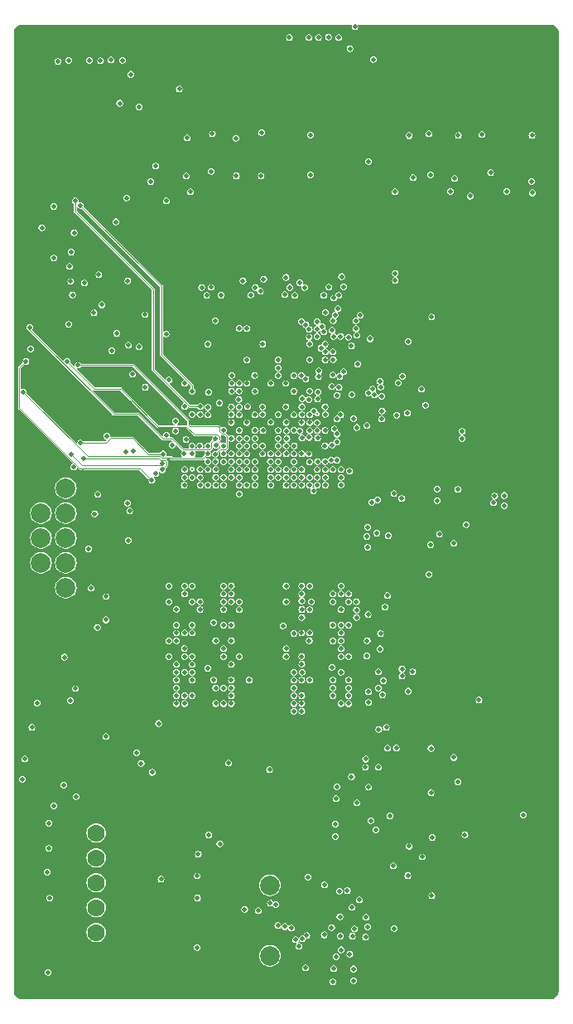
<source format=gbr>
G04 #@! TF.GenerationSoftware,KiCad,Pcbnew,7.0.1*
G04 #@! TF.CreationDate,2024-07-28T16:45:08-07:00*
G04 #@! TF.ProjectId,DFTBoard,44465442-6f61-4726-942e-6b696361645f,rev?*
G04 #@! TF.SameCoordinates,Original*
G04 #@! TF.FileFunction,Copper,L2,Inr*
G04 #@! TF.FilePolarity,Positive*
%FSLAX46Y46*%
G04 Gerber Fmt 4.6, Leading zero omitted, Abs format (unit mm)*
G04 Created by KiCad (PCBNEW 7.0.1) date 2024-07-28 16:45:08*
%MOMM*%
%LPD*%
G01*
G04 APERTURE LIST*
G04 #@! TA.AperFunction,ComponentPad*
%ADD10C,3.048000*%
G04 #@! TD*
G04 #@! TA.AperFunction,ComponentPad*
%ADD11C,2.000000*%
G04 #@! TD*
G04 #@! TA.AperFunction,ComponentPad*
%ADD12C,1.600000*%
G04 #@! TD*
G04 #@! TA.AperFunction,ComponentPad*
%ADD13C,0.500000*%
G04 #@! TD*
G04 #@! TA.AperFunction,ComponentPad*
%ADD14C,1.778000*%
G04 #@! TD*
G04 #@! TA.AperFunction,ViaPad*
%ADD15C,0.480000*%
G04 #@! TD*
G04 #@! TA.AperFunction,ViaPad*
%ADD16C,0.300000*%
G04 #@! TD*
G04 #@! TA.AperFunction,Conductor*
%ADD17C,0.102000*%
G04 #@! TD*
G04 APERTURE END LIST*
D10*
X145645530Y-122944020D03*
X145645530Y-136085980D03*
D11*
X105450000Y-120845000D03*
X102910000Y-120845000D03*
X105450000Y-118305000D03*
X102910000Y-118305000D03*
X105450000Y-115765000D03*
X102910000Y-115765000D03*
X105450000Y-113225000D03*
X102910000Y-113225000D03*
X105450000Y-110685000D03*
X102910000Y-110685000D03*
D12*
X153290000Y-117340000D03*
X148340000Y-116740000D03*
X148340000Y-102240000D03*
X153290000Y-101640000D03*
D11*
X126325000Y-158437500D03*
X126325000Y-151237500D03*
D13*
X107000000Y-91797500D03*
X108180000Y-91797500D03*
X107000000Y-90617500D03*
X108180000Y-90617500D03*
D10*
X145520000Y-95691960D03*
X145520000Y-82550000D03*
D14*
X108550000Y-158600000D03*
X108550000Y-156060000D03*
X108550000Y-153520000D03*
X108550000Y-150980000D03*
X108550000Y-148440000D03*
X108550000Y-145900000D03*
D15*
X125120000Y-153830000D03*
X118990000Y-148050000D03*
X131320258Y-98712626D03*
X132730000Y-99120000D03*
X107460000Y-133980000D03*
X106680000Y-101250000D03*
X104360000Y-103120000D03*
X145510000Y-127330000D03*
X147790000Y-127410000D03*
X145447823Y-126450947D03*
X147006286Y-126394481D03*
X152541515Y-120294714D03*
X152710000Y-126870000D03*
X153080000Y-137520000D03*
X149970000Y-87090000D03*
X153850000Y-87090000D03*
X154080000Y-91290000D03*
X150040000Y-91170000D03*
X101370000Y-106280000D03*
X102020000Y-123830000D03*
X105290000Y-127940000D03*
X115290000Y-145840000D03*
X115190000Y-150610000D03*
X112600351Y-155974565D03*
X110620000Y-156280000D03*
X110340000Y-157960000D03*
X112450000Y-157960000D03*
X149910000Y-152150000D03*
X146220000Y-152200000D03*
X142870000Y-152310000D03*
X142490000Y-156900000D03*
X150180000Y-157080000D03*
X146320000Y-157160000D03*
X150340000Y-161680000D03*
X146271792Y-161351472D03*
X140930000Y-161530000D03*
X129980000Y-161460000D03*
X122230000Y-160820000D03*
X129890000Y-147110000D03*
X103655000Y-160125000D03*
X129547500Y-95974521D03*
X126375000Y-106375000D03*
X124830881Y-97975498D03*
X123975499Y-103192293D03*
X119536657Y-98831738D03*
X122372133Y-97592000D03*
X119975000Y-96892500D03*
X120775000Y-94375000D03*
X123154689Y-99198861D03*
X127878199Y-97962574D03*
X117820000Y-95780000D03*
X123275699Y-94931325D03*
X119975000Y-105592500D03*
X124775000Y-102375000D03*
X123992500Y-101560766D03*
X122360377Y-101564280D03*
X124017524Y-99132571D03*
X126377500Y-99172981D03*
X124758000Y-99983861D03*
X123975000Y-100773000D03*
X125567500Y-100794444D03*
X117591000Y-103960167D03*
X118642472Y-101896902D03*
X120791704Y-103175204D03*
X121569566Y-103182000D03*
X131490297Y-95646422D03*
X129033380Y-94788459D03*
X111895236Y-81861860D03*
X126375000Y-95975000D03*
X131173000Y-97606028D03*
X127975000Y-99175000D03*
X129598328Y-99968106D03*
X127173892Y-99992000D03*
X126387624Y-100817500D03*
X127189500Y-100830742D03*
X127977983Y-100792000D03*
X124714431Y-103999550D03*
X126360939Y-103155280D03*
X126475127Y-102030047D03*
X127175000Y-102375000D03*
X128788531Y-102379514D03*
X131190539Y-106357664D03*
X127976600Y-103185415D03*
X128775000Y-103975000D03*
X127180709Y-103984277D03*
X125589379Y-103960621D03*
X123959880Y-104783687D03*
X122376273Y-104786566D03*
X123203016Y-103972787D03*
X121560942Y-103972787D03*
X124775000Y-107175000D03*
X122376543Y-106375000D03*
X119192500Y-107172813D03*
X117575000Y-106375000D03*
X121575000Y-108775000D03*
X130374017Y-108783777D03*
X127975000Y-107975000D03*
X127175000Y-110375000D03*
X123975000Y-109575000D03*
X132775000Y-109575000D03*
X135175000Y-131075000D03*
X134375000Y-125475000D03*
X135175000Y-125475000D03*
X135175000Y-121475000D03*
X135175000Y-124675000D03*
X134375000Y-127075000D03*
X134375000Y-123875000D03*
X127975000Y-121475000D03*
X115975000Y-121475000D03*
X115975000Y-129475000D03*
X122375000Y-123075000D03*
X123175000Y-130275000D03*
X116215372Y-133234628D03*
X123175000Y-120675000D03*
X116775000Y-127075000D03*
X122375000Y-125475000D03*
X122375000Y-123875000D03*
X122375000Y-127075000D03*
X116775000Y-123875000D03*
X115975000Y-125475000D03*
X115975000Y-131075000D03*
X115975000Y-123875000D03*
X123175000Y-121475000D03*
X123175000Y-132675000D03*
X115975000Y-123075000D03*
X127975000Y-133475000D03*
X118375000Y-121475000D03*
X127975000Y-123875000D03*
X132375107Y-92267211D03*
X121558000Y-105573552D03*
X132792000Y-95975000D03*
X123821369Y-94982500D03*
X129589938Y-106382094D03*
X108707500Y-119540000D03*
X150580002Y-78508000D03*
X127940000Y-75020000D03*
X142796001Y-135286250D03*
X118560000Y-76900000D03*
X130375000Y-121475000D03*
X141920000Y-97610000D03*
X133192592Y-98759728D03*
X139100000Y-79300000D03*
X103960000Y-76200000D03*
X139747500Y-139051415D03*
X116987528Y-98023030D03*
X116730000Y-73140000D03*
X132010000Y-103975000D03*
X135175000Y-132675000D03*
X106450000Y-96830533D03*
X123704915Y-147992500D03*
X151030000Y-76200000D03*
X134375000Y-123075000D03*
X101150000Y-99960000D03*
X131225000Y-145525000D03*
X127950000Y-78200000D03*
X139834159Y-148410761D03*
X110387741Y-138232500D03*
X146790000Y-85265000D03*
X141200000Y-103910000D03*
X128451907Y-143413720D03*
D16*
X119096017Y-99085980D03*
D15*
X142050000Y-150027500D03*
X115140000Y-75250000D03*
X113360000Y-67690000D03*
X146127076Y-143462836D03*
X128795486Y-124469394D03*
X143765214Y-144082932D03*
X138420811Y-113008703D03*
X124905000Y-138915000D03*
X134713181Y-97109882D03*
X139299044Y-148586036D03*
X103800000Y-101375000D03*
X129367131Y-155917000D03*
X107198423Y-109042500D03*
X119480010Y-89623780D03*
X134375000Y-129475000D03*
X113140000Y-74880000D03*
X142729597Y-99251597D03*
X135470000Y-65427500D03*
X125695202Y-135117500D03*
X111982500Y-102027500D03*
X128776054Y-127881990D03*
X127305000Y-139515000D03*
X107475000Y-88025000D03*
X107927202Y-132835469D03*
X142796001Y-134475000D03*
X118926621Y-98221701D03*
X127975000Y-131876043D03*
X117780000Y-82020000D03*
X142342500Y-86741135D03*
X143432500Y-107510000D03*
X147670000Y-109748498D03*
X123168001Y-131875000D03*
X127981758Y-123049133D03*
X146780000Y-93025000D03*
X123730000Y-144247500D03*
X127975262Y-130281990D03*
X114790000Y-67140000D03*
X147670000Y-112748498D03*
X138164583Y-101681570D03*
X115810000Y-84070000D03*
X135089852Y-120653218D03*
X126375000Y-94375000D03*
X138059000Y-128375000D03*
X117010000Y-72080000D03*
X137319425Y-109283095D03*
X132420061Y-101126509D03*
X121076307Y-64277500D03*
X138581399Y-104035233D03*
X106555000Y-139415000D03*
X147380000Y-106748498D03*
X115750000Y-135800000D03*
X134550000Y-136820000D03*
X146258706Y-115159875D03*
X133084629Y-143535289D03*
X147420000Y-105248498D03*
X151175000Y-143275000D03*
X121330000Y-148265000D03*
X103190000Y-74750000D03*
X102524998Y-92762500D03*
X143400000Y-149152500D03*
X137445000Y-134193750D03*
X137416500Y-138292500D03*
X121375000Y-89425000D03*
X109560000Y-69070000D03*
X136320000Y-112735000D03*
X110917460Y-99597460D03*
X124775000Y-101559386D03*
X103410000Y-67000000D03*
X123805000Y-143520841D03*
X110929960Y-86345040D03*
X101495000Y-83875000D03*
X125650000Y-86040000D03*
X102471500Y-139275000D03*
X128392076Y-135097500D03*
X101500000Y-86175000D03*
X137945525Y-84208398D03*
X116970000Y-71040000D03*
X123168010Y-125479013D03*
X147300000Y-108231502D03*
X102805000Y-134131500D03*
X137825039Y-91919959D03*
X132330000Y-87420000D03*
X109079961Y-84495041D03*
X123974617Y-93645502D03*
X144292500Y-101471139D03*
X135627076Y-141337836D03*
X138552688Y-97292232D03*
X104200000Y-95525000D03*
X134596264Y-104355500D03*
X106820000Y-67050000D03*
X134836502Y-90600000D03*
X108761000Y-130115000D03*
X127090000Y-134480033D03*
X136314503Y-111653311D03*
X150410000Y-84330000D03*
X112082500Y-104314818D03*
X112250645Y-110323734D03*
X139730000Y-68270000D03*
X108575000Y-141850000D03*
X141620000Y-95740000D03*
X154250000Y-78590000D03*
X106555000Y-137340000D03*
X136464587Y-146272539D03*
X109992500Y-93875000D03*
X118393010Y-110377075D03*
X123175000Y-124680510D03*
X107575000Y-86350000D03*
X134650000Y-74740000D03*
X127875000Y-126075000D03*
X120110584Y-93693084D03*
X133557027Y-103187119D03*
X130375255Y-104809176D03*
X111651872Y-81061000D03*
X125589540Y-95977540D03*
X130362223Y-95957144D03*
X123189431Y-94356257D03*
X123972006Y-97592000D03*
X120038000Y-100884628D03*
X127155909Y-97587169D03*
X133553413Y-95186818D03*
X118348000Y-106375000D03*
X119174409Y-103145743D03*
X117577540Y-108777540D03*
X119992500Y-95975000D03*
X120760313Y-93589687D03*
X123975000Y-94375000D03*
X130467500Y-74608480D03*
X145122500Y-138181250D03*
X137830000Y-131790000D03*
X102529275Y-132625500D03*
X126280000Y-139440000D03*
X138100000Y-122820000D03*
X146410000Y-114390000D03*
X112294941Y-99049979D03*
X131281761Y-99292853D03*
X130087251Y-156379875D03*
X109000000Y-67040000D03*
X141925000Y-148325000D03*
X133652279Y-89077801D03*
X131958500Y-97592703D03*
X150260000Y-111430000D03*
X136100000Y-156525000D03*
X145545000Y-140681250D03*
X108707500Y-111315000D03*
X142796001Y-141801880D03*
X136090000Y-139187500D03*
X134236290Y-151778790D03*
X136388500Y-132560000D03*
X101850000Y-96450533D03*
X117590474Y-99974500D03*
X136360000Y-123600000D03*
X153070000Y-79371500D03*
X134470371Y-108939629D03*
X136399669Y-100977355D03*
X106230617Y-108528923D03*
X105775000Y-93950000D03*
X150280000Y-112470000D03*
X105912810Y-132362810D03*
X117574999Y-102339999D03*
X129580000Y-107182500D03*
X152224998Y-144059999D03*
D16*
X131160000Y-103100000D03*
D15*
X104250000Y-87175000D03*
X131120000Y-93680000D03*
X153120000Y-74646998D03*
X135436960Y-152727960D03*
X122091657Y-138761577D03*
X130467500Y-78699939D03*
X106450000Y-131150000D03*
X129637425Y-156707640D03*
X140565040Y-147240040D03*
X110675000Y-94875000D03*
X138582962Y-144154164D03*
X131190000Y-107970000D03*
X131192100Y-105557900D03*
X135224782Y-142819702D03*
X103000000Y-84100000D03*
X111742500Y-112211187D03*
X111979000Y-113012428D03*
X142861442Y-93204184D03*
X101980000Y-135115000D03*
X121206074Y-146997500D03*
X105950000Y-89575000D03*
X120066427Y-146099596D03*
X101000000Y-140410002D03*
X138330000Y-121649380D03*
X108405000Y-113290000D03*
X107325000Y-89745000D03*
X111842500Y-116020758D03*
X145130000Y-116320000D03*
X107780000Y-116890000D03*
X132619960Y-155544960D03*
X133480000Y-154450000D03*
X147695000Y-132330000D03*
X133530000Y-156430000D03*
X134750000Y-156425000D03*
X134982540Y-155682540D03*
X129955151Y-159682500D03*
X131866591Y-156298329D03*
X132825000Y-159752500D03*
X134673636Y-153491284D03*
X132780000Y-161090000D03*
X133150000Y-141150000D03*
X133575000Y-157825000D03*
X134875000Y-159775000D03*
X134482460Y-158282460D03*
X133100000Y-158525000D03*
X134900000Y-160975000D03*
X104216054Y-143128341D03*
X140456210Y-131408710D03*
X137760000Y-103631415D03*
X115975000Y-126275000D03*
X133575000Y-129475000D03*
X136305000Y-114665000D03*
X127175230Y-105601183D03*
X127977143Y-127081990D03*
X125575000Y-107175000D03*
X122381892Y-105592500D03*
X120575000Y-130275000D03*
X127175000Y-107975000D03*
X133575000Y-127075000D03*
X121575000Y-127075000D03*
X127175000Y-107175000D03*
X133575000Y-127875000D03*
X121575000Y-127875000D03*
X128759482Y-107175725D03*
X118375000Y-127875000D03*
X129570512Y-127881990D03*
X128775000Y-107975000D03*
X118375000Y-129475000D03*
X129600633Y-129481990D03*
X131174298Y-108783777D03*
X123175000Y-127875000D03*
X134375000Y-127875000D03*
X127975000Y-108775000D03*
X118375000Y-128675000D03*
X129575000Y-128650000D03*
X124775000Y-106375000D03*
X122375000Y-130275000D03*
X134375000Y-130275000D03*
X124769494Y-105595466D03*
X116775000Y-129475000D03*
X128775000Y-130281990D03*
X118375000Y-130275000D03*
X130375000Y-130275000D03*
X126369667Y-107968010D03*
X123975000Y-107975000D03*
X118375000Y-131875000D03*
X129575000Y-131875000D03*
X126375000Y-107175000D03*
X121575000Y-131075000D03*
X132781990Y-131076598D03*
X123175000Y-108775000D03*
X119975000Y-129075000D03*
X132648254Y-128988488D03*
X123975000Y-106375000D03*
X122375000Y-131075000D03*
X134375000Y-131075000D03*
X123175000Y-105592500D03*
X134375000Y-131875000D03*
X122375000Y-131875000D03*
X123975000Y-107175000D03*
X128775000Y-131876043D03*
X116775000Y-131075000D03*
X124775000Y-107975000D03*
X116775000Y-130275000D03*
X128774381Y-131081990D03*
X123175000Y-107175000D03*
X122375000Y-132675000D03*
X134375000Y-132675000D03*
X120775000Y-132675000D03*
X132775000Y-131875000D03*
X121586368Y-107175525D03*
X122375000Y-107175000D03*
X117575000Y-131875000D03*
X129575000Y-132675000D03*
X123175000Y-106375000D03*
X116775000Y-131875000D03*
X128775000Y-132675000D03*
X122375000Y-107975000D03*
X120775000Y-131075000D03*
X132775000Y-130275000D03*
X127975000Y-107175000D03*
X115975000Y-127875000D03*
X127975000Y-127875000D03*
X127175000Y-106375000D03*
X117575000Y-127875000D03*
X127975000Y-122275000D03*
X123175000Y-110375000D03*
X135175000Y-123875000D03*
X121557500Y-106362208D03*
X128775000Y-109575000D03*
X126375000Y-108775000D03*
X123975000Y-105592500D03*
X112308885Y-106856195D03*
X130775000Y-110975000D03*
X137450000Y-135314143D03*
X129575000Y-121475000D03*
X137255000Y-115275000D03*
X135172726Y-123121704D03*
X123175000Y-122275000D03*
X127975000Y-120675000D03*
X114625000Y-109200000D03*
X129581990Y-123068203D03*
X135168010Y-122281528D03*
X133575000Y-121475000D03*
X114938625Y-134711526D03*
X122375000Y-120675000D03*
X117579913Y-121468010D03*
X113575000Y-100375000D03*
X116781990Y-123062268D03*
X138343632Y-137222500D03*
X136399622Y-141208301D03*
X136300000Y-116725000D03*
X136255000Y-115615000D03*
X133575000Y-125475000D03*
X138420811Y-115530187D03*
X115975000Y-120675000D03*
X116775000Y-126275000D03*
X123175000Y-107975000D03*
X137416500Y-139187500D03*
X119975000Y-108775000D03*
X115975000Y-122275000D03*
X123175000Y-123093010D03*
X122377500Y-102375531D03*
X122405118Y-99174937D03*
X122405255Y-99983861D03*
X122392897Y-100768861D03*
X131836502Y-90990000D03*
X131957900Y-95992100D03*
X134658653Y-96152552D03*
X133840000Y-90100000D03*
X132010000Y-96775000D03*
X127970000Y-89160000D03*
X131538508Y-96396562D03*
X125680000Y-89350000D03*
X112084701Y-68419781D03*
X116692187Y-103847813D03*
X121170000Y-101990000D03*
X111220000Y-67000000D03*
X110050000Y-66970000D03*
X119960000Y-103190000D03*
X119162500Y-106355680D03*
X107880000Y-67000000D03*
X116690000Y-104850000D03*
X105730000Y-67000000D03*
X119982841Y-102418784D03*
X104660000Y-67110000D03*
X115990290Y-99635210D03*
X115700000Y-94950000D03*
X114630000Y-77780000D03*
X120576032Y-124393912D03*
X117557956Y-110377543D03*
X117575000Y-109575000D03*
X116775000Y-124675000D03*
X122375000Y-124675000D03*
X120775000Y-110375000D03*
X119175000Y-108775000D03*
X116775000Y-125475000D03*
X119975000Y-110375000D03*
X122375000Y-126275000D03*
X120775000Y-126275000D03*
X119179021Y-110375000D03*
X122375000Y-108775000D03*
X119175000Y-122275000D03*
X123975000Y-108775000D03*
X122375000Y-121475000D03*
X121575000Y-110375000D03*
X118375000Y-120675000D03*
X118375000Y-125475000D03*
X119175000Y-109575000D03*
X120775000Y-109575000D03*
X121575000Y-124675000D03*
X120775000Y-108775000D03*
X128775000Y-133475000D03*
X116775000Y-132675000D03*
X118375000Y-109575000D03*
X117575000Y-125475000D03*
X118375000Y-124675000D03*
D16*
X118375000Y-108725000D03*
D15*
X119975000Y-107975000D03*
X117569000Y-127075000D03*
X117575000Y-132675000D03*
X129575000Y-133475000D03*
X120763766Y-107979814D03*
X124775000Y-108775000D03*
X121575000Y-123075000D03*
X124775000Y-110375000D03*
X119175000Y-123075000D03*
X133387096Y-100412000D03*
X126930660Y-153187500D03*
X123175000Y-109575000D03*
X121575000Y-121475000D03*
X121575000Y-132675000D03*
X133575000Y-132675000D03*
X121579903Y-107975000D03*
X124775000Y-109575000D03*
X122375000Y-122275000D03*
X122375000Y-109575000D03*
X121575000Y-122275000D03*
X121575000Y-109575000D03*
X117575000Y-120675000D03*
X118375000Y-122275000D03*
X123175000Y-111275000D03*
X123975000Y-110375000D03*
X121575000Y-120675000D03*
X126375000Y-110375000D03*
X127650000Y-124750000D03*
X129575000Y-110375000D03*
X133575000Y-124675000D03*
X127175000Y-109575000D03*
X129575000Y-125475000D03*
X127979044Y-106376374D03*
X116775000Y-128675000D03*
X128768007Y-129487317D03*
X129578207Y-108773833D03*
X129575000Y-123875000D03*
X129575000Y-109575000D03*
X134375000Y-124675000D03*
X127975000Y-110375000D03*
X132725000Y-124675000D03*
X127975000Y-109575000D03*
X130375000Y-125475000D03*
X126375000Y-109575000D03*
X130338314Y-126268010D03*
X117575000Y-129475000D03*
X125575000Y-106375000D03*
X129575000Y-130275000D03*
X133879994Y-98790000D03*
X128500000Y-155600000D03*
X133464133Y-99273936D03*
X127850000Y-155450000D03*
X127130000Y-155340000D03*
X137583937Y-99788937D03*
X132634344Y-100330881D03*
X126361028Y-153070604D03*
X125575000Y-102375000D03*
X127975000Y-103975000D03*
X124037323Y-102342243D03*
X123975000Y-103972787D03*
X128775778Y-100802000D03*
X129587378Y-103182784D03*
X125588859Y-103154780D03*
X129575000Y-103975000D03*
X129589139Y-105558000D03*
X129379370Y-104858743D03*
X124777500Y-100772856D03*
X135298622Y-98014500D03*
X138907460Y-149257460D03*
X109567500Y-136054211D03*
X133065202Y-142399194D03*
X141810000Y-100560000D03*
X127166318Y-98400706D03*
X123172000Y-102410457D03*
X140419040Y-150246040D03*
X142207500Y-102226863D03*
X131878285Y-151197341D03*
X114267540Y-139702460D03*
X123145377Y-101625457D03*
X124775000Y-104785050D03*
X123980479Y-99983861D03*
X124758000Y-99187253D03*
X126376437Y-99992000D03*
X127958892Y-99992000D03*
X122375000Y-103972787D03*
X123194478Y-99983861D03*
X132788671Y-97560765D03*
X123177343Y-103195457D03*
X123175030Y-104779027D03*
X127175000Y-99186377D03*
X128762804Y-99192500D03*
X122375000Y-103175000D03*
X108675000Y-124900000D03*
X128774998Y-104775000D03*
X136560709Y-95424210D03*
X109580000Y-121740000D03*
X106480000Y-142190000D03*
X123148000Y-100770095D03*
X105250000Y-141000000D03*
X116318510Y-106289834D03*
X109567500Y-124125000D03*
X127187266Y-104787964D03*
X140447773Y-95701301D03*
X136321500Y-155475000D03*
X136157540Y-154507540D03*
X142896489Y-146350002D03*
X146255000Y-146090000D03*
X133005000Y-144965000D03*
X133003396Y-146241525D03*
X118402151Y-107178584D03*
X128925000Y-156800000D03*
X118374999Y-103142500D03*
X115720000Y-81350000D03*
X104230000Y-81920000D03*
X120337002Y-78358500D03*
X130333547Y-105497500D03*
X125604416Y-104798040D03*
X126383013Y-103950069D03*
X134877134Y-103562000D03*
X101244990Y-138344988D03*
X108025000Y-120900000D03*
X117556941Y-107174021D03*
X129580500Y-102368426D03*
X129549142Y-99166981D03*
X137642470Y-100367486D03*
X101775000Y-94250000D03*
X120773000Y-105600000D03*
X115378090Y-107196288D03*
X106950000Y-106075000D03*
X115296500Y-108800000D03*
X107250000Y-107650000D03*
X106700000Y-98125000D03*
X120761378Y-107194058D03*
X105550000Y-97750000D03*
X120795267Y-106316467D03*
X115332753Y-108184789D03*
X106003186Y-107213490D03*
X101092000Y-100875000D03*
X119972663Y-107172663D03*
X119957283Y-106368000D03*
X135191639Y-104486152D03*
X111590000Y-107020000D03*
X114250000Y-109875000D03*
X101375000Y-97750000D03*
X118895000Y-157585002D03*
X121567315Y-104757787D03*
X136809452Y-100564774D03*
X133405020Y-151840060D03*
X135200000Y-95080000D03*
X129370000Y-89710000D03*
X128852616Y-91007500D03*
X132797171Y-93562905D03*
X132022437Y-92729563D03*
X128337813Y-90177813D03*
X133270000Y-92360000D03*
X129850000Y-90190000D03*
X132670000Y-94570000D03*
X127852000Y-90920000D03*
X125351685Y-90576606D03*
X131150477Y-94412640D03*
X133336502Y-90990000D03*
X132813035Y-95177749D03*
X134340000Y-95260000D03*
X132820000Y-91260000D03*
X132770000Y-96766500D03*
X132350000Y-90150000D03*
X133160453Y-103612411D03*
X139827500Y-129150000D03*
X132891674Y-104652119D03*
X139827500Y-129880000D03*
X131175000Y-110375000D03*
X129581990Y-122206990D03*
X131975000Y-110375000D03*
X130575000Y-122275000D03*
X133575000Y-110360073D03*
X133575000Y-120675000D03*
X130375000Y-123075000D03*
X133575000Y-109575000D03*
X131175000Y-109575000D03*
X132775000Y-122275000D03*
X131975000Y-109575000D03*
X132775000Y-121475000D03*
X130375000Y-110375000D03*
X129575000Y-120675000D03*
X132757500Y-108777540D03*
X134375000Y-122275000D03*
X130375000Y-109575000D03*
X130375000Y-120675000D03*
X134375000Y-121475000D03*
X131975000Y-108783777D03*
X133592000Y-108781540D03*
X133575000Y-123075000D03*
X128775000Y-110375000D03*
X133575000Y-126275000D03*
X128775000Y-108775000D03*
X132768010Y-126281990D03*
X127175000Y-108775000D03*
X128775000Y-125525000D03*
X130810000Y-102810000D03*
X120430000Y-74500000D03*
X139050001Y-155637001D03*
X142592500Y-119487258D03*
X136622460Y-144652460D03*
X139874678Y-99250401D03*
X145550000Y-110800000D03*
X131952829Y-107962905D03*
X132582544Y-107791830D03*
X143432500Y-110771906D03*
X133171627Y-107832400D03*
X143432500Y-111940373D03*
X133190000Y-105970000D03*
X145978402Y-105605000D03*
X133180000Y-105160000D03*
X145978402Y-104875000D03*
X139240000Y-137222500D03*
X136105686Y-138348006D03*
X129289960Y-157464960D03*
X115725616Y-105257500D03*
X137432500Y-131112500D03*
X137941600Y-130352697D03*
X137421500Y-129450000D03*
X136388500Y-131460000D03*
X136215000Y-127810000D03*
X137585000Y-127090000D03*
X137630000Y-125530000D03*
X136260000Y-126250000D03*
X124175000Y-130275000D03*
X142796001Y-137250000D03*
X117737340Y-105717741D03*
X138219431Y-135123396D03*
X122375000Y-128675000D03*
X132999906Y-93006680D03*
X139137496Y-88755980D03*
X130370087Y-97545713D03*
X123560000Y-89510000D03*
X124350000Y-90970000D03*
X131151086Y-95174107D03*
X124836502Y-90200000D03*
X130333643Y-94461265D03*
X124768508Y-103189687D03*
X127175000Y-103175000D03*
X127962092Y-102392069D03*
X128762460Y-103187540D03*
X131958000Y-102377455D03*
X135106001Y-93599061D03*
X139137496Y-89485980D03*
X136740000Y-112120000D03*
X149300000Y-111480000D03*
X149173587Y-112162743D03*
X137330000Y-111880000D03*
X138989000Y-111245134D03*
X132690000Y-106280000D03*
X131950000Y-106373999D03*
X139812500Y-111730000D03*
X109650000Y-105375000D03*
X110167008Y-96647833D03*
X117773028Y-78822810D03*
X127987215Y-104823854D03*
X139465919Y-99948600D03*
X137163563Y-145573563D03*
X123735027Y-153692500D03*
X130200000Y-150400000D03*
X145580000Y-74670000D03*
X133205061Y-101196518D03*
X131173096Y-104807924D03*
X117830000Y-74920000D03*
X135102000Y-94393561D03*
X131834295Y-94737160D03*
X135547501Y-93025348D03*
X131681671Y-94176044D03*
X130332540Y-95246993D03*
X121352187Y-90977813D03*
X147970000Y-74580000D03*
X134692557Y-101123057D03*
X129634627Y-101521137D03*
X145219965Y-79064530D03*
X131174999Y-104010001D03*
X125420000Y-78800000D03*
X125480000Y-74380000D03*
X131193060Y-101587079D03*
X122890000Y-78790000D03*
X131957900Y-104792100D03*
X129994220Y-99542178D03*
X120336502Y-90170000D03*
X119853498Y-91010000D03*
X130003124Y-93995410D03*
X130390000Y-103180000D03*
X142753575Y-78688979D03*
X131970000Y-103140000D03*
X122830000Y-74960000D03*
X148891500Y-78470000D03*
X130410000Y-103975000D03*
X119337632Y-90187583D03*
X129519482Y-93667155D03*
X130298000Y-101610461D03*
X140952500Y-78971732D03*
X130407700Y-100783638D03*
X140560000Y-74680000D03*
X142593634Y-74483022D03*
X131227056Y-100862135D03*
X139080000Y-80430000D03*
X108825000Y-88875000D03*
X114130000Y-79380000D03*
X106300000Y-84600000D03*
X118170000Y-80430000D03*
X105825000Y-88050000D03*
X106025000Y-86575000D03*
X106127500Y-90957500D03*
X112970000Y-71760000D03*
X110960000Y-71380000D03*
X110546372Y-83488716D03*
X150530000Y-80368500D03*
X144760861Y-80365300D03*
X153160000Y-80520000D03*
X146780000Y-80860000D03*
X136877460Y-66922540D03*
X135010000Y-63579500D03*
X134500000Y-65820000D03*
X118910000Y-152530000D03*
X140368530Y-103013611D03*
X136416288Y-77331497D03*
X118890000Y-150272500D03*
X139290000Y-103220000D03*
X113150000Y-138775000D03*
X111850000Y-96075000D03*
X128310000Y-64670000D03*
X111790000Y-89500000D03*
X112952540Y-96252540D03*
X112700000Y-137700000D03*
X113560000Y-92960000D03*
X108326869Y-92791000D03*
X109150000Y-91950000D03*
X117050000Y-69930000D03*
X130280000Y-64670000D03*
X128050000Y-105630000D03*
X131280000Y-64680000D03*
X128807500Y-106377295D03*
X130325248Y-107187979D03*
X132300000Y-64640000D03*
X133320000Y-64670000D03*
X130368243Y-108002730D03*
X137790000Y-102800000D03*
X140920000Y-129430000D03*
X103710000Y-144890000D03*
X142720000Y-116460000D03*
X103560000Y-149880000D03*
X137739521Y-101284749D03*
X137000000Y-101158500D03*
X103800000Y-152540000D03*
X136230000Y-104290000D03*
X103730000Y-147460000D03*
X134660000Y-140140000D03*
X143645650Y-115390570D03*
X106950000Y-81820000D03*
X118375000Y-100775000D03*
X119180000Y-102340000D03*
X106410000Y-81350000D03*
D17*
X120773000Y-105600000D02*
X120350500Y-106022500D01*
X116294714Y-105650500D02*
X115395666Y-105650500D01*
X120120286Y-106769313D02*
X117413527Y-106769313D01*
X112861664Y-103116498D02*
X110361419Y-103116498D01*
X120350500Y-106022500D02*
X120350500Y-106539099D01*
X117413527Y-106769313D02*
X116294714Y-105650500D01*
X120350500Y-106539099D02*
X120120286Y-106769313D01*
X115395666Y-105650500D02*
X112861664Y-103116498D01*
X101775000Y-94530079D02*
X101775000Y-94250000D01*
X110361419Y-103116498D02*
X101775000Y-94530079D01*
X112245286Y-105572327D02*
X113869247Y-107196288D01*
X113869247Y-107196288D02*
X115378090Y-107196288D01*
X110027673Y-105572327D02*
X112245286Y-105572327D01*
X109525000Y-106075000D02*
X110027673Y-105572327D01*
X106950000Y-106075000D02*
X109525000Y-106075000D01*
X115725500Y-108371000D02*
X115725500Y-107959674D01*
X114988929Y-107650000D02*
X107250000Y-107650000D01*
X115131218Y-107792289D02*
X114988929Y-107650000D01*
X115296500Y-108800000D02*
X115725500Y-108371000D01*
X115558115Y-107792289D02*
X115131218Y-107792289D01*
X115725500Y-107959674D02*
X115558115Y-107792289D01*
X117984000Y-103797381D02*
X112311619Y-98125000D01*
X121404714Y-105150287D02*
X121145783Y-104891356D01*
X121754329Y-106755208D02*
X121950500Y-106559037D01*
X118084463Y-104384463D02*
X117984000Y-104284000D01*
X117984000Y-104284000D02*
X117984000Y-103797381D01*
X121145783Y-104495783D02*
X121034463Y-104384463D01*
X121950500Y-105400500D02*
X121700287Y-105150287D01*
X112311619Y-98125000D02*
X106700000Y-98125000D01*
X121700287Y-105150287D02*
X121404714Y-105150287D01*
X120761378Y-107194058D02*
X121200228Y-106755208D01*
X121200228Y-106755208D02*
X121754329Y-106755208D01*
X121950500Y-106559037D02*
X121950500Y-105400500D01*
X121034463Y-104384463D02*
X118084463Y-104384463D01*
X121145783Y-104891356D02*
X121145783Y-104495783D01*
X120795267Y-106316467D02*
X121204392Y-105907342D01*
X108362500Y-100562500D02*
X105550000Y-97750000D01*
X111072579Y-100562500D02*
X108362500Y-100562500D01*
X117790788Y-104400000D02*
X114910079Y-104400000D01*
X121204392Y-105775023D02*
X121165500Y-105736131D01*
X118590288Y-105199500D02*
X117790788Y-104400000D01*
X114910079Y-104400000D02*
X111072579Y-100562500D01*
X120941812Y-105199500D02*
X118590288Y-105199500D01*
X121165500Y-105736131D02*
X121165500Y-105423188D01*
X121165500Y-105423188D02*
X120941812Y-105199500D01*
X121204392Y-105907342D02*
X121204392Y-105775023D01*
X106003186Y-107213490D02*
X107114696Y-108325000D01*
X115192542Y-108325000D02*
X115332753Y-108184789D01*
X107114696Y-108325000D02*
X115192542Y-108325000D01*
X115073222Y-107446499D02*
X107663499Y-107446499D01*
X119972663Y-107172663D02*
X119448827Y-107696499D01*
X115586957Y-107542500D02*
X115540669Y-107588788D01*
X116180294Y-107542500D02*
X115586957Y-107542500D01*
X115540669Y-107588788D02*
X115215511Y-107588788D01*
X115215511Y-107588788D02*
X115073222Y-107446499D01*
X116334293Y-107696499D02*
X116180294Y-107542500D01*
X107663499Y-107446499D02*
X101092000Y-100875000D01*
X119448827Y-107696499D02*
X116334293Y-107696499D01*
X101375000Y-97750000D02*
X100699500Y-98425500D01*
X100699500Y-98425500D02*
X100699500Y-102474500D01*
X106875000Y-108650000D02*
X113025000Y-108650000D01*
X113025000Y-108650000D02*
X114250000Y-109875000D01*
X100699500Y-102474500D02*
X106875000Y-108650000D01*
X118375000Y-100203240D02*
X115225000Y-97053240D01*
X115225000Y-97053240D02*
X115225000Y-90085000D01*
X115225000Y-90085000D02*
X106960000Y-81820000D01*
X118375000Y-100775000D02*
X118375000Y-100203240D01*
X106960000Y-81820000D02*
X106950000Y-81820000D01*
X118140000Y-102340000D02*
X119180000Y-102340000D01*
X114362500Y-98562500D02*
X118140000Y-102340000D01*
X114362500Y-90379002D02*
X114362500Y-98562500D01*
X106410000Y-82426502D02*
X114362500Y-90379002D01*
X106410000Y-81350000D02*
X106410000Y-82426502D01*
G04 #@! TA.AperFunction,Conductor*
G36*
X119666965Y-106934511D02*
G01*
X119684066Y-106964130D01*
X119678127Y-106997813D01*
X119645852Y-107053714D01*
X119624878Y-107172663D01*
X119639950Y-107258140D01*
X119638396Y-107281857D01*
X119626065Y-107302177D01*
X119399890Y-107528354D01*
X119383669Y-107539193D01*
X119364535Y-107542999D01*
X118638068Y-107542999D01*
X118609389Y-107533957D01*
X118591083Y-107510100D01*
X118589772Y-107480058D01*
X118605928Y-107454697D01*
X118668569Y-107402135D01*
X118728961Y-107297533D01*
X118749935Y-107178584D01*
X118728961Y-107059635D01*
X118693267Y-106997812D01*
X118687329Y-106964131D01*
X118704430Y-106934511D01*
X118736569Y-106922813D01*
X119634826Y-106922813D01*
X119666965Y-106934511D01*
G37*
G04 #@! TD.AperFunction*
G04 #@! TA.AperFunction,Conductor*
G36*
X108311062Y-100710048D02*
G01*
X108321370Y-100716000D01*
X108342291Y-100716000D01*
X108403630Y-100716000D01*
X110988287Y-100716000D01*
X111007421Y-100719806D01*
X111023642Y-100730645D01*
X114821562Y-104528566D01*
X114821567Y-104528569D01*
X114830622Y-104537624D01*
X114844471Y-104541334D01*
X114856530Y-104546330D01*
X114865398Y-104551450D01*
X114868949Y-104553500D01*
X114889870Y-104553500D01*
X114951209Y-104553500D01*
X116379097Y-104553500D01*
X116411236Y-104565198D01*
X116428337Y-104594818D01*
X116422398Y-104628499D01*
X116418534Y-104635192D01*
X116363189Y-104731051D01*
X116342215Y-104849999D01*
X116363189Y-104968948D01*
X116402508Y-105037049D01*
X116423582Y-105073551D01*
X116516108Y-105151190D01*
X116629608Y-105192500D01*
X116750391Y-105192500D01*
X116750392Y-105192500D01*
X116863892Y-105151190D01*
X116956418Y-105073551D01*
X117016810Y-104968949D01*
X117037784Y-104850000D01*
X117016810Y-104731051D01*
X116957601Y-104628499D01*
X116951663Y-104594818D01*
X116968764Y-104565198D01*
X117000903Y-104553500D01*
X117706496Y-104553500D01*
X117725630Y-104557306D01*
X117741851Y-104568145D01*
X118501771Y-105328066D01*
X118501776Y-105328069D01*
X118510831Y-105337124D01*
X118524680Y-105340834D01*
X118536739Y-105345830D01*
X118549156Y-105352999D01*
X118549158Y-105353000D01*
X118570079Y-105353000D01*
X118631418Y-105353000D01*
X120433518Y-105353000D01*
X120465657Y-105364698D01*
X120482758Y-105394318D01*
X120476819Y-105428000D01*
X120446189Y-105481051D01*
X120425215Y-105600000D01*
X120440287Y-105685477D01*
X120438733Y-105709194D01*
X120426402Y-105729514D01*
X120227669Y-105928249D01*
X120227666Y-105928251D01*
X120227667Y-105928251D01*
X120212876Y-105943042D01*
X120212874Y-105943046D01*
X120209162Y-105956898D01*
X120204170Y-105968949D01*
X120197001Y-105981367D01*
X120197000Y-105981370D01*
X120197000Y-106019361D01*
X120187106Y-106049219D01*
X120161340Y-106067260D01*
X120129900Y-106066346D01*
X120017675Y-106025500D01*
X119896891Y-106025500D01*
X119864583Y-106037259D01*
X119783390Y-106066810D01*
X119690864Y-106144450D01*
X119630473Y-106249050D01*
X119610217Y-106363924D01*
X119609116Y-106365830D01*
X119630473Y-106486949D01*
X119661571Y-106540813D01*
X119667510Y-106574496D01*
X119650409Y-106604115D01*
X119618270Y-106615813D01*
X119494400Y-106615813D01*
X119462261Y-106604115D01*
X119445160Y-106574496D01*
X119451099Y-106540813D01*
X119473014Y-106502855D01*
X119489310Y-106474629D01*
X119509565Y-106359755D01*
X119510666Y-106357848D01*
X119507756Y-106341347D01*
X119489310Y-106236731D01*
X119428918Y-106132129D01*
X119336392Y-106054490D01*
X119222892Y-106013180D01*
X119102108Y-106013180D01*
X119045358Y-106033834D01*
X118988607Y-106054490D01*
X118896081Y-106132130D01*
X118835689Y-106236731D01*
X118814715Y-106355680D01*
X118835689Y-106474628D01*
X118873901Y-106540813D01*
X118879840Y-106574496D01*
X118862739Y-106604115D01*
X118830600Y-106615813D01*
X118691054Y-106615813D01*
X118658915Y-106604115D01*
X118641814Y-106574495D01*
X118647753Y-106540813D01*
X118648212Y-106540018D01*
X118674810Y-106493949D01*
X118695784Y-106375000D01*
X118695607Y-106373999D01*
X118674810Y-106256051D01*
X118670748Y-106249016D01*
X118614418Y-106151449D01*
X118521892Y-106073810D01*
X118408392Y-106032500D01*
X118287608Y-106032500D01*
X118274533Y-106037259D01*
X118174107Y-106073810D01*
X118081581Y-106151450D01*
X118021189Y-106256051D01*
X118000215Y-106375000D01*
X118021189Y-106493948D01*
X118048247Y-106540813D01*
X118054186Y-106574495D01*
X118037085Y-106604115D01*
X118004946Y-106615813D01*
X117497819Y-106615813D01*
X117462464Y-106601168D01*
X116579037Y-105717741D01*
X117389555Y-105717741D01*
X117410529Y-105836689D01*
X117448452Y-105902373D01*
X117470922Y-105941292D01*
X117563448Y-106018931D01*
X117676948Y-106060241D01*
X117797731Y-106060241D01*
X117797732Y-106060241D01*
X117911232Y-106018931D01*
X118003758Y-105941292D01*
X118064150Y-105836690D01*
X118085124Y-105717741D01*
X118064150Y-105598792D01*
X118003758Y-105494190D01*
X117911232Y-105416551D01*
X117797732Y-105375241D01*
X117676948Y-105375241D01*
X117624534Y-105394318D01*
X117563447Y-105416551D01*
X117506803Y-105464082D01*
X117471211Y-105493948D01*
X117470921Y-105494191D01*
X117410529Y-105598792D01*
X117389555Y-105717741D01*
X116579037Y-105717741D01*
X116385464Y-105524168D01*
X116385463Y-105524168D01*
X116374172Y-105512877D01*
X116374172Y-105512876D01*
X116366499Y-105510820D01*
X116360313Y-105509162D01*
X116348263Y-105504170D01*
X116335844Y-105497001D01*
X116335843Y-105497000D01*
X116335842Y-105497000D01*
X116314925Y-105497000D01*
X116314923Y-105497000D01*
X116069428Y-105497000D01*
X116037289Y-105485302D01*
X116020188Y-105455682D01*
X116026127Y-105422000D01*
X116042109Y-105394318D01*
X116052426Y-105376449D01*
X116073400Y-105257500D01*
X116052426Y-105138551D01*
X115992034Y-105033949D01*
X115899508Y-104956310D01*
X115786008Y-104915000D01*
X115665224Y-104915000D01*
X115617181Y-104932486D01*
X115551723Y-104956310D01*
X115475508Y-105020263D01*
X115462147Y-105031475D01*
X115459197Y-105033950D01*
X115398805Y-105138551D01*
X115377832Y-105257497D01*
X115377832Y-105257498D01*
X115377832Y-105257500D01*
X115383794Y-105291310D01*
X115384137Y-105293256D01*
X115379739Y-105324053D01*
X115357983Y-105346289D01*
X115327290Y-105351356D01*
X115299541Y-105337293D01*
X112952414Y-102990166D01*
X112952413Y-102990166D01*
X112941122Y-102978875D01*
X112941122Y-102978874D01*
X112933449Y-102976818D01*
X112927263Y-102975160D01*
X112915213Y-102970168D01*
X112902794Y-102962999D01*
X112902793Y-102962998D01*
X112902792Y-102962998D01*
X112881875Y-102962998D01*
X112881873Y-102962998D01*
X110445711Y-102962998D01*
X110410356Y-102948353D01*
X108250708Y-100788705D01*
X108236170Y-100756620D01*
X108246396Y-100722912D01*
X108276309Y-100704311D01*
X108311062Y-100710048D01*
G37*
G04 #@! TD.AperFunction*
G04 #@! TA.AperFunction,Conductor*
G36*
X121651350Y-105318432D02*
G01*
X121782355Y-105449437D01*
X121797000Y-105484792D01*
X121797000Y-106013490D01*
X121787106Y-106043348D01*
X121761340Y-106061389D01*
X121729900Y-106060475D01*
X121617892Y-106019708D01*
X121497108Y-106019708D01*
X121405742Y-106052962D01*
X121370181Y-106052445D01*
X121343960Y-106028418D01*
X121340344Y-105993038D01*
X121342015Y-105986799D01*
X121342016Y-105986799D01*
X121345728Y-105972942D01*
X121350721Y-105960890D01*
X121357891Y-105948472D01*
X121357891Y-105933377D01*
X121357892Y-105933369D01*
X121357892Y-105733895D01*
X121357891Y-105733891D01*
X121350722Y-105721474D01*
X121345727Y-105709415D01*
X121342016Y-105695567D01*
X121342016Y-105695566D01*
X121342015Y-105695565D01*
X121333642Y-105687192D01*
X121319000Y-105651839D01*
X121319000Y-105382060D01*
X121318999Y-105382056D01*
X121317111Y-105378786D01*
X121311173Y-105345103D01*
X121328274Y-105315484D01*
X121360413Y-105303787D01*
X121363584Y-105303787D01*
X121384505Y-105303787D01*
X121445844Y-105303787D01*
X121615995Y-105303787D01*
X121651350Y-105318432D01*
G37*
G04 #@! TD.AperFunction*
G04 #@! TA.AperFunction,Conductor*
G36*
X112262682Y-98293145D02*
G01*
X117815855Y-103846318D01*
X117830500Y-103881673D01*
X117830500Y-104196500D01*
X117815855Y-104231855D01*
X117780500Y-104246500D01*
X116881772Y-104246500D01*
X116849633Y-104234802D01*
X116832532Y-104205182D01*
X116838471Y-104171500D01*
X116864670Y-104149515D01*
X116866079Y-104149003D01*
X116958605Y-104071364D01*
X117018997Y-103966762D01*
X117039971Y-103847813D01*
X117018997Y-103728864D01*
X116958605Y-103624262D01*
X116866079Y-103546623D01*
X116752579Y-103505313D01*
X116631795Y-103505313D01*
X116576924Y-103525284D01*
X116518294Y-103546623D01*
X116425768Y-103624263D01*
X116365376Y-103728864D01*
X116344402Y-103847812D01*
X116365376Y-103966761D01*
X116370133Y-103975000D01*
X116425769Y-104071364D01*
X116518295Y-104149003D01*
X116519703Y-104149515D01*
X116545903Y-104171500D01*
X116551842Y-104205182D01*
X116534741Y-104234802D01*
X116502602Y-104246500D01*
X114994371Y-104246500D01*
X114959016Y-104231855D01*
X111163329Y-100436168D01*
X111163328Y-100436168D01*
X111152037Y-100424877D01*
X111152037Y-100424876D01*
X111144364Y-100422820D01*
X111138178Y-100421162D01*
X111126128Y-100416170D01*
X111113709Y-100409001D01*
X111113708Y-100409000D01*
X111113707Y-100409000D01*
X111092790Y-100409000D01*
X111092788Y-100409000D01*
X108446792Y-100409000D01*
X108411437Y-100394355D01*
X108392082Y-100375000D01*
X113227215Y-100375000D01*
X113248189Y-100493948D01*
X113248190Y-100493949D01*
X113308582Y-100598551D01*
X113401108Y-100676190D01*
X113514608Y-100717500D01*
X113635391Y-100717500D01*
X113635392Y-100717500D01*
X113748892Y-100676190D01*
X113841418Y-100598551D01*
X113901810Y-100493949D01*
X113922784Y-100375000D01*
X113901810Y-100256051D01*
X113841418Y-100151449D01*
X113748892Y-100073810D01*
X113635392Y-100032500D01*
X113514608Y-100032500D01*
X113495895Y-100039311D01*
X113401107Y-100073810D01*
X113308581Y-100151450D01*
X113248189Y-100256051D01*
X113227215Y-100375000D01*
X108392082Y-100375000D01*
X107067061Y-99049979D01*
X111947156Y-99049979D01*
X111968130Y-99168927D01*
X111986995Y-99201602D01*
X112028523Y-99273530D01*
X112121049Y-99351169D01*
X112234549Y-99392479D01*
X112355332Y-99392479D01*
X112355333Y-99392479D01*
X112468833Y-99351169D01*
X112561359Y-99273530D01*
X112621751Y-99168928D01*
X112642725Y-99049979D01*
X112621751Y-98931030D01*
X112561359Y-98826428D01*
X112468833Y-98748789D01*
X112355333Y-98707479D01*
X112234549Y-98707479D01*
X112220408Y-98712626D01*
X112121048Y-98748789D01*
X112028522Y-98826429D01*
X111968130Y-98931030D01*
X111947156Y-99049979D01*
X107067061Y-99049979D01*
X106555344Y-98538262D01*
X106540996Y-98508350D01*
X106548530Y-98476042D01*
X106574627Y-98455560D01*
X106607797Y-98455921D01*
X106639608Y-98467500D01*
X106760391Y-98467500D01*
X106760392Y-98467500D01*
X106873892Y-98426190D01*
X106966418Y-98348551D01*
X106992428Y-98303499D01*
X107010729Y-98285199D01*
X107035729Y-98278500D01*
X112227327Y-98278500D01*
X112262682Y-98293145D01*
G37*
G04 #@! TD.AperFunction*
G04 #@! TA.AperFunction,Conductor*
G36*
X134698038Y-63352198D02*
G01*
X134715139Y-63381817D01*
X134709200Y-63415500D01*
X134683189Y-63460551D01*
X134662215Y-63579499D01*
X134683189Y-63698448D01*
X134693109Y-63715629D01*
X134743582Y-63803051D01*
X134836108Y-63880690D01*
X134949608Y-63922000D01*
X135070391Y-63922000D01*
X135070392Y-63922000D01*
X135183892Y-63880690D01*
X135276418Y-63803051D01*
X135336810Y-63698449D01*
X135357784Y-63579500D01*
X135336810Y-63460551D01*
X135310800Y-63415500D01*
X135304861Y-63381817D01*
X135321962Y-63352198D01*
X135354101Y-63340500D01*
X155195507Y-63340500D01*
X155210021Y-63342653D01*
X155233219Y-63349690D01*
X155242275Y-63353441D01*
X155406474Y-63441207D01*
X155414624Y-63446652D01*
X155558553Y-63564771D01*
X155565478Y-63571696D01*
X155571882Y-63579499D01*
X155683597Y-63715625D01*
X155689042Y-63723775D01*
X155776808Y-63887974D01*
X155780559Y-63897030D01*
X155834605Y-64075198D01*
X155836517Y-64084811D01*
X155855009Y-64272553D01*
X155855250Y-64277454D01*
X155855250Y-161922546D01*
X155855009Y-161927447D01*
X155836517Y-162115188D01*
X155834605Y-162124801D01*
X155780559Y-162302969D01*
X155776808Y-162312025D01*
X155689042Y-162476224D01*
X155683597Y-162484374D01*
X155565481Y-162628300D01*
X155558550Y-162635231D01*
X155414624Y-162753347D01*
X155406474Y-162758792D01*
X155242275Y-162846558D01*
X155233221Y-162850308D01*
X155210023Y-162857346D01*
X155195507Y-162859500D01*
X100759743Y-162859500D01*
X100745230Y-162857347D01*
X100732925Y-162853614D01*
X100722029Y-162850309D01*
X100712974Y-162846558D01*
X100548775Y-162758792D01*
X100540625Y-162753347D01*
X100484325Y-162707143D01*
X100396696Y-162635228D01*
X100389771Y-162628303D01*
X100271652Y-162484374D01*
X100266207Y-162476224D01*
X100178441Y-162312025D01*
X100174690Y-162302969D01*
X100167653Y-162279771D01*
X100165500Y-162265257D01*
X100165500Y-161089999D01*
X132432215Y-161089999D01*
X132453189Y-161208948D01*
X132453190Y-161208949D01*
X132513582Y-161313551D01*
X132606108Y-161391190D01*
X132719608Y-161432500D01*
X132840391Y-161432500D01*
X132840392Y-161432500D01*
X132953892Y-161391190D01*
X133046418Y-161313551D01*
X133106810Y-161208949D01*
X133127784Y-161090000D01*
X133107506Y-160975000D01*
X134552215Y-160975000D01*
X134573189Y-161093948D01*
X134573190Y-161093949D01*
X134633582Y-161198551D01*
X134726108Y-161276190D01*
X134839608Y-161317500D01*
X134960391Y-161317500D01*
X134960392Y-161317500D01*
X135073892Y-161276190D01*
X135166418Y-161198551D01*
X135226810Y-161093949D01*
X135247784Y-160975000D01*
X135226810Y-160856051D01*
X135166418Y-160751449D01*
X135073892Y-160673810D01*
X134960392Y-160632500D01*
X134839608Y-160632500D01*
X134782858Y-160653154D01*
X134726107Y-160673810D01*
X134633581Y-160751450D01*
X134573189Y-160856051D01*
X134552215Y-160975000D01*
X133107506Y-160975000D01*
X133106810Y-160971051D01*
X133046418Y-160866449D01*
X132953892Y-160788810D01*
X132840392Y-160747500D01*
X132719608Y-160747500D01*
X132662857Y-160768155D01*
X132606107Y-160788810D01*
X132513581Y-160866450D01*
X132453189Y-160971051D01*
X132432215Y-161089999D01*
X100165500Y-161089999D01*
X100165500Y-160125000D01*
X103307215Y-160125000D01*
X103328189Y-160243948D01*
X103328190Y-160243949D01*
X103388582Y-160348551D01*
X103481108Y-160426190D01*
X103594608Y-160467500D01*
X103715391Y-160467500D01*
X103715392Y-160467500D01*
X103828892Y-160426190D01*
X103921418Y-160348551D01*
X103981810Y-160243949D01*
X104002784Y-160125000D01*
X103981810Y-160006051D01*
X103921418Y-159901449D01*
X103828892Y-159823810D01*
X103715392Y-159782500D01*
X103594608Y-159782500D01*
X103542548Y-159801448D01*
X103481107Y-159823810D01*
X103388581Y-159901450D01*
X103328189Y-160006051D01*
X103307215Y-160125000D01*
X100165500Y-160125000D01*
X100165500Y-159682499D01*
X129607366Y-159682499D01*
X129628340Y-159801448D01*
X129672550Y-159878021D01*
X129688733Y-159906051D01*
X129781259Y-159983690D01*
X129894759Y-160025000D01*
X130015542Y-160025000D01*
X130015543Y-160025000D01*
X130129043Y-159983690D01*
X130221569Y-159906051D01*
X130281961Y-159801449D01*
X130290592Y-159752500D01*
X132477215Y-159752500D01*
X132498189Y-159871448D01*
X132515511Y-159901450D01*
X132558582Y-159976051D01*
X132651108Y-160053690D01*
X132764608Y-160095000D01*
X132885391Y-160095000D01*
X132885392Y-160095000D01*
X132998892Y-160053690D01*
X133091418Y-159976051D01*
X133151810Y-159871449D01*
X133168817Y-159775000D01*
X134527215Y-159775000D01*
X134548189Y-159893948D01*
X134555176Y-159906049D01*
X134608582Y-159998551D01*
X134701108Y-160076190D01*
X134814608Y-160117500D01*
X134935391Y-160117500D01*
X134935392Y-160117500D01*
X135048892Y-160076190D01*
X135141418Y-159998551D01*
X135201810Y-159893949D01*
X135222784Y-159775000D01*
X135201810Y-159656051D01*
X135141418Y-159551449D01*
X135048892Y-159473810D01*
X134935392Y-159432500D01*
X134814608Y-159432500D01*
X134762927Y-159451310D01*
X134701107Y-159473810D01*
X134608581Y-159551450D01*
X134548189Y-159656051D01*
X134527215Y-159775000D01*
X133168817Y-159775000D01*
X133172784Y-159752500D01*
X133151810Y-159633551D01*
X133091418Y-159528949D01*
X132998892Y-159451310D01*
X132885392Y-159410000D01*
X132764608Y-159410000D01*
X132713386Y-159428643D01*
X132651107Y-159451310D01*
X132558581Y-159528950D01*
X132498189Y-159633551D01*
X132477215Y-159752500D01*
X130290592Y-159752500D01*
X130302935Y-159682500D01*
X130281961Y-159563551D01*
X130221569Y-159458949D01*
X130129043Y-159381310D01*
X130015543Y-159340000D01*
X129894759Y-159340000D01*
X129838008Y-159360655D01*
X129781258Y-159381310D01*
X129688732Y-159458950D01*
X129628340Y-159563551D01*
X129607366Y-159682499D01*
X100165500Y-159682499D01*
X100165500Y-158437500D01*
X125217777Y-158437500D01*
X125236630Y-158640955D01*
X125292544Y-158837473D01*
X125383618Y-159020375D01*
X125506753Y-159183432D01*
X125657748Y-159321083D01*
X125755019Y-159381310D01*
X125831468Y-159428645D01*
X126021994Y-159502455D01*
X126222838Y-159540000D01*
X126427159Y-159540000D01*
X126427162Y-159540000D01*
X126628006Y-159502455D01*
X126818532Y-159428645D01*
X126992251Y-159321083D01*
X127143248Y-159183431D01*
X127266380Y-159020378D01*
X127357455Y-158837475D01*
X127413370Y-158640952D01*
X127424115Y-158525000D01*
X132752215Y-158525000D01*
X132773189Y-158643948D01*
X132773190Y-158643949D01*
X132833582Y-158748551D01*
X132926108Y-158826190D01*
X133039608Y-158867500D01*
X133160391Y-158867500D01*
X133160392Y-158867500D01*
X133273892Y-158826190D01*
X133366418Y-158748551D01*
X133426810Y-158643949D01*
X133447784Y-158525000D01*
X133426810Y-158406051D01*
X133366418Y-158301449D01*
X133343788Y-158282460D01*
X134134675Y-158282460D01*
X134155649Y-158401408D01*
X134155650Y-158401409D01*
X134216042Y-158506011D01*
X134308568Y-158583650D01*
X134422068Y-158624960D01*
X134542851Y-158624960D01*
X134542852Y-158624960D01*
X134656352Y-158583650D01*
X134748878Y-158506011D01*
X134809270Y-158401409D01*
X134830244Y-158282460D01*
X134809270Y-158163511D01*
X134748878Y-158058909D01*
X134656352Y-157981270D01*
X134542852Y-157939960D01*
X134422068Y-157939960D01*
X134365317Y-157960615D01*
X134308567Y-157981270D01*
X134241526Y-158037525D01*
X134228389Y-158048549D01*
X134216041Y-158058910D01*
X134155649Y-158163511D01*
X134134675Y-158282460D01*
X133343788Y-158282460D01*
X133273892Y-158223810D01*
X133160392Y-158182500D01*
X133039608Y-158182500D01*
X132982858Y-158203154D01*
X132926107Y-158223810D01*
X132833581Y-158301450D01*
X132773189Y-158406051D01*
X132752215Y-158525000D01*
X127424115Y-158525000D01*
X127432223Y-158437500D01*
X127413370Y-158234048D01*
X127398703Y-158182500D01*
X127360592Y-158048551D01*
X127357455Y-158037525D01*
X127266380Y-157854622D01*
X127244010Y-157825000D01*
X133227215Y-157825000D01*
X133248189Y-157943948D01*
X133248190Y-157943949D01*
X133308582Y-158048551D01*
X133401108Y-158126190D01*
X133514608Y-158167500D01*
X133635391Y-158167500D01*
X133635392Y-158167500D01*
X133748892Y-158126190D01*
X133841418Y-158048551D01*
X133901810Y-157943949D01*
X133922784Y-157825000D01*
X133901810Y-157706051D01*
X133841418Y-157601449D01*
X133748892Y-157523810D01*
X133635392Y-157482500D01*
X133514608Y-157482500D01*
X133457857Y-157503155D01*
X133401107Y-157523810D01*
X133308581Y-157601450D01*
X133248189Y-157706051D01*
X133227215Y-157825000D01*
X127244010Y-157825000D01*
X127143248Y-157691569D01*
X127139894Y-157688511D01*
X126992251Y-157553916D01*
X126818534Y-157446356D01*
X126818532Y-157446355D01*
X126628006Y-157372545D01*
X126427162Y-157335000D01*
X126222838Y-157335000D01*
X126081335Y-157361452D01*
X126021993Y-157372545D01*
X125831465Y-157446356D01*
X125657748Y-157553916D01*
X125506753Y-157691567D01*
X125383618Y-157854624D01*
X125292544Y-158037526D01*
X125236630Y-158234044D01*
X125217777Y-158437500D01*
X100165500Y-158437500D01*
X100165500Y-157585002D01*
X118547215Y-157585002D01*
X118568189Y-157703950D01*
X118568190Y-157703951D01*
X118628582Y-157808553D01*
X118721108Y-157886192D01*
X118834608Y-157927502D01*
X118955391Y-157927502D01*
X118955392Y-157927502D01*
X119068892Y-157886192D01*
X119161418Y-157808553D01*
X119221810Y-157703951D01*
X119242784Y-157585002D01*
X119221810Y-157466053D01*
X119161418Y-157361451D01*
X119068892Y-157283812D01*
X118955392Y-157242502D01*
X118834608Y-157242502D01*
X118777857Y-157263157D01*
X118721107Y-157283812D01*
X118628581Y-157361452D01*
X118568189Y-157466053D01*
X118547215Y-157585002D01*
X100165500Y-157585002D01*
X100165500Y-156060000D01*
X107553702Y-156060000D01*
X107572846Y-156254367D01*
X107629541Y-156441265D01*
X107687099Y-156548949D01*
X107721609Y-156613513D01*
X107845512Y-156764488D01*
X107996487Y-156888391D01*
X108168734Y-156980458D01*
X108355632Y-157037153D01*
X108550000Y-157056297D01*
X108744368Y-157037153D01*
X108931266Y-156980458D01*
X109103513Y-156888391D01*
X109211217Y-156800000D01*
X128577215Y-156800000D01*
X128598189Y-156918948D01*
X128605258Y-156931191D01*
X128658582Y-157023551D01*
X128751108Y-157101190D01*
X128864608Y-157142500D01*
X128985392Y-157142500D01*
X128985393Y-157142500D01*
X128994476Y-157139194D01*
X129028677Y-157139193D01*
X129054878Y-157161177D01*
X129060818Y-157194860D01*
X129043717Y-157224480D01*
X129023541Y-157241409D01*
X128963149Y-157346011D01*
X128942175Y-157464960D01*
X128963149Y-157583908D01*
X128973277Y-157601450D01*
X129023542Y-157688511D01*
X129116068Y-157766150D01*
X129229568Y-157807460D01*
X129350351Y-157807460D01*
X129350352Y-157807460D01*
X129463852Y-157766150D01*
X129556378Y-157688511D01*
X129616770Y-157583909D01*
X129637744Y-157464960D01*
X129634463Y-157446355D01*
X129616770Y-157346011D01*
X129580859Y-157283812D01*
X129556378Y-157241409D01*
X129463852Y-157163770D01*
X129350352Y-157122460D01*
X129229568Y-157122460D01*
X129220480Y-157125767D01*
X129186279Y-157125765D01*
X129160080Y-157103779D01*
X129154142Y-157070097D01*
X129171242Y-157040480D01*
X129191418Y-157023551D01*
X129251810Y-156918949D01*
X129254189Y-156905455D01*
X129268072Y-156878787D01*
X129294745Y-156864901D01*
X129324558Y-156868825D01*
X129346729Y-156889141D01*
X129371007Y-156931191D01*
X129463533Y-157008830D01*
X129577033Y-157050140D01*
X129697816Y-157050140D01*
X129697817Y-157050140D01*
X129811317Y-157008830D01*
X129903843Y-156931191D01*
X129964235Y-156826589D01*
X129971932Y-156782935D01*
X129975326Y-156763692D01*
X129992427Y-156734073D01*
X130024566Y-156722375D01*
X130147642Y-156722375D01*
X130147643Y-156722375D01*
X130261143Y-156681065D01*
X130353669Y-156603426D01*
X130414061Y-156498824D01*
X130435035Y-156379875D01*
X130420656Y-156298329D01*
X131518806Y-156298329D01*
X131539780Y-156417277D01*
X131544239Y-156425000D01*
X131600173Y-156521880D01*
X131692699Y-156599519D01*
X131806199Y-156640829D01*
X131926982Y-156640829D01*
X131926983Y-156640829D01*
X132040483Y-156599519D01*
X132133009Y-156521880D01*
X132186057Y-156429999D01*
X133182215Y-156429999D01*
X133203189Y-156548948D01*
X133234641Y-156603424D01*
X133263582Y-156653551D01*
X133356108Y-156731190D01*
X133469608Y-156772500D01*
X133590391Y-156772500D01*
X133590392Y-156772500D01*
X133703892Y-156731190D01*
X133796418Y-156653551D01*
X133856810Y-156548949D01*
X133877784Y-156430000D01*
X133876902Y-156424999D01*
X134402215Y-156424999D01*
X134423189Y-156543948D01*
X134441954Y-156576449D01*
X134483582Y-156648551D01*
X134576108Y-156726190D01*
X134689608Y-156767500D01*
X134810391Y-156767500D01*
X134810392Y-156767500D01*
X134923892Y-156726190D01*
X135016418Y-156648551D01*
X135076810Y-156543949D01*
X135080151Y-156524999D01*
X135752215Y-156524999D01*
X135773189Y-156643948D01*
X135794611Y-156681051D01*
X135833582Y-156748551D01*
X135926108Y-156826190D01*
X136039608Y-156867500D01*
X136160391Y-156867500D01*
X136160392Y-156867500D01*
X136273892Y-156826190D01*
X136366418Y-156748551D01*
X136426810Y-156643949D01*
X136447784Y-156525000D01*
X136426810Y-156406051D01*
X136366418Y-156301449D01*
X136273892Y-156223810D01*
X136160392Y-156182500D01*
X136039608Y-156182500D01*
X135987545Y-156201449D01*
X135926107Y-156223810D01*
X135881875Y-156260926D01*
X135837302Y-156298328D01*
X135833581Y-156301450D01*
X135773189Y-156406051D01*
X135752215Y-156524999D01*
X135080151Y-156524999D01*
X135097784Y-156425000D01*
X135076810Y-156306051D01*
X135016418Y-156201449D01*
X134923892Y-156123810D01*
X134918984Y-156122023D01*
X134892786Y-156100040D01*
X134886847Y-156066358D01*
X134903948Y-156036738D01*
X134936087Y-156025040D01*
X135042931Y-156025040D01*
X135042932Y-156025040D01*
X135156432Y-155983730D01*
X135248958Y-155906091D01*
X135309350Y-155801489D01*
X135330324Y-155682540D01*
X135309350Y-155563591D01*
X135258202Y-155475000D01*
X135973715Y-155475000D01*
X135994689Y-155593948D01*
X136035081Y-155663908D01*
X136055082Y-155698551D01*
X136147608Y-155776190D01*
X136261108Y-155817500D01*
X136381891Y-155817500D01*
X136381892Y-155817500D01*
X136495392Y-155776190D01*
X136587918Y-155698551D01*
X136623454Y-155637000D01*
X138702216Y-155637000D01*
X138723190Y-155755949D01*
X138744293Y-155792500D01*
X138783583Y-155860552D01*
X138876109Y-155938191D01*
X138989609Y-155979501D01*
X139110392Y-155979501D01*
X139110393Y-155979501D01*
X139223893Y-155938191D01*
X139316419Y-155860552D01*
X139376811Y-155755950D01*
X139397785Y-155637001D01*
X139376811Y-155518052D01*
X139316419Y-155413450D01*
X139223893Y-155335811D01*
X139110393Y-155294501D01*
X138989609Y-155294501D01*
X138932859Y-155315155D01*
X138876108Y-155335811D01*
X138783582Y-155413451D01*
X138723190Y-155518052D01*
X138702216Y-155637000D01*
X136623454Y-155637000D01*
X136648310Y-155593949D01*
X136669284Y-155475000D01*
X136648310Y-155356051D01*
X136587918Y-155251449D01*
X136495392Y-155173810D01*
X136381892Y-155132500D01*
X136261108Y-155132500D01*
X136216296Y-155148810D01*
X136147607Y-155173810D01*
X136055081Y-155251450D01*
X135994689Y-155356051D01*
X135973715Y-155475000D01*
X135258202Y-155475000D01*
X135248958Y-155458989D01*
X135156432Y-155381350D01*
X135042932Y-155340040D01*
X134922148Y-155340040D01*
X134877133Y-155356424D01*
X134808647Y-155381350D01*
X134716121Y-155458990D01*
X134655729Y-155563591D01*
X134634755Y-155682540D01*
X134655729Y-155801488D01*
X134681514Y-155846149D01*
X134716122Y-155906091D01*
X134808648Y-155983730D01*
X134813555Y-155985516D01*
X134839754Y-156007500D01*
X134845693Y-156041182D01*
X134828592Y-156070802D01*
X134796453Y-156082500D01*
X134689608Y-156082500D01*
X134641417Y-156100040D01*
X134576107Y-156123810D01*
X134483581Y-156201450D01*
X134423189Y-156306051D01*
X134402215Y-156424999D01*
X133876902Y-156424999D01*
X133856810Y-156311051D01*
X133796418Y-156206449D01*
X133703892Y-156128810D01*
X133590392Y-156087500D01*
X133469608Y-156087500D01*
X133412857Y-156108155D01*
X133356107Y-156128810D01*
X133263581Y-156206450D01*
X133203189Y-156311051D01*
X133182215Y-156429999D01*
X132186057Y-156429999D01*
X132193401Y-156417278D01*
X132214375Y-156298329D01*
X132206623Y-156254368D01*
X132193401Y-156179380D01*
X132180090Y-156156325D01*
X132133009Y-156074778D01*
X132040483Y-155997139D01*
X131926983Y-155955829D01*
X131806199Y-155955829D01*
X131749449Y-155976483D01*
X131692698Y-155997139D01*
X131659448Y-156025040D01*
X131604912Y-156070802D01*
X131600172Y-156074779D01*
X131539780Y-156179380D01*
X131518806Y-156298329D01*
X130420656Y-156298329D01*
X130414061Y-156260926D01*
X130353669Y-156156324D01*
X130261143Y-156078685D01*
X130147643Y-156037375D01*
X130026859Y-156037375D01*
X129970109Y-156058029D01*
X129913358Y-156078685D01*
X129820832Y-156156325D01*
X129760441Y-156260926D01*
X129749350Y-156323823D01*
X129732249Y-156353442D01*
X129700110Y-156365140D01*
X129697817Y-156365140D01*
X129577033Y-156365140D01*
X129535304Y-156380328D01*
X129463532Y-156406450D01*
X129371006Y-156484090D01*
X129310614Y-156588691D01*
X129308236Y-156602181D01*
X129294351Y-156628854D01*
X129267678Y-156642738D01*
X129237865Y-156638813D01*
X129215695Y-156618498D01*
X129198486Y-156588691D01*
X129191418Y-156576449D01*
X129098892Y-156498810D01*
X128985392Y-156457500D01*
X128864608Y-156457500D01*
X128807858Y-156478154D01*
X128751107Y-156498810D01*
X128658581Y-156576450D01*
X128598189Y-156681051D01*
X128577215Y-156800000D01*
X109211217Y-156800000D01*
X109254488Y-156764488D01*
X109378391Y-156613513D01*
X109470458Y-156441266D01*
X109527153Y-156254368D01*
X109546297Y-156060000D01*
X109527153Y-155865632D01*
X109470458Y-155678734D01*
X109378391Y-155506487D01*
X109254488Y-155355512D01*
X109235586Y-155339999D01*
X126782215Y-155339999D01*
X126803189Y-155458948D01*
X126830636Y-155506487D01*
X126863582Y-155563551D01*
X126956108Y-155641190D01*
X127069608Y-155682500D01*
X127190391Y-155682500D01*
X127190392Y-155682500D01*
X127303892Y-155641190D01*
X127396418Y-155563551D01*
X127424116Y-155515575D01*
X127446285Y-155495262D01*
X127476098Y-155491337D01*
X127502771Y-155505221D01*
X127516656Y-155531894D01*
X127523190Y-155568949D01*
X127583582Y-155673551D01*
X127676108Y-155751190D01*
X127789608Y-155792500D01*
X127910391Y-155792500D01*
X127910392Y-155792500D01*
X128023892Y-155751190D01*
X128092560Y-155693570D01*
X128124698Y-155681873D01*
X128156838Y-155693571D01*
X128167506Y-155712050D01*
X128168782Y-155711314D01*
X128173189Y-155718948D01*
X128173190Y-155718949D01*
X128233582Y-155823551D01*
X128326108Y-155901190D01*
X128439608Y-155942500D01*
X128560391Y-155942500D01*
X128560392Y-155942500D01*
X128673892Y-155901190D01*
X128766418Y-155823551D01*
X128826810Y-155718949D01*
X128847784Y-155600000D01*
X128838079Y-155544960D01*
X132272175Y-155544960D01*
X132293149Y-155663908D01*
X132320519Y-155711314D01*
X132353542Y-155768511D01*
X132446068Y-155846150D01*
X132559568Y-155887460D01*
X132680351Y-155887460D01*
X132680352Y-155887460D01*
X132793852Y-155846150D01*
X132886378Y-155768511D01*
X132946770Y-155663909D01*
X132967744Y-155544960D01*
X132946770Y-155426011D01*
X132886378Y-155321409D01*
X132793852Y-155243770D01*
X132680352Y-155202460D01*
X132559568Y-155202460D01*
X132508489Y-155221051D01*
X132446067Y-155243770D01*
X132353541Y-155321410D01*
X132293149Y-155426011D01*
X132272175Y-155544960D01*
X128838079Y-155544960D01*
X128826810Y-155481051D01*
X128766418Y-155376449D01*
X128673892Y-155298810D01*
X128560392Y-155257500D01*
X128439608Y-155257500D01*
X128364664Y-155284777D01*
X128326105Y-155298811D01*
X128257440Y-155356428D01*
X128225298Y-155368126D01*
X128193157Y-155356424D01*
X128182494Y-155337949D01*
X128181218Y-155338686D01*
X128158196Y-155298811D01*
X128116418Y-155226449D01*
X128023892Y-155148810D01*
X127910392Y-155107500D01*
X127789608Y-155107500D01*
X127765018Y-155116450D01*
X127676107Y-155148810D01*
X127583581Y-155226450D01*
X127555884Y-155274422D01*
X127533713Y-155294738D01*
X127503900Y-155298662D01*
X127477227Y-155284777D01*
X127463343Y-155258104D01*
X127456810Y-155221051D01*
X127396418Y-155116449D01*
X127303892Y-155038810D01*
X127190392Y-154997500D01*
X127069608Y-154997500D01*
X127012858Y-155018154D01*
X126956107Y-155038810D01*
X126863581Y-155116450D01*
X126803189Y-155221051D01*
X126782215Y-155339999D01*
X109235586Y-155339999D01*
X109103513Y-155231609D01*
X108995378Y-155173810D01*
X108931265Y-155139541D01*
X108744367Y-155082846D01*
X108550000Y-155063702D01*
X108355632Y-155082846D01*
X108168734Y-155139541D01*
X107996486Y-155231609D01*
X107845512Y-155355512D01*
X107721609Y-155506486D01*
X107629541Y-155678734D01*
X107572846Y-155865632D01*
X107553702Y-156060000D01*
X100165500Y-156060000D01*
X100165500Y-153520000D01*
X107553702Y-153520000D01*
X107572846Y-153714367D01*
X107629541Y-153901265D01*
X107710938Y-154053549D01*
X107721609Y-154073513D01*
X107845512Y-154224488D01*
X107996487Y-154348391D01*
X108071697Y-154388591D01*
X108168734Y-154440458D01*
X108355632Y-154497153D01*
X108549999Y-154516297D01*
X108549999Y-154516296D01*
X108550000Y-154516297D01*
X108744368Y-154497153D01*
X108899810Y-154450000D01*
X133132215Y-154450000D01*
X133153189Y-154568948D01*
X133153190Y-154568949D01*
X133213582Y-154673551D01*
X133306108Y-154751190D01*
X133419608Y-154792500D01*
X133540391Y-154792500D01*
X133540392Y-154792500D01*
X133653892Y-154751190D01*
X133746418Y-154673551D01*
X133806810Y-154568949D01*
X133817638Y-154507540D01*
X135809755Y-154507540D01*
X135830729Y-154626488D01*
X135830730Y-154626489D01*
X135891122Y-154731091D01*
X135983648Y-154808730D01*
X136097148Y-154850040D01*
X136217931Y-154850040D01*
X136217932Y-154850040D01*
X136331432Y-154808730D01*
X136423958Y-154731091D01*
X136484350Y-154626489D01*
X136505324Y-154507540D01*
X136484350Y-154388591D01*
X136423958Y-154283989D01*
X136331432Y-154206350D01*
X136217932Y-154165040D01*
X136097148Y-154165040D01*
X136076652Y-154172500D01*
X135983647Y-154206350D01*
X135891121Y-154283990D01*
X135830729Y-154388591D01*
X135809755Y-154507540D01*
X133817638Y-154507540D01*
X133827784Y-154450000D01*
X133826101Y-154440458D01*
X133806810Y-154331051D01*
X133779639Y-154283990D01*
X133746418Y-154226449D01*
X133653892Y-154148810D01*
X133540392Y-154107500D01*
X133419608Y-154107500D01*
X133362858Y-154128154D01*
X133306107Y-154148810D01*
X133213581Y-154226450D01*
X133153189Y-154331051D01*
X133132215Y-154450000D01*
X108899810Y-154450000D01*
X108931266Y-154440458D01*
X109103513Y-154348391D01*
X109254488Y-154224488D01*
X109378391Y-154073513D01*
X109470458Y-153901266D01*
X109527153Y-153714368D01*
X109529307Y-153692500D01*
X123387242Y-153692500D01*
X123408216Y-153811448D01*
X123408217Y-153811449D01*
X123468609Y-153916051D01*
X123561135Y-153993690D01*
X123674635Y-154035000D01*
X123795418Y-154035000D01*
X123795419Y-154035000D01*
X123908919Y-153993690D01*
X124001445Y-153916051D01*
X124051127Y-153830000D01*
X124772215Y-153830000D01*
X124793189Y-153948948D01*
X124819021Y-153993690D01*
X124853582Y-154053551D01*
X124946108Y-154131190D01*
X125059608Y-154172500D01*
X125180391Y-154172500D01*
X125180392Y-154172500D01*
X125293892Y-154131190D01*
X125386418Y-154053551D01*
X125446810Y-153948949D01*
X125467784Y-153830000D01*
X125446810Y-153711051D01*
X125386418Y-153606449D01*
X125293892Y-153528810D01*
X125180392Y-153487500D01*
X125059608Y-153487500D01*
X125002857Y-153508155D01*
X124946107Y-153528810D01*
X124853581Y-153606450D01*
X124793189Y-153711051D01*
X124772215Y-153830000D01*
X124051127Y-153830000D01*
X124061837Y-153811449D01*
X124082811Y-153692500D01*
X124061837Y-153573551D01*
X124001445Y-153468949D01*
X123908919Y-153391310D01*
X123795419Y-153350000D01*
X123674635Y-153350000D01*
X123638618Y-153363109D01*
X123561134Y-153391310D01*
X123468608Y-153468950D01*
X123408216Y-153573551D01*
X123387242Y-153692500D01*
X109529307Y-153692500D01*
X109546297Y-153520000D01*
X109527153Y-153325632D01*
X109470458Y-153138734D01*
X109434042Y-153070603D01*
X126013243Y-153070603D01*
X126034217Y-153189552D01*
X126034218Y-153189553D01*
X126094610Y-153294155D01*
X126187136Y-153371794D01*
X126300636Y-153413104D01*
X126421419Y-153413104D01*
X126421420Y-153413104D01*
X126534920Y-153371794D01*
X126561122Y-153349807D01*
X126587455Y-153338447D01*
X126615700Y-153343427D01*
X126636562Y-153363109D01*
X126658784Y-153401597D01*
X126664242Y-153411051D01*
X126756768Y-153488690D01*
X126870268Y-153530000D01*
X126991051Y-153530000D01*
X126991052Y-153530000D01*
X127097428Y-153491283D01*
X134325851Y-153491283D01*
X134346825Y-153610232D01*
X134346826Y-153610233D01*
X134407218Y-153714835D01*
X134499744Y-153792474D01*
X134613244Y-153833784D01*
X134734027Y-153833784D01*
X134734028Y-153833784D01*
X134847528Y-153792474D01*
X134940054Y-153714835D01*
X135000446Y-153610233D01*
X135021420Y-153491284D01*
X135000446Y-153372335D01*
X134940054Y-153267733D01*
X134847528Y-153190094D01*
X134734028Y-153148784D01*
X134613244Y-153148784D01*
X134556493Y-153169439D01*
X134499743Y-153190094D01*
X134407217Y-153267734D01*
X134346825Y-153372335D01*
X134325851Y-153491283D01*
X127097428Y-153491283D01*
X127104552Y-153488690D01*
X127197078Y-153411051D01*
X127257470Y-153306449D01*
X127278444Y-153187500D01*
X127257470Y-153068551D01*
X127197078Y-152963949D01*
X127104552Y-152886310D01*
X126991052Y-152845000D01*
X126870268Y-152845000D01*
X126756768Y-152886310D01*
X126756767Y-152886310D01*
X126756766Y-152886311D01*
X126730563Y-152908297D01*
X126704228Y-152919656D01*
X126675984Y-152914675D01*
X126655126Y-152894997D01*
X126627446Y-152847053D01*
X126534920Y-152769414D01*
X126421420Y-152728104D01*
X126300636Y-152728104D01*
X126243886Y-152748758D01*
X126187135Y-152769414D01*
X126132199Y-152815512D01*
X126101599Y-152841189D01*
X126094609Y-152847054D01*
X126034217Y-152951655D01*
X126013243Y-153070603D01*
X109434042Y-153070603D01*
X109378391Y-152966487D01*
X109254488Y-152815512D01*
X109103513Y-152691609D01*
X109042408Y-152658948D01*
X108931265Y-152599541D01*
X108744367Y-152542846D01*
X108613943Y-152530000D01*
X118562215Y-152530000D01*
X118583189Y-152648948D01*
X118607820Y-152691609D01*
X118643582Y-152753551D01*
X118736108Y-152831190D01*
X118849608Y-152872500D01*
X118970391Y-152872500D01*
X118970392Y-152872500D01*
X119083892Y-152831190D01*
X119176418Y-152753551D01*
X119191193Y-152727960D01*
X135089175Y-152727960D01*
X135110149Y-152846908D01*
X135154359Y-152923481D01*
X135170542Y-152951511D01*
X135263068Y-153029150D01*
X135376568Y-153070460D01*
X135497351Y-153070460D01*
X135497352Y-153070460D01*
X135610852Y-153029150D01*
X135703378Y-152951511D01*
X135763770Y-152846909D01*
X135784744Y-152727960D01*
X135763770Y-152609011D01*
X135703378Y-152504409D01*
X135610852Y-152426770D01*
X135497352Y-152385460D01*
X135376568Y-152385460D01*
X135319817Y-152406115D01*
X135263067Y-152426770D01*
X135170541Y-152504410D01*
X135110149Y-152609011D01*
X135089175Y-152727960D01*
X119191193Y-152727960D01*
X119236810Y-152648949D01*
X119257784Y-152530000D01*
X119236810Y-152411051D01*
X119176418Y-152306449D01*
X119083892Y-152228810D01*
X118970392Y-152187500D01*
X118849608Y-152187500D01*
X118839852Y-152191051D01*
X118736107Y-152228810D01*
X118643581Y-152306450D01*
X118583189Y-152411051D01*
X118562215Y-152530000D01*
X108613943Y-152530000D01*
X108550000Y-152523702D01*
X108355632Y-152542846D01*
X108168734Y-152599541D01*
X107996486Y-152691609D01*
X107845512Y-152815512D01*
X107721609Y-152966486D01*
X107629541Y-153138734D01*
X107572846Y-153325632D01*
X107553702Y-153520000D01*
X100165500Y-153520000D01*
X100165500Y-152540000D01*
X103452215Y-152540000D01*
X103473189Y-152658948D01*
X103513117Y-152728104D01*
X103533582Y-152763551D01*
X103626108Y-152841190D01*
X103739608Y-152882500D01*
X103860391Y-152882500D01*
X103860392Y-152882500D01*
X103973892Y-152841190D01*
X104066418Y-152763551D01*
X104126810Y-152658949D01*
X104147784Y-152540000D01*
X104126810Y-152421051D01*
X104066418Y-152316449D01*
X103973892Y-152238810D01*
X103860392Y-152197500D01*
X103739608Y-152197500D01*
X103682857Y-152218155D01*
X103626107Y-152238810D01*
X103550260Y-152302454D01*
X103545500Y-152306449D01*
X103533581Y-152316450D01*
X103473189Y-152421051D01*
X103452215Y-152540000D01*
X100165500Y-152540000D01*
X100165500Y-150979999D01*
X107553702Y-150979999D01*
X107572846Y-151174367D01*
X107629541Y-151361265D01*
X107672136Y-151440955D01*
X107721609Y-151533513D01*
X107845512Y-151684488D01*
X107996487Y-151808391D01*
X108168734Y-151900458D01*
X108355632Y-151957153D01*
X108550000Y-151976297D01*
X108744368Y-151957153D01*
X108931266Y-151900458D01*
X109103513Y-151808391D01*
X109254488Y-151684488D01*
X109378391Y-151533513D01*
X109470458Y-151361266D01*
X109508002Y-151237500D01*
X125217777Y-151237500D01*
X125236630Y-151440955D01*
X125292544Y-151637473D01*
X125383618Y-151820375D01*
X125383619Y-151820376D01*
X125383620Y-151820378D01*
X125501365Y-151976297D01*
X125506753Y-151983432D01*
X125657748Y-152121083D01*
X125757038Y-152182560D01*
X125831468Y-152228645D01*
X126021994Y-152302455D01*
X126222838Y-152340000D01*
X126427159Y-152340000D01*
X126427162Y-152340000D01*
X126587650Y-152309999D01*
X142522215Y-152309999D01*
X142543189Y-152428948D01*
X142543190Y-152428949D01*
X142603582Y-152533551D01*
X142696108Y-152611190D01*
X142809608Y-152652500D01*
X142930391Y-152652500D01*
X142930392Y-152652500D01*
X143043892Y-152611190D01*
X143136418Y-152533551D01*
X143196810Y-152428949D01*
X143217784Y-152310000D01*
X143196810Y-152191051D01*
X143136418Y-152086449D01*
X143043892Y-152008810D01*
X142930392Y-151967500D01*
X142809608Y-151967500D01*
X142765835Y-151983432D01*
X142696107Y-152008810D01*
X142603581Y-152086450D01*
X142543189Y-152191051D01*
X142522215Y-152309999D01*
X126587650Y-152309999D01*
X126628006Y-152302455D01*
X126818532Y-152228645D01*
X126992251Y-152121083D01*
X127143248Y-151983431D01*
X127251517Y-151840060D01*
X133057235Y-151840060D01*
X133078209Y-151959008D01*
X133122418Y-152035581D01*
X133138602Y-152063611D01*
X133231128Y-152141250D01*
X133344628Y-152182560D01*
X133465411Y-152182560D01*
X133465412Y-152182560D01*
X133578912Y-152141250D01*
X133671438Y-152063611D01*
X133731830Y-151959009D01*
X133752804Y-151840060D01*
X133742000Y-151778789D01*
X133888505Y-151778789D01*
X133909479Y-151897738D01*
X133953688Y-151974311D01*
X133969872Y-152002341D01*
X134062398Y-152079980D01*
X134175898Y-152121290D01*
X134296681Y-152121290D01*
X134296682Y-152121290D01*
X134410182Y-152079980D01*
X134502708Y-152002341D01*
X134563100Y-151897739D01*
X134584074Y-151778790D01*
X134563100Y-151659841D01*
X134502708Y-151555239D01*
X134410182Y-151477600D01*
X134296682Y-151436290D01*
X134175898Y-151436290D01*
X134119148Y-151456944D01*
X134062397Y-151477600D01*
X133969871Y-151555240D01*
X133909479Y-151659841D01*
X133888505Y-151778789D01*
X133742000Y-151778789D01*
X133731830Y-151721111D01*
X133671438Y-151616509D01*
X133578912Y-151538870D01*
X133465412Y-151497560D01*
X133344628Y-151497560D01*
X133287878Y-151518214D01*
X133231127Y-151538870D01*
X133138601Y-151616510D01*
X133078209Y-151721111D01*
X133057235Y-151840060D01*
X127251517Y-151840060D01*
X127266380Y-151820378D01*
X127357455Y-151637475D01*
X127413370Y-151440952D01*
X127432223Y-151237500D01*
X127428502Y-151197341D01*
X131530500Y-151197341D01*
X131551474Y-151316289D01*
X131551475Y-151316290D01*
X131611867Y-151420892D01*
X131704393Y-151498531D01*
X131817893Y-151539841D01*
X131938676Y-151539841D01*
X131938677Y-151539841D01*
X132052177Y-151498531D01*
X132144703Y-151420892D01*
X132205095Y-151316290D01*
X132226069Y-151197341D01*
X132205095Y-151078392D01*
X132144703Y-150973790D01*
X132052177Y-150896151D01*
X131938677Y-150854841D01*
X131817893Y-150854841D01*
X131761143Y-150875495D01*
X131704392Y-150896151D01*
X131611866Y-150973791D01*
X131551474Y-151078392D01*
X131530500Y-151197341D01*
X127428502Y-151197341D01*
X127413370Y-151034048D01*
X127357455Y-150837525D01*
X127266380Y-150654622D01*
X127143248Y-150491569D01*
X127142680Y-150491051D01*
X127042802Y-150400000D01*
X129852215Y-150400000D01*
X129873189Y-150518948D01*
X129873190Y-150518949D01*
X129933582Y-150623551D01*
X130026108Y-150701190D01*
X130139608Y-150742500D01*
X130260391Y-150742500D01*
X130260392Y-150742500D01*
X130373892Y-150701190D01*
X130466418Y-150623551D01*
X130526810Y-150518949D01*
X130547784Y-150400000D01*
X130541610Y-150364988D01*
X130526810Y-150281051D01*
X130506597Y-150246040D01*
X140071255Y-150246040D01*
X140092229Y-150364988D01*
X140127735Y-150426486D01*
X140152622Y-150469591D01*
X140245148Y-150547230D01*
X140358648Y-150588540D01*
X140479431Y-150588540D01*
X140479432Y-150588540D01*
X140592932Y-150547230D01*
X140685458Y-150469591D01*
X140745850Y-150364989D01*
X140766824Y-150246040D01*
X140745850Y-150127091D01*
X140685458Y-150022489D01*
X140592932Y-149944850D01*
X140479432Y-149903540D01*
X140358648Y-149903540D01*
X140301898Y-149924194D01*
X140245147Y-149944850D01*
X140152621Y-150022490D01*
X140092229Y-150127091D01*
X140071255Y-150246040D01*
X130506597Y-150246040D01*
X130506596Y-150246039D01*
X130466418Y-150176449D01*
X130373892Y-150098810D01*
X130260392Y-150057500D01*
X130139608Y-150057500D01*
X130133998Y-150059542D01*
X130026107Y-150098810D01*
X129933581Y-150176450D01*
X129873189Y-150281051D01*
X129852215Y-150400000D01*
X127042802Y-150400000D01*
X126992251Y-150353916D01*
X126818534Y-150246356D01*
X126818532Y-150246355D01*
X126628006Y-150172545D01*
X126427162Y-150135000D01*
X126222838Y-150135000D01*
X126072204Y-150163158D01*
X126021993Y-150172545D01*
X125831465Y-150246356D01*
X125657748Y-150353916D01*
X125506753Y-150491567D01*
X125383618Y-150654624D01*
X125292544Y-150837526D01*
X125236630Y-151034044D01*
X125217777Y-151237500D01*
X109508002Y-151237500D01*
X109527153Y-151174368D01*
X109546297Y-150980000D01*
X109545685Y-150973791D01*
X109527153Y-150785632D01*
X109473876Y-150610000D01*
X114842215Y-150610000D01*
X114863189Y-150728948D01*
X114895916Y-150785632D01*
X114923582Y-150833551D01*
X115016108Y-150911190D01*
X115129608Y-150952500D01*
X115250391Y-150952500D01*
X115250392Y-150952500D01*
X115363892Y-150911190D01*
X115456418Y-150833551D01*
X115516810Y-150728949D01*
X115537784Y-150610000D01*
X115516810Y-150491051D01*
X115456418Y-150386449D01*
X115363892Y-150308810D01*
X115264130Y-150272500D01*
X118542215Y-150272500D01*
X118563189Y-150391448D01*
X118583419Y-150426487D01*
X118623582Y-150496051D01*
X118716108Y-150573690D01*
X118829608Y-150615000D01*
X118950391Y-150615000D01*
X118950392Y-150615000D01*
X119063892Y-150573690D01*
X119156418Y-150496051D01*
X119216810Y-150391449D01*
X119237784Y-150272500D01*
X119216810Y-150153551D01*
X119156418Y-150048949D01*
X119063892Y-149971310D01*
X118950392Y-149930000D01*
X118829608Y-149930000D01*
X118772857Y-149950655D01*
X118716107Y-149971310D01*
X118623581Y-150048950D01*
X118563189Y-150153551D01*
X118542215Y-150272500D01*
X115264130Y-150272500D01*
X115250392Y-150267500D01*
X115129608Y-150267500D01*
X115072858Y-150288154D01*
X115016107Y-150308810D01*
X114923581Y-150386450D01*
X114863189Y-150491051D01*
X114842215Y-150610000D01*
X109473876Y-150610000D01*
X109470458Y-150598734D01*
X109415572Y-150496049D01*
X109378391Y-150426487D01*
X109254488Y-150275512D01*
X109103513Y-150151609D01*
X109103512Y-150151608D01*
X108931265Y-150059541D01*
X108744367Y-150002846D01*
X108550000Y-149983702D01*
X108355632Y-150002846D01*
X108168734Y-150059541D01*
X107996486Y-150151609D01*
X107845512Y-150275512D01*
X107721609Y-150426486D01*
X107629541Y-150598734D01*
X107572846Y-150785632D01*
X107553702Y-150979999D01*
X100165500Y-150979999D01*
X100165500Y-149880000D01*
X103212215Y-149880000D01*
X103233189Y-149998948D01*
X103262058Y-150048950D01*
X103293582Y-150103551D01*
X103386108Y-150181190D01*
X103499608Y-150222500D01*
X103620391Y-150222500D01*
X103620392Y-150222500D01*
X103733892Y-150181190D01*
X103826418Y-150103551D01*
X103886810Y-149998949D01*
X103907784Y-149880000D01*
X103886810Y-149761051D01*
X103826418Y-149656449D01*
X103733892Y-149578810D01*
X103620392Y-149537500D01*
X103499608Y-149537500D01*
X103442857Y-149558155D01*
X103386107Y-149578810D01*
X103293581Y-149656450D01*
X103233189Y-149761051D01*
X103212215Y-149880000D01*
X100165500Y-149880000D01*
X100165500Y-148439999D01*
X107553702Y-148439999D01*
X107572846Y-148634367D01*
X107629541Y-148821265D01*
X107629542Y-148821266D01*
X107721609Y-148993513D01*
X107845512Y-149144488D01*
X107996487Y-149268391D01*
X108168733Y-149360457D01*
X108168734Y-149360458D01*
X108355632Y-149417153D01*
X108549999Y-149436297D01*
X108549999Y-149436296D01*
X108550000Y-149436297D01*
X108744368Y-149417153D01*
X108931266Y-149360458D01*
X109103513Y-149268391D01*
X109116832Y-149257460D01*
X138559675Y-149257460D01*
X138580649Y-149376408D01*
X138615226Y-149436297D01*
X138641042Y-149481011D01*
X138733568Y-149558650D01*
X138847068Y-149599960D01*
X138967851Y-149599960D01*
X138967852Y-149599960D01*
X139081352Y-149558650D01*
X139173878Y-149481011D01*
X139234270Y-149376409D01*
X139255244Y-149257460D01*
X139234270Y-149138511D01*
X139173878Y-149033909D01*
X139081352Y-148956270D01*
X138967852Y-148914960D01*
X138847068Y-148914960D01*
X138790318Y-148935614D01*
X138733567Y-148956270D01*
X138641041Y-149033910D01*
X138580649Y-149138511D01*
X138559675Y-149257460D01*
X109116832Y-149257460D01*
X109254488Y-149144488D01*
X109378391Y-148993513D01*
X109470458Y-148821266D01*
X109527153Y-148634368D01*
X109546297Y-148440000D01*
X109527153Y-148245632D01*
X109470458Y-148058734D01*
X109465790Y-148050000D01*
X118642215Y-148050000D01*
X118663189Y-148168948D01*
X118663190Y-148168949D01*
X118723582Y-148273551D01*
X118816108Y-148351190D01*
X118929608Y-148392500D01*
X119050391Y-148392500D01*
X119050392Y-148392500D01*
X119163892Y-148351190D01*
X119195104Y-148325000D01*
X141577215Y-148325000D01*
X141598189Y-148443948D01*
X141598190Y-148443949D01*
X141658582Y-148548551D01*
X141751108Y-148626190D01*
X141864608Y-148667500D01*
X141985391Y-148667500D01*
X141985392Y-148667500D01*
X142098892Y-148626190D01*
X142191418Y-148548551D01*
X142251810Y-148443949D01*
X142272784Y-148325000D01*
X142251810Y-148206051D01*
X142191418Y-148101449D01*
X142098892Y-148023810D01*
X141985392Y-147982500D01*
X141864608Y-147982500D01*
X141807858Y-148003154D01*
X141751107Y-148023810D01*
X141658581Y-148101450D01*
X141598189Y-148206051D01*
X141577215Y-148325000D01*
X119195104Y-148325000D01*
X119256418Y-148273551D01*
X119316810Y-148168949D01*
X119337784Y-148050000D01*
X119316810Y-147931051D01*
X119256418Y-147826449D01*
X119163892Y-147748810D01*
X119050392Y-147707500D01*
X118929608Y-147707500D01*
X118872857Y-147728155D01*
X118816107Y-147748810D01*
X118723581Y-147826450D01*
X118663189Y-147931051D01*
X118642215Y-148050000D01*
X109465790Y-148050000D01*
X109378391Y-147886487D01*
X109254488Y-147735512D01*
X109103513Y-147611609D01*
X108971842Y-147541230D01*
X108931265Y-147519541D01*
X108744367Y-147462846D01*
X108550000Y-147443702D01*
X108355632Y-147462846D01*
X108168734Y-147519541D01*
X107996486Y-147611609D01*
X107845512Y-147735512D01*
X107721609Y-147886486D01*
X107629541Y-148058734D01*
X107572846Y-148245632D01*
X107553702Y-148439999D01*
X100165500Y-148439999D01*
X100165500Y-147460000D01*
X103382215Y-147460000D01*
X103403189Y-147578948D01*
X103403190Y-147578949D01*
X103463582Y-147683551D01*
X103556108Y-147761190D01*
X103669608Y-147802500D01*
X103790391Y-147802500D01*
X103790392Y-147802500D01*
X103903892Y-147761190D01*
X103996418Y-147683551D01*
X104056810Y-147578949D01*
X104077784Y-147460000D01*
X104056810Y-147341051D01*
X103996418Y-147236449D01*
X103903892Y-147158810D01*
X103790392Y-147117500D01*
X103669608Y-147117500D01*
X103659742Y-147121091D01*
X103556107Y-147158810D01*
X103463581Y-147236450D01*
X103403189Y-147341051D01*
X103382215Y-147460000D01*
X100165500Y-147460000D01*
X100165500Y-146997499D01*
X120858289Y-146997499D01*
X120879263Y-147116448D01*
X120881944Y-147121091D01*
X120939656Y-147221051D01*
X121032182Y-147298690D01*
X121145682Y-147340000D01*
X121266465Y-147340000D01*
X121266466Y-147340000D01*
X121379966Y-147298690D01*
X121449862Y-147240040D01*
X140217255Y-147240040D01*
X140238229Y-147358988D01*
X140238230Y-147358989D01*
X140298622Y-147463591D01*
X140391148Y-147541230D01*
X140504648Y-147582540D01*
X140625431Y-147582540D01*
X140625432Y-147582540D01*
X140738932Y-147541230D01*
X140831458Y-147463591D01*
X140891850Y-147358989D01*
X140912824Y-147240040D01*
X140909475Y-147221049D01*
X140891850Y-147121091D01*
X140889169Y-147116448D01*
X140831458Y-147016489D01*
X140738932Y-146938850D01*
X140625432Y-146897540D01*
X140504648Y-146897540D01*
X140447898Y-146918194D01*
X140391147Y-146938850D01*
X140298621Y-147016490D01*
X140238229Y-147121091D01*
X140217255Y-147240040D01*
X121449862Y-147240040D01*
X121472492Y-147221051D01*
X121532884Y-147116449D01*
X121553858Y-146997500D01*
X121532884Y-146878551D01*
X121472492Y-146773949D01*
X121379966Y-146696310D01*
X121266466Y-146655000D01*
X121145682Y-146655000D01*
X121088931Y-146675655D01*
X121032181Y-146696310D01*
X120939655Y-146773950D01*
X120879263Y-146878551D01*
X120858289Y-146997499D01*
X100165500Y-146997499D01*
X100165500Y-145900000D01*
X107553702Y-145900000D01*
X107572846Y-146094367D01*
X107629541Y-146281265D01*
X107693426Y-146400786D01*
X107721609Y-146453513D01*
X107845512Y-146604488D01*
X107996487Y-146728391D01*
X108168734Y-146820458D01*
X108355632Y-146877153D01*
X108550000Y-146896297D01*
X108744368Y-146877153D01*
X108931266Y-146820458D01*
X109103513Y-146728391D01*
X109254488Y-146604488D01*
X109378391Y-146453513D01*
X109470458Y-146281266D01*
X109525567Y-146099596D01*
X119718642Y-146099596D01*
X119739616Y-146218544D01*
X119775828Y-146281265D01*
X119800009Y-146323147D01*
X119892535Y-146400786D01*
X120006035Y-146442096D01*
X120126818Y-146442096D01*
X120126819Y-146442096D01*
X120240319Y-146400786D01*
X120332845Y-146323147D01*
X120379970Y-146241524D01*
X132655611Y-146241524D01*
X132676585Y-146360473D01*
X132699860Y-146400786D01*
X132736978Y-146465076D01*
X132829504Y-146542715D01*
X132943004Y-146584025D01*
X133063787Y-146584025D01*
X133063788Y-146584025D01*
X133177288Y-146542715D01*
X133269814Y-146465076D01*
X133330206Y-146360474D01*
X133332053Y-146350002D01*
X142548704Y-146350002D01*
X142569678Y-146468950D01*
X142569679Y-146468951D01*
X142630071Y-146573553D01*
X142722597Y-146651192D01*
X142836097Y-146692502D01*
X142956880Y-146692502D01*
X142956881Y-146692502D01*
X143070381Y-146651192D01*
X143162907Y-146573553D01*
X143223299Y-146468951D01*
X143244273Y-146350002D01*
X143239537Y-146323145D01*
X143223299Y-146231053D01*
X143223298Y-146231052D01*
X143162907Y-146126451D01*
X143119465Y-146089999D01*
X145907215Y-146089999D01*
X145928189Y-146208948D01*
X145946997Y-146241524D01*
X145988582Y-146313551D01*
X146081108Y-146391190D01*
X146194608Y-146432500D01*
X146315391Y-146432500D01*
X146315392Y-146432500D01*
X146428892Y-146391190D01*
X146521418Y-146313551D01*
X146581810Y-146208949D01*
X146602784Y-146090000D01*
X146581810Y-145971051D01*
X146521418Y-145866449D01*
X146428892Y-145788810D01*
X146315392Y-145747500D01*
X146194608Y-145747500D01*
X146168243Y-145757096D01*
X146081107Y-145788810D01*
X145988581Y-145866450D01*
X145928189Y-145971051D01*
X145907215Y-146089999D01*
X143119465Y-146089999D01*
X143070381Y-146048812D01*
X142956881Y-146007502D01*
X142836097Y-146007502D01*
X142779346Y-146028157D01*
X142722596Y-146048812D01*
X142630070Y-146126452D01*
X142569678Y-146231053D01*
X142548704Y-146350002D01*
X133332053Y-146350002D01*
X133351180Y-146241525D01*
X133330206Y-146122576D01*
X133269814Y-146017974D01*
X133177288Y-145940335D01*
X133063788Y-145899025D01*
X132943004Y-145899025D01*
X132896192Y-145916063D01*
X132829503Y-145940335D01*
X132736977Y-146017975D01*
X132676585Y-146122576D01*
X132655611Y-146241524D01*
X120379970Y-146241524D01*
X120393237Y-146218545D01*
X120414211Y-146099596D01*
X120393237Y-145980647D01*
X120332845Y-145876045D01*
X120240319Y-145798406D01*
X120126819Y-145757096D01*
X120006035Y-145757096D01*
X119949284Y-145777751D01*
X119892534Y-145798406D01*
X119800008Y-145876046D01*
X119739616Y-145980647D01*
X119718642Y-146099596D01*
X109525567Y-146099596D01*
X109527153Y-146094368D01*
X109546297Y-145900000D01*
X109527153Y-145705632D01*
X109487090Y-145573563D01*
X136815778Y-145573563D01*
X136836752Y-145692511D01*
X136868500Y-145747500D01*
X136897145Y-145797114D01*
X136989671Y-145874753D01*
X137103171Y-145916063D01*
X137223954Y-145916063D01*
X137223955Y-145916063D01*
X137337455Y-145874753D01*
X137429981Y-145797114D01*
X137490373Y-145692512D01*
X137511347Y-145573563D01*
X137490373Y-145454614D01*
X137429981Y-145350012D01*
X137337455Y-145272373D01*
X137223955Y-145231063D01*
X137103171Y-145231063D01*
X137046420Y-145251718D01*
X136989670Y-145272373D01*
X136897144Y-145350013D01*
X136836752Y-145454614D01*
X136815778Y-145573563D01*
X109487090Y-145573563D01*
X109470458Y-145518734D01*
X109378391Y-145346487D01*
X109254488Y-145195512D01*
X109103513Y-145071609D01*
X108931265Y-144979541D01*
X108883330Y-144965000D01*
X132657215Y-144965000D01*
X132678189Y-145083948D01*
X132722398Y-145160521D01*
X132738582Y-145188551D01*
X132831108Y-145266190D01*
X132944608Y-145307500D01*
X133065391Y-145307500D01*
X133065392Y-145307500D01*
X133178892Y-145266190D01*
X133271418Y-145188551D01*
X133331810Y-145083949D01*
X133352784Y-144965000D01*
X133331810Y-144846051D01*
X133271418Y-144741449D01*
X133178892Y-144663810D01*
X133147705Y-144652459D01*
X136274675Y-144652459D01*
X136295649Y-144771408D01*
X136295650Y-144771409D01*
X136356042Y-144876011D01*
X136448568Y-144953650D01*
X136562068Y-144994960D01*
X136682851Y-144994960D01*
X136682852Y-144994960D01*
X136796352Y-144953650D01*
X136888878Y-144876011D01*
X136949270Y-144771409D01*
X136970244Y-144652460D01*
X136949270Y-144533511D01*
X136888878Y-144428909D01*
X136796352Y-144351270D01*
X136682852Y-144309960D01*
X136562068Y-144309960D01*
X136505317Y-144330615D01*
X136448567Y-144351270D01*
X136356041Y-144428910D01*
X136295649Y-144533511D01*
X136274675Y-144652459D01*
X133147705Y-144652459D01*
X133065392Y-144622500D01*
X132944608Y-144622500D01*
X132887857Y-144643155D01*
X132831107Y-144663810D01*
X132738581Y-144741450D01*
X132678189Y-144846051D01*
X132657215Y-144965000D01*
X108883330Y-144965000D01*
X108744367Y-144922846D01*
X108550000Y-144903702D01*
X108355632Y-144922846D01*
X108168734Y-144979541D01*
X107996486Y-145071609D01*
X107845512Y-145195512D01*
X107721609Y-145346486D01*
X107629541Y-145518734D01*
X107572846Y-145705632D01*
X107553702Y-145900000D01*
X100165500Y-145900000D01*
X100165500Y-144889999D01*
X103362215Y-144889999D01*
X103383189Y-145008948D01*
X103383190Y-145008949D01*
X103443582Y-145113551D01*
X103536108Y-145191190D01*
X103649608Y-145232500D01*
X103770391Y-145232500D01*
X103770392Y-145232500D01*
X103883892Y-145191190D01*
X103976418Y-145113551D01*
X104036810Y-145008949D01*
X104057784Y-144890000D01*
X104055317Y-144876011D01*
X104036810Y-144771051D01*
X104019719Y-144741449D01*
X103976418Y-144666449D01*
X103883892Y-144588810D01*
X103770392Y-144547500D01*
X103649608Y-144547500D01*
X103592858Y-144568154D01*
X103536107Y-144588810D01*
X103443581Y-144666450D01*
X103383189Y-144771051D01*
X103362215Y-144889999D01*
X100165500Y-144889999D01*
X100165500Y-144154164D01*
X138235177Y-144154164D01*
X138256151Y-144273112D01*
X138300361Y-144349685D01*
X138316544Y-144377715D01*
X138409070Y-144455354D01*
X138522570Y-144496664D01*
X138643353Y-144496664D01*
X138643354Y-144496664D01*
X138756854Y-144455354D01*
X138849380Y-144377715D01*
X138909772Y-144273113D01*
X138930746Y-144154164D01*
X138914142Y-144059999D01*
X151877213Y-144059999D01*
X151898187Y-144178947D01*
X151898188Y-144178948D01*
X151958580Y-144283550D01*
X152051106Y-144361189D01*
X152164606Y-144402499D01*
X152285389Y-144402499D01*
X152285390Y-144402499D01*
X152398890Y-144361189D01*
X152491416Y-144283550D01*
X152551808Y-144178948D01*
X152572782Y-144059999D01*
X152551808Y-143941050D01*
X152491416Y-143836448D01*
X152398890Y-143758809D01*
X152285390Y-143717499D01*
X152164606Y-143717499D01*
X152107856Y-143738153D01*
X152051105Y-143758809D01*
X151958579Y-143836449D01*
X151898187Y-143941050D01*
X151877213Y-144059999D01*
X138914142Y-144059999D01*
X138909772Y-144035215D01*
X138849380Y-143930613D01*
X138756854Y-143852974D01*
X138643354Y-143811664D01*
X138522570Y-143811664D01*
X138465820Y-143832318D01*
X138409069Y-143852974D01*
X138316543Y-143930614D01*
X138256151Y-144035215D01*
X138235177Y-144154164D01*
X100165500Y-144154164D01*
X100165500Y-143128341D01*
X103868269Y-143128341D01*
X103889243Y-143247289D01*
X103889244Y-143247290D01*
X103949636Y-143351892D01*
X104042162Y-143429531D01*
X104155662Y-143470841D01*
X104276445Y-143470841D01*
X104276446Y-143470841D01*
X104389946Y-143429531D01*
X104482472Y-143351892D01*
X104542864Y-143247290D01*
X104563838Y-143128341D01*
X104542864Y-143009392D01*
X104482472Y-142904790D01*
X104389946Y-142827151D01*
X104369480Y-142819702D01*
X134876997Y-142819702D01*
X134897971Y-142938650D01*
X134897972Y-142938651D01*
X134958364Y-143043253D01*
X135050890Y-143120892D01*
X135164390Y-143162202D01*
X135285173Y-143162202D01*
X135285174Y-143162202D01*
X135398674Y-143120892D01*
X135491200Y-143043253D01*
X135551592Y-142938651D01*
X135572566Y-142819702D01*
X135551592Y-142700753D01*
X135491200Y-142596151D01*
X135398674Y-142518512D01*
X135285174Y-142477202D01*
X135164390Y-142477202D01*
X135125958Y-142491190D01*
X135050889Y-142518512D01*
X134958363Y-142596152D01*
X134897971Y-142700753D01*
X134876997Y-142819702D01*
X104369480Y-142819702D01*
X104276446Y-142785841D01*
X104155662Y-142785841D01*
X104098912Y-142806495D01*
X104042161Y-142827151D01*
X103949635Y-142904791D01*
X103889243Y-143009392D01*
X103868269Y-143128341D01*
X100165500Y-143128341D01*
X100165500Y-142189999D01*
X106132215Y-142189999D01*
X106153189Y-142308948D01*
X106153190Y-142308949D01*
X106213582Y-142413551D01*
X106306108Y-142491190D01*
X106419608Y-142532500D01*
X106540391Y-142532500D01*
X106540392Y-142532500D01*
X106653892Y-142491190D01*
X106746418Y-142413551D01*
X106754708Y-142399193D01*
X132717417Y-142399193D01*
X132738391Y-142518142D01*
X132738392Y-142518143D01*
X132798784Y-142622745D01*
X132891310Y-142700384D01*
X133004810Y-142741694D01*
X133125593Y-142741694D01*
X133125594Y-142741694D01*
X133239094Y-142700384D01*
X133331620Y-142622745D01*
X133392012Y-142518143D01*
X133412986Y-142399194D01*
X133392012Y-142280245D01*
X133331620Y-142175643D01*
X133239094Y-142098004D01*
X133125594Y-142056694D01*
X133004810Y-142056694D01*
X132965364Y-142071051D01*
X132891309Y-142098004D01*
X132798783Y-142175644D01*
X132738391Y-142280245D01*
X132717417Y-142399193D01*
X106754708Y-142399193D01*
X106806810Y-142308949D01*
X106827784Y-142190000D01*
X106825252Y-142175643D01*
X106806810Y-142071051D01*
X106780470Y-142025429D01*
X106746418Y-141966449D01*
X106653892Y-141888810D01*
X106540392Y-141847500D01*
X106419608Y-141847500D01*
X106362858Y-141868154D01*
X106306107Y-141888810D01*
X106213581Y-141966450D01*
X106153189Y-142071051D01*
X106132215Y-142189999D01*
X100165500Y-142189999D01*
X100165500Y-141801880D01*
X142448216Y-141801880D01*
X142469190Y-141920828D01*
X142469191Y-141920829D01*
X142529583Y-142025431D01*
X142622109Y-142103070D01*
X142735609Y-142144380D01*
X142856392Y-142144380D01*
X142856393Y-142144380D01*
X142969893Y-142103070D01*
X143062419Y-142025431D01*
X143122811Y-141920829D01*
X143143785Y-141801880D01*
X143122811Y-141682931D01*
X143062419Y-141578329D01*
X142969893Y-141500690D01*
X142856393Y-141459380D01*
X142735609Y-141459380D01*
X142678858Y-141480035D01*
X142622108Y-141500690D01*
X142529582Y-141578330D01*
X142469190Y-141682931D01*
X142448216Y-141801880D01*
X100165500Y-141801880D01*
X100165500Y-141000000D01*
X104902215Y-141000000D01*
X104923189Y-141118948D01*
X104941117Y-141150000D01*
X104983582Y-141223551D01*
X105076108Y-141301190D01*
X105189608Y-141342500D01*
X105310391Y-141342500D01*
X105310392Y-141342500D01*
X105423892Y-141301190D01*
X105516418Y-141223551D01*
X105558883Y-141150000D01*
X132802215Y-141150000D01*
X132823189Y-141268948D01*
X132856850Y-141327250D01*
X132883582Y-141373551D01*
X132976108Y-141451190D01*
X133089608Y-141492500D01*
X133210391Y-141492500D01*
X133210392Y-141492500D01*
X133323892Y-141451190D01*
X133416418Y-141373551D01*
X133476810Y-141268949D01*
X133487504Y-141208300D01*
X136051837Y-141208300D01*
X136072811Y-141327249D01*
X136099543Y-141373549D01*
X136133204Y-141431852D01*
X136225730Y-141509491D01*
X136339230Y-141550801D01*
X136460013Y-141550801D01*
X136460014Y-141550801D01*
X136573514Y-141509491D01*
X136666040Y-141431852D01*
X136726432Y-141327250D01*
X136747406Y-141208301D01*
X136726432Y-141089352D01*
X136666040Y-140984750D01*
X136573514Y-140907111D01*
X136460014Y-140865801D01*
X136339230Y-140865801D01*
X136282479Y-140886456D01*
X136225729Y-140907111D01*
X136133203Y-140984751D01*
X136072811Y-141089352D01*
X136051837Y-141208300D01*
X133487504Y-141208300D01*
X133497784Y-141150000D01*
X133476810Y-141031051D01*
X133416418Y-140926449D01*
X133323892Y-140848810D01*
X133210392Y-140807500D01*
X133089608Y-140807500D01*
X133032858Y-140828154D01*
X132976107Y-140848810D01*
X132883581Y-140926450D01*
X132823189Y-141031051D01*
X132802215Y-141150000D01*
X105558883Y-141150000D01*
X105576810Y-141118949D01*
X105597784Y-141000000D01*
X105576810Y-140881051D01*
X105516418Y-140776449D01*
X105423892Y-140698810D01*
X105375646Y-140681250D01*
X145197215Y-140681250D01*
X145218189Y-140800198D01*
X145256065Y-140865801D01*
X145278582Y-140904801D01*
X145371108Y-140982440D01*
X145484608Y-141023750D01*
X145605391Y-141023750D01*
X145605392Y-141023750D01*
X145718892Y-140982440D01*
X145811418Y-140904801D01*
X145871810Y-140800199D01*
X145892784Y-140681250D01*
X145871810Y-140562301D01*
X145811418Y-140457699D01*
X145718892Y-140380060D01*
X145605392Y-140338750D01*
X145484608Y-140338750D01*
X145427857Y-140359405D01*
X145371107Y-140380060D01*
X145278581Y-140457700D01*
X145218189Y-140562301D01*
X145197215Y-140681250D01*
X105375646Y-140681250D01*
X105310392Y-140657500D01*
X105189608Y-140657500D01*
X105132857Y-140678155D01*
X105076107Y-140698810D01*
X104983581Y-140776450D01*
X104923189Y-140881051D01*
X104902215Y-141000000D01*
X100165500Y-141000000D01*
X100165500Y-140410002D01*
X100652215Y-140410002D01*
X100673189Y-140528950D01*
X100717399Y-140605523D01*
X100733582Y-140633553D01*
X100826108Y-140711192D01*
X100939608Y-140752502D01*
X101060391Y-140752502D01*
X101060392Y-140752502D01*
X101173892Y-140711192D01*
X101266418Y-140633553D01*
X101326810Y-140528951D01*
X101347784Y-140410002D01*
X101326810Y-140291053D01*
X101266418Y-140186451D01*
X101211060Y-140140000D01*
X134312215Y-140140000D01*
X134333189Y-140258948D01*
X134333190Y-140258949D01*
X134393582Y-140363551D01*
X134486108Y-140441190D01*
X134599608Y-140482500D01*
X134720391Y-140482500D01*
X134720392Y-140482500D01*
X134833892Y-140441190D01*
X134926418Y-140363551D01*
X134986810Y-140258949D01*
X135007784Y-140140000D01*
X134986810Y-140021051D01*
X134926418Y-139916449D01*
X134833892Y-139838810D01*
X134720392Y-139797500D01*
X134599608Y-139797500D01*
X134542857Y-139818155D01*
X134486107Y-139838810D01*
X134393581Y-139916450D01*
X134333189Y-140021051D01*
X134312215Y-140140000D01*
X101211060Y-140140000D01*
X101173892Y-140108812D01*
X101060392Y-140067502D01*
X100939608Y-140067502D01*
X100882858Y-140088156D01*
X100826107Y-140108812D01*
X100733581Y-140186452D01*
X100673189Y-140291053D01*
X100652215Y-140410002D01*
X100165500Y-140410002D01*
X100165500Y-139702460D01*
X113919755Y-139702460D01*
X113940729Y-139821408D01*
X113940730Y-139821409D01*
X114001122Y-139926011D01*
X114093648Y-140003650D01*
X114207148Y-140044960D01*
X114327931Y-140044960D01*
X114327932Y-140044960D01*
X114441432Y-140003650D01*
X114533958Y-139926011D01*
X114594350Y-139821409D01*
X114615324Y-139702460D01*
X114594350Y-139583511D01*
X114533958Y-139478909D01*
X114487588Y-139440000D01*
X125932215Y-139440000D01*
X125953189Y-139558948D01*
X125953190Y-139558949D01*
X126013582Y-139663551D01*
X126106108Y-139741190D01*
X126219608Y-139782500D01*
X126340391Y-139782500D01*
X126340392Y-139782500D01*
X126453892Y-139741190D01*
X126546418Y-139663551D01*
X126606810Y-139558949D01*
X126627784Y-139440000D01*
X126606810Y-139321051D01*
X126546418Y-139216449D01*
X126511918Y-139187500D01*
X135742215Y-139187500D01*
X135763189Y-139306448D01*
X135807398Y-139383021D01*
X135823582Y-139411051D01*
X135916108Y-139488690D01*
X136029608Y-139530000D01*
X136150391Y-139530000D01*
X136150392Y-139530000D01*
X136263892Y-139488690D01*
X136356418Y-139411051D01*
X136416810Y-139306449D01*
X136437784Y-139187500D01*
X137068715Y-139187500D01*
X137089689Y-139306448D01*
X137133898Y-139383021D01*
X137150082Y-139411051D01*
X137242608Y-139488690D01*
X137356108Y-139530000D01*
X137476891Y-139530000D01*
X137476892Y-139530000D01*
X137590392Y-139488690D01*
X137682918Y-139411051D01*
X137743310Y-139306449D01*
X137764284Y-139187500D01*
X137743310Y-139068551D01*
X137682918Y-138963949D01*
X137590392Y-138886310D01*
X137476892Y-138845000D01*
X137356108Y-138845000D01*
X137299358Y-138865654D01*
X137242607Y-138886310D01*
X137150081Y-138963950D01*
X137089689Y-139068551D01*
X137068715Y-139187500D01*
X136437784Y-139187500D01*
X136416810Y-139068551D01*
X136356418Y-138963949D01*
X136263892Y-138886310D01*
X136150392Y-138845000D01*
X136029608Y-138845000D01*
X135972858Y-138865654D01*
X135916107Y-138886310D01*
X135823581Y-138963950D01*
X135763189Y-139068551D01*
X135742215Y-139187500D01*
X126511918Y-139187500D01*
X126453892Y-139138810D01*
X126340392Y-139097500D01*
X126219608Y-139097500D01*
X126201538Y-139104077D01*
X126106107Y-139138810D01*
X126013581Y-139216450D01*
X125953189Y-139321051D01*
X125932215Y-139440000D01*
X114487588Y-139440000D01*
X114441432Y-139401270D01*
X114327932Y-139359960D01*
X114207148Y-139359960D01*
X114150398Y-139380614D01*
X114093647Y-139401270D01*
X114001121Y-139478910D01*
X113940729Y-139583511D01*
X113919755Y-139702460D01*
X100165500Y-139702460D01*
X100165500Y-138775000D01*
X112802215Y-138775000D01*
X112823189Y-138893948D01*
X112863605Y-138963950D01*
X112883582Y-138998551D01*
X112976108Y-139076190D01*
X113089608Y-139117500D01*
X113210391Y-139117500D01*
X113210392Y-139117500D01*
X113323892Y-139076190D01*
X113416418Y-138998551D01*
X113476810Y-138893949D01*
X113497784Y-138775000D01*
X113495417Y-138761577D01*
X121743872Y-138761577D01*
X121764846Y-138880525D01*
X121809056Y-138957098D01*
X121825239Y-138985128D01*
X121917765Y-139062767D01*
X122031265Y-139104077D01*
X122152048Y-139104077D01*
X122152049Y-139104077D01*
X122265549Y-139062767D01*
X122358075Y-138985128D01*
X122418467Y-138880526D01*
X122439441Y-138761577D01*
X122418467Y-138642628D01*
X122358075Y-138538026D01*
X122265549Y-138460387D01*
X122152049Y-138419077D01*
X122031265Y-138419077D01*
X121994385Y-138432500D01*
X121917764Y-138460387D01*
X121825238Y-138538027D01*
X121764846Y-138642628D01*
X121743872Y-138761577D01*
X113495417Y-138761577D01*
X113476810Y-138656051D01*
X113416418Y-138551449D01*
X113323892Y-138473810D01*
X113210392Y-138432500D01*
X113089608Y-138432500D01*
X113032857Y-138453155D01*
X112976107Y-138473810D01*
X112883581Y-138551450D01*
X112823189Y-138656051D01*
X112802215Y-138775000D01*
X100165500Y-138775000D01*
X100165500Y-138344988D01*
X100897205Y-138344988D01*
X100918179Y-138463936D01*
X100952713Y-138523750D01*
X100978572Y-138568539D01*
X101071098Y-138646178D01*
X101184598Y-138687488D01*
X101305381Y-138687488D01*
X101305382Y-138687488D01*
X101418882Y-138646178D01*
X101511408Y-138568539D01*
X101571800Y-138463937D01*
X101592242Y-138348006D01*
X135757901Y-138348006D01*
X135778875Y-138466954D01*
X135787816Y-138482440D01*
X135839268Y-138571557D01*
X135931794Y-138649196D01*
X136045294Y-138690506D01*
X136166077Y-138690506D01*
X136166078Y-138690506D01*
X136279578Y-138649196D01*
X136372104Y-138571557D01*
X136432496Y-138466955D01*
X136453470Y-138348006D01*
X136432496Y-138229057D01*
X136404895Y-138181250D01*
X144774715Y-138181250D01*
X144795689Y-138300198D01*
X144795690Y-138300199D01*
X144856082Y-138404801D01*
X144948608Y-138482440D01*
X145062108Y-138523750D01*
X145182891Y-138523750D01*
X145182892Y-138523750D01*
X145296392Y-138482440D01*
X145388918Y-138404801D01*
X145449310Y-138300199D01*
X145470284Y-138181250D01*
X145449310Y-138062301D01*
X145388918Y-137957699D01*
X145296392Y-137880060D01*
X145182892Y-137838750D01*
X145062108Y-137838750D01*
X145005357Y-137859405D01*
X144948607Y-137880060D01*
X144856081Y-137957700D01*
X144795689Y-138062301D01*
X144774715Y-138181250D01*
X136404895Y-138181250D01*
X136372104Y-138124455D01*
X136279578Y-138046816D01*
X136166078Y-138005506D01*
X136045294Y-138005506D01*
X135988543Y-138026161D01*
X135931793Y-138046816D01*
X135854153Y-138111964D01*
X135842864Y-138121438D01*
X135839267Y-138124456D01*
X135778875Y-138229057D01*
X135757901Y-138348006D01*
X101592242Y-138348006D01*
X101592774Y-138344988D01*
X101571800Y-138226039D01*
X101511408Y-138121437D01*
X101418882Y-138043798D01*
X101305382Y-138002488D01*
X101184598Y-138002488D01*
X101127848Y-138023142D01*
X101071097Y-138043798D01*
X100978571Y-138121438D01*
X100918179Y-138226039D01*
X100897205Y-138344988D01*
X100165500Y-138344988D01*
X100165500Y-137700000D01*
X112352215Y-137700000D01*
X112373189Y-137818948D01*
X112373190Y-137818949D01*
X112433582Y-137923551D01*
X112526108Y-138001190D01*
X112639608Y-138042500D01*
X112760391Y-138042500D01*
X112760392Y-138042500D01*
X112873892Y-138001190D01*
X112966418Y-137923551D01*
X113026810Y-137818949D01*
X113047784Y-137700000D01*
X113026810Y-137581051D01*
X112966418Y-137476449D01*
X112873892Y-137398810D01*
X112760392Y-137357500D01*
X112639608Y-137357500D01*
X112608152Y-137368949D01*
X112526107Y-137398810D01*
X112433581Y-137476450D01*
X112373189Y-137581051D01*
X112352215Y-137700000D01*
X100165500Y-137700000D01*
X100165500Y-137222500D01*
X137995847Y-137222500D01*
X138016821Y-137341448D01*
X138032699Y-137368949D01*
X138077214Y-137446051D01*
X138169740Y-137523690D01*
X138283240Y-137565000D01*
X138404023Y-137565000D01*
X138404024Y-137565000D01*
X138517524Y-137523690D01*
X138610050Y-137446051D01*
X138670442Y-137341449D01*
X138691416Y-137222500D01*
X138892215Y-137222500D01*
X138913189Y-137341448D01*
X138929067Y-137368949D01*
X138973582Y-137446051D01*
X139066108Y-137523690D01*
X139179608Y-137565000D01*
X139300391Y-137565000D01*
X139300392Y-137565000D01*
X139413892Y-137523690D01*
X139506418Y-137446051D01*
X139566810Y-137341449D01*
X139582935Y-137249999D01*
X142448216Y-137249999D01*
X142469190Y-137368948D01*
X142469191Y-137368949D01*
X142529583Y-137473551D01*
X142622109Y-137551190D01*
X142735609Y-137592500D01*
X142856392Y-137592500D01*
X142856393Y-137592500D01*
X142969893Y-137551190D01*
X143062419Y-137473551D01*
X143122811Y-137368949D01*
X143143785Y-137250000D01*
X143122811Y-137131051D01*
X143062419Y-137026449D01*
X142969893Y-136948810D01*
X142856393Y-136907500D01*
X142735609Y-136907500D01*
X142697666Y-136921310D01*
X142622108Y-136948810D01*
X142529582Y-137026450D01*
X142469190Y-137131051D01*
X142448216Y-137249999D01*
X139582935Y-137249999D01*
X139587784Y-137222500D01*
X139566810Y-137103551D01*
X139506418Y-136998949D01*
X139413892Y-136921310D01*
X139300392Y-136880000D01*
X139179608Y-136880000D01*
X139122858Y-136900654D01*
X139066107Y-136921310D01*
X138973581Y-136998950D01*
X138913189Y-137103551D01*
X138892215Y-137222500D01*
X138691416Y-137222500D01*
X138670442Y-137103551D01*
X138610050Y-136998949D01*
X138517524Y-136921310D01*
X138404024Y-136880000D01*
X138283240Y-136880000D01*
X138226490Y-136900654D01*
X138169739Y-136921310D01*
X138077213Y-136998950D01*
X138016821Y-137103551D01*
X137995847Y-137222500D01*
X100165500Y-137222500D01*
X100165500Y-136054210D01*
X109219715Y-136054210D01*
X109240689Y-136173159D01*
X109240690Y-136173160D01*
X109301082Y-136277762D01*
X109393608Y-136355401D01*
X109507108Y-136396711D01*
X109627891Y-136396711D01*
X109627892Y-136396711D01*
X109741392Y-136355401D01*
X109833918Y-136277762D01*
X109894310Y-136173160D01*
X109915284Y-136054211D01*
X109894310Y-135935262D01*
X109833918Y-135830660D01*
X109741392Y-135753021D01*
X109627892Y-135711711D01*
X109507108Y-135711711D01*
X109450358Y-135732365D01*
X109393607Y-135753021D01*
X109301081Y-135830661D01*
X109240689Y-135935262D01*
X109219715Y-136054210D01*
X100165500Y-136054210D01*
X100165500Y-135115000D01*
X101632215Y-135115000D01*
X101653189Y-135233948D01*
X101658037Y-135242345D01*
X101713582Y-135338551D01*
X101806108Y-135416190D01*
X101919608Y-135457500D01*
X102040391Y-135457500D01*
X102040392Y-135457500D01*
X102153892Y-135416190D01*
X102246418Y-135338551D01*
X102260510Y-135314143D01*
X137102215Y-135314143D01*
X137123189Y-135433091D01*
X137123190Y-135433092D01*
X137183582Y-135537694D01*
X137276108Y-135615333D01*
X137389608Y-135656643D01*
X137510391Y-135656643D01*
X137510392Y-135656643D01*
X137623892Y-135615333D01*
X137716418Y-135537694D01*
X137776810Y-135433092D01*
X137797784Y-135314143D01*
X137776810Y-135195194D01*
X137735357Y-135123396D01*
X137871646Y-135123396D01*
X137892620Y-135242344D01*
X137892621Y-135242345D01*
X137953013Y-135346947D01*
X138045539Y-135424586D01*
X138159039Y-135465896D01*
X138279822Y-135465896D01*
X138279823Y-135465896D01*
X138393323Y-135424586D01*
X138485849Y-135346947D01*
X138546241Y-135242345D01*
X138567215Y-135123396D01*
X138546241Y-135004447D01*
X138485849Y-134899845D01*
X138393323Y-134822206D01*
X138279823Y-134780896D01*
X138159039Y-134780896D01*
X138102289Y-134801550D01*
X138045538Y-134822206D01*
X137953012Y-134899846D01*
X137892620Y-135004447D01*
X137871646Y-135123396D01*
X137735357Y-135123396D01*
X137716418Y-135090592D01*
X137623892Y-135012953D01*
X137510392Y-134971643D01*
X137389608Y-134971643D01*
X137332857Y-134992298D01*
X137276107Y-135012953D01*
X137183581Y-135090593D01*
X137123189Y-135195194D01*
X137102215Y-135314143D01*
X102260510Y-135314143D01*
X102306810Y-135233949D01*
X102327784Y-135115000D01*
X102306810Y-134996051D01*
X102246418Y-134891449D01*
X102153892Y-134813810D01*
X102040392Y-134772500D01*
X101919608Y-134772500D01*
X101896540Y-134780896D01*
X101806107Y-134813810D01*
X101713581Y-134891450D01*
X101653189Y-134996051D01*
X101632215Y-135115000D01*
X100165500Y-135115000D01*
X100165500Y-134711525D01*
X114590840Y-134711525D01*
X114611814Y-134830474D01*
X114611815Y-134830475D01*
X114672207Y-134935077D01*
X114764733Y-135012716D01*
X114878233Y-135054026D01*
X114999016Y-135054026D01*
X114999017Y-135054026D01*
X115112517Y-135012716D01*
X115205043Y-134935077D01*
X115265435Y-134830475D01*
X115286409Y-134711526D01*
X115265435Y-134592577D01*
X115205043Y-134487975D01*
X115112517Y-134410336D01*
X114999017Y-134369026D01*
X114878233Y-134369026D01*
X114821482Y-134389681D01*
X114764732Y-134410336D01*
X114672206Y-134487976D01*
X114611814Y-134592577D01*
X114590840Y-134711525D01*
X100165500Y-134711525D01*
X100165500Y-133474999D01*
X128427215Y-133474999D01*
X128448189Y-133593948D01*
X128448190Y-133593949D01*
X128508582Y-133698551D01*
X128601108Y-133776190D01*
X128714608Y-133817500D01*
X128835391Y-133817500D01*
X128835392Y-133817500D01*
X128948892Y-133776190D01*
X129041418Y-133698551D01*
X129101810Y-133593949D01*
X129122784Y-133475000D01*
X129122784Y-133474999D01*
X129227215Y-133474999D01*
X129248189Y-133593948D01*
X129248190Y-133593949D01*
X129308582Y-133698551D01*
X129401108Y-133776190D01*
X129514608Y-133817500D01*
X129635391Y-133817500D01*
X129635392Y-133817500D01*
X129748892Y-133776190D01*
X129841418Y-133698551D01*
X129901810Y-133593949D01*
X129922784Y-133475000D01*
X129901810Y-133356051D01*
X129841418Y-133251449D01*
X129748892Y-133173810D01*
X129635392Y-133132500D01*
X129514608Y-133132500D01*
X129457858Y-133153154D01*
X129401107Y-133173810D01*
X129308581Y-133251450D01*
X129248189Y-133356051D01*
X129227215Y-133474999D01*
X129122784Y-133474999D01*
X129101810Y-133356051D01*
X129041418Y-133251449D01*
X128948892Y-133173810D01*
X128835392Y-133132500D01*
X128714608Y-133132500D01*
X128657858Y-133153154D01*
X128601107Y-133173810D01*
X128508581Y-133251450D01*
X128448189Y-133356051D01*
X128427215Y-133474999D01*
X100165500Y-133474999D01*
X100165500Y-132625500D01*
X102181490Y-132625500D01*
X102202464Y-132744448D01*
X102231043Y-132793948D01*
X102262857Y-132849051D01*
X102355383Y-132926690D01*
X102468883Y-132968000D01*
X102589666Y-132968000D01*
X102589667Y-132968000D01*
X102703167Y-132926690D01*
X102795693Y-132849051D01*
X102856085Y-132744449D01*
X102877059Y-132625500D01*
X102856085Y-132506551D01*
X102795693Y-132401949D01*
X102749049Y-132362810D01*
X105565025Y-132362810D01*
X105585999Y-132481758D01*
X105630208Y-132558331D01*
X105646392Y-132586361D01*
X105738918Y-132664000D01*
X105852418Y-132705310D01*
X105973201Y-132705310D01*
X105973202Y-132705310D01*
X106056482Y-132674999D01*
X116427215Y-132674999D01*
X116448189Y-132793948D01*
X116448190Y-132793949D01*
X116508582Y-132898551D01*
X116601108Y-132976190D01*
X116714608Y-133017500D01*
X116835391Y-133017500D01*
X116835392Y-133017500D01*
X116948892Y-132976190D01*
X117041418Y-132898551D01*
X117101810Y-132793949D01*
X117122784Y-132675000D01*
X117122784Y-132674999D01*
X117227215Y-132674999D01*
X117248189Y-132793948D01*
X117248190Y-132793949D01*
X117308582Y-132898551D01*
X117401108Y-132976190D01*
X117514608Y-133017500D01*
X117635391Y-133017500D01*
X117635392Y-133017500D01*
X117748892Y-132976190D01*
X117841418Y-132898551D01*
X117901810Y-132793949D01*
X117922784Y-132675000D01*
X117922784Y-132674999D01*
X120427215Y-132674999D01*
X120448189Y-132793948D01*
X120448190Y-132793949D01*
X120508582Y-132898551D01*
X120601108Y-132976190D01*
X120714608Y-133017500D01*
X120835391Y-133017500D01*
X120835392Y-133017500D01*
X120948892Y-132976190D01*
X121041418Y-132898551D01*
X121101810Y-132793949D01*
X121122784Y-132675000D01*
X121122784Y-132674999D01*
X121227215Y-132674999D01*
X121248189Y-132793948D01*
X121248190Y-132793949D01*
X121308582Y-132898551D01*
X121401108Y-132976190D01*
X121514608Y-133017500D01*
X121635391Y-133017500D01*
X121635392Y-133017500D01*
X121748892Y-132976190D01*
X121841418Y-132898551D01*
X121901810Y-132793949D01*
X121922784Y-132675000D01*
X121922784Y-132674999D01*
X122027215Y-132674999D01*
X122048189Y-132793948D01*
X122048190Y-132793949D01*
X122108582Y-132898551D01*
X122201108Y-132976190D01*
X122314608Y-133017500D01*
X122435391Y-133017500D01*
X122435392Y-133017500D01*
X122548892Y-132976190D01*
X122641418Y-132898551D01*
X122701810Y-132793949D01*
X122722784Y-132675000D01*
X122722784Y-132674999D01*
X128427215Y-132674999D01*
X128448189Y-132793948D01*
X128448190Y-132793949D01*
X128508582Y-132898551D01*
X128601108Y-132976190D01*
X128714608Y-133017500D01*
X128835391Y-133017500D01*
X128835392Y-133017500D01*
X128948892Y-132976190D01*
X129041418Y-132898551D01*
X129101810Y-132793949D01*
X129122784Y-132675000D01*
X129122784Y-132674999D01*
X129227215Y-132674999D01*
X129248189Y-132793948D01*
X129248190Y-132793949D01*
X129308582Y-132898551D01*
X129401108Y-132976190D01*
X129514608Y-133017500D01*
X129635391Y-133017500D01*
X129635392Y-133017500D01*
X129748892Y-132976190D01*
X129841418Y-132898551D01*
X129901810Y-132793949D01*
X129922784Y-132675000D01*
X129922784Y-132674999D01*
X133227215Y-132674999D01*
X133248189Y-132793948D01*
X133248190Y-132793949D01*
X133308582Y-132898551D01*
X133401108Y-132976190D01*
X133514608Y-133017500D01*
X133635391Y-133017500D01*
X133635392Y-133017500D01*
X133748892Y-132976190D01*
X133841418Y-132898551D01*
X133901810Y-132793949D01*
X133922784Y-132675000D01*
X133922784Y-132674999D01*
X134027215Y-132674999D01*
X134048189Y-132793948D01*
X134048190Y-132793949D01*
X134108582Y-132898551D01*
X134201108Y-132976190D01*
X134314608Y-133017500D01*
X134435391Y-133017500D01*
X134435392Y-133017500D01*
X134548892Y-132976190D01*
X134641418Y-132898551D01*
X134701810Y-132793949D01*
X134722784Y-132675000D01*
X134702506Y-132560000D01*
X136040715Y-132560000D01*
X136061689Y-132678948D01*
X136099506Y-132744448D01*
X136122082Y-132783551D01*
X136214608Y-132861190D01*
X136328108Y-132902500D01*
X136448891Y-132902500D01*
X136448892Y-132902500D01*
X136562392Y-132861190D01*
X136654918Y-132783551D01*
X136715310Y-132678949D01*
X136736284Y-132560000D01*
X136715310Y-132441051D01*
X136654918Y-132336449D01*
X136647232Y-132330000D01*
X147347215Y-132330000D01*
X147368189Y-132448948D01*
X147412398Y-132525521D01*
X147428582Y-132553551D01*
X147521108Y-132631190D01*
X147634608Y-132672500D01*
X147755391Y-132672500D01*
X147755392Y-132672500D01*
X147868892Y-132631190D01*
X147961418Y-132553551D01*
X148021810Y-132448949D01*
X148042784Y-132330000D01*
X148021810Y-132211051D01*
X147961418Y-132106449D01*
X147868892Y-132028810D01*
X147755392Y-131987500D01*
X147634608Y-131987500D01*
X147614024Y-131994992D01*
X147521107Y-132028810D01*
X147446768Y-132091189D01*
X147436752Y-132099594D01*
X147428581Y-132106450D01*
X147368189Y-132211051D01*
X147347215Y-132330000D01*
X136647232Y-132330000D01*
X136562392Y-132258810D01*
X136448892Y-132217500D01*
X136328108Y-132217500D01*
X136271358Y-132238154D01*
X136214607Y-132258810D01*
X136122081Y-132336450D01*
X136061689Y-132441051D01*
X136040715Y-132560000D01*
X134702506Y-132560000D01*
X134701810Y-132556051D01*
X134641418Y-132451449D01*
X134548892Y-132373810D01*
X134435392Y-132332500D01*
X134314608Y-132332500D01*
X134257857Y-132353155D01*
X134201107Y-132373810D01*
X134167573Y-132401949D01*
X134111562Y-132448949D01*
X134108581Y-132451450D01*
X134048189Y-132556051D01*
X134027215Y-132674999D01*
X133922784Y-132674999D01*
X133901810Y-132556051D01*
X133841418Y-132451449D01*
X133748892Y-132373810D01*
X133635392Y-132332500D01*
X133514608Y-132332500D01*
X133457857Y-132353155D01*
X133401107Y-132373810D01*
X133367573Y-132401949D01*
X133311562Y-132448949D01*
X133308581Y-132451450D01*
X133248189Y-132556051D01*
X133227215Y-132674999D01*
X129922784Y-132674999D01*
X129901810Y-132556051D01*
X129841418Y-132451449D01*
X129748892Y-132373810D01*
X129635392Y-132332500D01*
X129514608Y-132332500D01*
X129457857Y-132353155D01*
X129401107Y-132373810D01*
X129367573Y-132401949D01*
X129311562Y-132448949D01*
X129308581Y-132451450D01*
X129248189Y-132556051D01*
X129227215Y-132674999D01*
X129122784Y-132674999D01*
X129101810Y-132556051D01*
X129041418Y-132451449D01*
X128948892Y-132373810D01*
X128835392Y-132332500D01*
X128714608Y-132332500D01*
X128657857Y-132353155D01*
X128601107Y-132373810D01*
X128567573Y-132401949D01*
X128511562Y-132448949D01*
X128508581Y-132451450D01*
X128448189Y-132556051D01*
X128427215Y-132674999D01*
X122722784Y-132674999D01*
X122701810Y-132556051D01*
X122641418Y-132451449D01*
X122548892Y-132373810D01*
X122435392Y-132332500D01*
X122314608Y-132332500D01*
X122257857Y-132353155D01*
X122201107Y-132373810D01*
X122167573Y-132401949D01*
X122111562Y-132448949D01*
X122108581Y-132451450D01*
X122048189Y-132556051D01*
X122027215Y-132674999D01*
X121922784Y-132674999D01*
X121901810Y-132556051D01*
X121841418Y-132451449D01*
X121748892Y-132373810D01*
X121635392Y-132332500D01*
X121514608Y-132332500D01*
X121457857Y-132353155D01*
X121401107Y-132373810D01*
X121367573Y-132401949D01*
X121311562Y-132448949D01*
X121308581Y-132451450D01*
X121248189Y-132556051D01*
X121227215Y-132674999D01*
X121122784Y-132674999D01*
X121101810Y-132556051D01*
X121041418Y-132451449D01*
X120948892Y-132373810D01*
X120835392Y-132332500D01*
X120714608Y-132332500D01*
X120657857Y-132353155D01*
X120601107Y-132373810D01*
X120567573Y-132401949D01*
X120511562Y-132448949D01*
X120508581Y-132451450D01*
X120448189Y-132556051D01*
X120427215Y-132674999D01*
X117922784Y-132674999D01*
X117901810Y-132556051D01*
X117841418Y-132451449D01*
X117748892Y-132373810D01*
X117635392Y-132332500D01*
X117514608Y-132332500D01*
X117457857Y-132353155D01*
X117401107Y-132373810D01*
X117367573Y-132401949D01*
X117311562Y-132448949D01*
X117308581Y-132451450D01*
X117248189Y-132556051D01*
X117227215Y-132674999D01*
X117122784Y-132674999D01*
X117101810Y-132556051D01*
X117041418Y-132451449D01*
X116948892Y-132373810D01*
X116835392Y-132332500D01*
X116714608Y-132332500D01*
X116657857Y-132353155D01*
X116601107Y-132373810D01*
X116567573Y-132401949D01*
X116511562Y-132448949D01*
X116508581Y-132451450D01*
X116448189Y-132556051D01*
X116427215Y-132674999D01*
X106056482Y-132674999D01*
X106086702Y-132664000D01*
X106179228Y-132586361D01*
X106239620Y-132481759D01*
X106260594Y-132362810D01*
X106239620Y-132243861D01*
X106179228Y-132139259D01*
X106086702Y-132061620D01*
X105973202Y-132020310D01*
X105852418Y-132020310D01*
X105795668Y-132040964D01*
X105738917Y-132061620D01*
X105646391Y-132139260D01*
X105585999Y-132243861D01*
X105565025Y-132362810D01*
X102749049Y-132362810D01*
X102703167Y-132324310D01*
X102589667Y-132283000D01*
X102468883Y-132283000D01*
X102412133Y-132303654D01*
X102355382Y-132324310D01*
X102262856Y-132401950D01*
X102202464Y-132506551D01*
X102181490Y-132625500D01*
X100165500Y-132625500D01*
X100165500Y-131875000D01*
X116427215Y-131875000D01*
X116448189Y-131993948D01*
X116468317Y-132028810D01*
X116508582Y-132098551D01*
X116601108Y-132176190D01*
X116714608Y-132217500D01*
X116835391Y-132217500D01*
X116835392Y-132217500D01*
X116948892Y-132176190D01*
X117041418Y-132098551D01*
X117101810Y-131993949D01*
X117122784Y-131875000D01*
X117227215Y-131875000D01*
X117248189Y-131993948D01*
X117268317Y-132028810D01*
X117308582Y-132098551D01*
X117401108Y-132176190D01*
X117514608Y-132217500D01*
X117635391Y-132217500D01*
X117635392Y-132217500D01*
X117748892Y-132176190D01*
X117841418Y-132098551D01*
X117901810Y-131993949D01*
X117922784Y-131875000D01*
X118027215Y-131875000D01*
X118048189Y-131993948D01*
X118068317Y-132028810D01*
X118108582Y-132098551D01*
X118201108Y-132176190D01*
X118314608Y-132217500D01*
X118435391Y-132217500D01*
X118435392Y-132217500D01*
X118548892Y-132176190D01*
X118641418Y-132098551D01*
X118701810Y-131993949D01*
X118722784Y-131875000D01*
X122027215Y-131875000D01*
X122048189Y-131993948D01*
X122068317Y-132028810D01*
X122108582Y-132098551D01*
X122201108Y-132176190D01*
X122314608Y-132217500D01*
X122435391Y-132217500D01*
X122435392Y-132217500D01*
X122548892Y-132176190D01*
X122641418Y-132098551D01*
X122701810Y-131993949D01*
X122722600Y-131876043D01*
X128427215Y-131876043D01*
X128448189Y-131994991D01*
X128448190Y-131994992D01*
X128508582Y-132099594D01*
X128601108Y-132177233D01*
X128714608Y-132218543D01*
X128835391Y-132218543D01*
X128835392Y-132218543D01*
X128948892Y-132177233D01*
X129041418Y-132099594D01*
X129101810Y-131994992D01*
X129122784Y-131876043D01*
X129122600Y-131875000D01*
X129227215Y-131875000D01*
X129248189Y-131993948D01*
X129268317Y-132028810D01*
X129308582Y-132098551D01*
X129401108Y-132176190D01*
X129514608Y-132217500D01*
X129635391Y-132217500D01*
X129635392Y-132217500D01*
X129748892Y-132176190D01*
X129841418Y-132098551D01*
X129901810Y-131993949D01*
X129922784Y-131875000D01*
X132427215Y-131875000D01*
X132448189Y-131993948D01*
X132468317Y-132028810D01*
X132508582Y-132098551D01*
X132601108Y-132176190D01*
X132714608Y-132217500D01*
X132835391Y-132217500D01*
X132835392Y-132217500D01*
X132948892Y-132176190D01*
X133041418Y-132098551D01*
X133101810Y-131993949D01*
X133122784Y-131875000D01*
X134027215Y-131875000D01*
X134048189Y-131993948D01*
X134068317Y-132028810D01*
X134108582Y-132098551D01*
X134201108Y-132176190D01*
X134314608Y-132217500D01*
X134435391Y-132217500D01*
X134435392Y-132217500D01*
X134548892Y-132176190D01*
X134641418Y-132098551D01*
X134701810Y-131993949D01*
X134722784Y-131875000D01*
X134701810Y-131756051D01*
X134641418Y-131651449D01*
X134548892Y-131573810D01*
X134435392Y-131532500D01*
X134314608Y-131532500D01*
X134257858Y-131553154D01*
X134201107Y-131573810D01*
X134108581Y-131651450D01*
X134048189Y-131756051D01*
X134027215Y-131875000D01*
X133122784Y-131875000D01*
X133101810Y-131756051D01*
X133041418Y-131651449D01*
X132948892Y-131573810D01*
X132835392Y-131532500D01*
X132714608Y-131532500D01*
X132657858Y-131553154D01*
X132601107Y-131573810D01*
X132508581Y-131651450D01*
X132448189Y-131756051D01*
X132427215Y-131875000D01*
X129922784Y-131875000D01*
X129901810Y-131756051D01*
X129841418Y-131651449D01*
X129748892Y-131573810D01*
X129635392Y-131532500D01*
X129514608Y-131532500D01*
X129457858Y-131553154D01*
X129401107Y-131573810D01*
X129308581Y-131651450D01*
X129248189Y-131756051D01*
X129227215Y-131875000D01*
X129122600Y-131875000D01*
X129101810Y-131757094D01*
X129041418Y-131652492D01*
X128948892Y-131574853D01*
X128835392Y-131533543D01*
X128714608Y-131533543D01*
X128657858Y-131554197D01*
X128601107Y-131574853D01*
X128508581Y-131652493D01*
X128448189Y-131757094D01*
X128427215Y-131876043D01*
X122722600Y-131876043D01*
X122722784Y-131875000D01*
X122701810Y-131756051D01*
X122641418Y-131651449D01*
X122548892Y-131573810D01*
X122435392Y-131532500D01*
X122314608Y-131532500D01*
X122257858Y-131553154D01*
X122201107Y-131573810D01*
X122108581Y-131651450D01*
X122048189Y-131756051D01*
X122027215Y-131875000D01*
X118722784Y-131875000D01*
X118701810Y-131756051D01*
X118641418Y-131651449D01*
X118548892Y-131573810D01*
X118435392Y-131532500D01*
X118314608Y-131532500D01*
X118257858Y-131553154D01*
X118201107Y-131573810D01*
X118108581Y-131651450D01*
X118048189Y-131756051D01*
X118027215Y-131875000D01*
X117922784Y-131875000D01*
X117901810Y-131756051D01*
X117841418Y-131651449D01*
X117748892Y-131573810D01*
X117635392Y-131532500D01*
X117514608Y-131532500D01*
X117457858Y-131553154D01*
X117401107Y-131573810D01*
X117308581Y-131651450D01*
X117248189Y-131756051D01*
X117227215Y-131875000D01*
X117122784Y-131875000D01*
X117101810Y-131756051D01*
X117041418Y-131651449D01*
X116948892Y-131573810D01*
X116835392Y-131532500D01*
X116714608Y-131532500D01*
X116657858Y-131553154D01*
X116601107Y-131573810D01*
X116508581Y-131651450D01*
X116448189Y-131756051D01*
X116427215Y-131875000D01*
X100165500Y-131875000D01*
X100165500Y-131150000D01*
X106102215Y-131150000D01*
X106123189Y-131268948D01*
X106141202Y-131300147D01*
X106183582Y-131373551D01*
X106276108Y-131451190D01*
X106389608Y-131492500D01*
X106510391Y-131492500D01*
X106510392Y-131492500D01*
X106599686Y-131460000D01*
X136040715Y-131460000D01*
X136061689Y-131578948D01*
X136092470Y-131632261D01*
X136122082Y-131683551D01*
X136214608Y-131761190D01*
X136328108Y-131802500D01*
X136448891Y-131802500D01*
X136448892Y-131802500D01*
X136483239Y-131789999D01*
X137482215Y-131789999D01*
X137503189Y-131908948D01*
X137503190Y-131908949D01*
X137563582Y-132013551D01*
X137656108Y-132091190D01*
X137769608Y-132132500D01*
X137890391Y-132132500D01*
X137890392Y-132132500D01*
X138003892Y-132091190D01*
X138096418Y-132013551D01*
X138156810Y-131908949D01*
X138177784Y-131790000D01*
X138156810Y-131671051D01*
X138096418Y-131566449D01*
X138003892Y-131488810D01*
X137890392Y-131447500D01*
X137769608Y-131447500D01*
X137676665Y-131481328D01*
X137649583Y-131481328D01*
X137635075Y-131506458D01*
X137563581Y-131566449D01*
X137503189Y-131671051D01*
X137482215Y-131789999D01*
X136483239Y-131789999D01*
X136562392Y-131761190D01*
X136654918Y-131683551D01*
X136715310Y-131578949D01*
X136736284Y-131460000D01*
X136735402Y-131455000D01*
X136715310Y-131341051D01*
X136691694Y-131300147D01*
X136654918Y-131236449D01*
X136562392Y-131158810D01*
X136448892Y-131117500D01*
X136328108Y-131117500D01*
X136271358Y-131138154D01*
X136214607Y-131158810D01*
X136122081Y-131236450D01*
X136061689Y-131341051D01*
X136040715Y-131460000D01*
X106599686Y-131460000D01*
X106623892Y-131451190D01*
X106716418Y-131373551D01*
X106776810Y-131268949D01*
X106797784Y-131150000D01*
X106784559Y-131074999D01*
X116427215Y-131074999D01*
X116448189Y-131193948D01*
X116472727Y-131236449D01*
X116508582Y-131298551D01*
X116601108Y-131376190D01*
X116714608Y-131417500D01*
X116835391Y-131417500D01*
X116835392Y-131417500D01*
X116948892Y-131376190D01*
X117041418Y-131298551D01*
X117101810Y-131193949D01*
X117122784Y-131075000D01*
X117122784Y-131074999D01*
X120427215Y-131074999D01*
X120448189Y-131193948D01*
X120472727Y-131236449D01*
X120508582Y-131298551D01*
X120601108Y-131376190D01*
X120714608Y-131417500D01*
X120835391Y-131417500D01*
X120835392Y-131417500D01*
X120948892Y-131376190D01*
X121041418Y-131298551D01*
X121101810Y-131193949D01*
X121122784Y-131075000D01*
X121122784Y-131074999D01*
X121227215Y-131074999D01*
X121248189Y-131193948D01*
X121272727Y-131236449D01*
X121308582Y-131298551D01*
X121401108Y-131376190D01*
X121514608Y-131417500D01*
X121635391Y-131417500D01*
X121635392Y-131417500D01*
X121748892Y-131376190D01*
X121841418Y-131298551D01*
X121901810Y-131193949D01*
X121922784Y-131075000D01*
X121922784Y-131074999D01*
X122027215Y-131074999D01*
X122048189Y-131193948D01*
X122072727Y-131236449D01*
X122108582Y-131298551D01*
X122201108Y-131376190D01*
X122314608Y-131417500D01*
X122435391Y-131417500D01*
X122435392Y-131417500D01*
X122548892Y-131376190D01*
X122641418Y-131298551D01*
X122701810Y-131193949D01*
X122721551Y-131081990D01*
X128426596Y-131081990D01*
X128447570Y-131200938D01*
X128468073Y-131236450D01*
X128507963Y-131305541D01*
X128600489Y-131383180D01*
X128713989Y-131424490D01*
X128834772Y-131424490D01*
X128834773Y-131424490D01*
X128948273Y-131383180D01*
X129040799Y-131305541D01*
X129101191Y-131200939D01*
X129122165Y-131081990D01*
X129121214Y-131076598D01*
X132434205Y-131076598D01*
X132455179Y-131195546D01*
X132455180Y-131195547D01*
X132515572Y-131300149D01*
X132608098Y-131377788D01*
X132721598Y-131419098D01*
X132842381Y-131419098D01*
X132842382Y-131419098D01*
X132955882Y-131377788D01*
X133048408Y-131300149D01*
X133108800Y-131195547D01*
X133129774Y-131076598D01*
X133129492Y-131074999D01*
X134027215Y-131074999D01*
X134048189Y-131193948D01*
X134072727Y-131236449D01*
X134108582Y-131298551D01*
X134201108Y-131376190D01*
X134314608Y-131417500D01*
X134435391Y-131417500D01*
X134435392Y-131417500D01*
X134548892Y-131376190D01*
X134641418Y-131298551D01*
X134701810Y-131193949D01*
X134716172Y-131112499D01*
X137084715Y-131112499D01*
X137105689Y-131231448D01*
X137139356Y-131289761D01*
X137166082Y-131336051D01*
X137258608Y-131413690D01*
X137372108Y-131455000D01*
X137492891Y-131455000D01*
X137492892Y-131455000D01*
X137585838Y-131421171D01*
X137612916Y-131421171D01*
X137620111Y-131408709D01*
X140108425Y-131408709D01*
X140129399Y-131527658D01*
X140129400Y-131527659D01*
X140189792Y-131632261D01*
X140282318Y-131709900D01*
X140395818Y-131751210D01*
X140516601Y-131751210D01*
X140516602Y-131751210D01*
X140630102Y-131709900D01*
X140722628Y-131632261D01*
X140783020Y-131527659D01*
X140803994Y-131408710D01*
X140783020Y-131289761D01*
X140722628Y-131185159D01*
X140630102Y-131107520D01*
X140516602Y-131066210D01*
X140395818Y-131066210D01*
X140367277Y-131076598D01*
X140282317Y-131107520D01*
X140189791Y-131185160D01*
X140129399Y-131289761D01*
X140108425Y-131408709D01*
X137620111Y-131408709D01*
X137627425Y-131396041D01*
X137651082Y-131376190D01*
X137698918Y-131336051D01*
X137759310Y-131231449D01*
X137780284Y-131112500D01*
X137759310Y-130993551D01*
X137698918Y-130888949D01*
X137606392Y-130811310D01*
X137492892Y-130770000D01*
X137372108Y-130770000D01*
X137342435Y-130780800D01*
X137258607Y-130811310D01*
X137166081Y-130888950D01*
X137105689Y-130993551D01*
X137084715Y-131112499D01*
X134716172Y-131112499D01*
X134722784Y-131075000D01*
X134701810Y-130956051D01*
X134641418Y-130851449D01*
X134548892Y-130773810D01*
X134435392Y-130732500D01*
X134314608Y-130732500D01*
X134257857Y-130753155D01*
X134201107Y-130773810D01*
X134108581Y-130851450D01*
X134048189Y-130956051D01*
X134027215Y-131074999D01*
X133129492Y-131074999D01*
X133108800Y-130957649D01*
X133048408Y-130853047D01*
X132955882Y-130775408D01*
X132842382Y-130734098D01*
X132721598Y-130734098D01*
X132664848Y-130754752D01*
X132608097Y-130775408D01*
X132530458Y-130840556D01*
X132517477Y-130851449D01*
X132515571Y-130853048D01*
X132455179Y-130957649D01*
X132434205Y-131076598D01*
X129121214Y-131076598D01*
X129120932Y-131075000D01*
X129101191Y-130963041D01*
X129080065Y-130926450D01*
X129040799Y-130858439D01*
X128948273Y-130780800D01*
X128834773Y-130739490D01*
X128713989Y-130739490D01*
X128657238Y-130760145D01*
X128600488Y-130780800D01*
X128507962Y-130858440D01*
X128447570Y-130963041D01*
X128426596Y-131081990D01*
X122721551Y-131081990D01*
X122722784Y-131075000D01*
X122701810Y-130956051D01*
X122641418Y-130851449D01*
X122548892Y-130773810D01*
X122435392Y-130732500D01*
X122314608Y-130732500D01*
X122257857Y-130753155D01*
X122201107Y-130773810D01*
X122108581Y-130851450D01*
X122048189Y-130956051D01*
X122027215Y-131074999D01*
X121922784Y-131074999D01*
X121901810Y-130956051D01*
X121841418Y-130851449D01*
X121748892Y-130773810D01*
X121635392Y-130732500D01*
X121514608Y-130732500D01*
X121457857Y-130753155D01*
X121401107Y-130773810D01*
X121308581Y-130851450D01*
X121248189Y-130956051D01*
X121227215Y-131074999D01*
X121122784Y-131074999D01*
X121101810Y-130956051D01*
X121041418Y-130851449D01*
X120948892Y-130773810D01*
X120835392Y-130732500D01*
X120714608Y-130732500D01*
X120657857Y-130753155D01*
X120601107Y-130773810D01*
X120508581Y-130851450D01*
X120448189Y-130956051D01*
X120427215Y-131074999D01*
X117122784Y-131074999D01*
X117101810Y-130956051D01*
X117041418Y-130851449D01*
X116948892Y-130773810D01*
X116835392Y-130732500D01*
X116714608Y-130732500D01*
X116657857Y-130753155D01*
X116601107Y-130773810D01*
X116508581Y-130851450D01*
X116448189Y-130956051D01*
X116427215Y-131074999D01*
X106784559Y-131074999D01*
X106776810Y-131031051D01*
X106716418Y-130926449D01*
X106623892Y-130848810D01*
X106510392Y-130807500D01*
X106389608Y-130807500D01*
X106332857Y-130828155D01*
X106276107Y-130848810D01*
X106183581Y-130926450D01*
X106123189Y-131031051D01*
X106102215Y-131150000D01*
X100165500Y-131150000D01*
X100165500Y-130275000D01*
X116427215Y-130275000D01*
X116448189Y-130393948D01*
X116492399Y-130470521D01*
X116508582Y-130498551D01*
X116601108Y-130576190D01*
X116714608Y-130617500D01*
X116835391Y-130617500D01*
X116835392Y-130617500D01*
X116948892Y-130576190D01*
X117041418Y-130498551D01*
X117101810Y-130393949D01*
X117122784Y-130275000D01*
X118027215Y-130275000D01*
X118048189Y-130393948D01*
X118092399Y-130470521D01*
X118108582Y-130498551D01*
X118201108Y-130576190D01*
X118314608Y-130617500D01*
X118435391Y-130617500D01*
X118435392Y-130617500D01*
X118548892Y-130576190D01*
X118641418Y-130498551D01*
X118701810Y-130393949D01*
X118722784Y-130275000D01*
X120227215Y-130275000D01*
X120248189Y-130393948D01*
X120292399Y-130470521D01*
X120308582Y-130498551D01*
X120401108Y-130576190D01*
X120514608Y-130617500D01*
X120635391Y-130617500D01*
X120635392Y-130617500D01*
X120748892Y-130576190D01*
X120841418Y-130498551D01*
X120901810Y-130393949D01*
X120922784Y-130275000D01*
X122027215Y-130275000D01*
X122048189Y-130393948D01*
X122092399Y-130470521D01*
X122108582Y-130498551D01*
X122201108Y-130576190D01*
X122314608Y-130617500D01*
X122435391Y-130617500D01*
X122435392Y-130617500D01*
X122548892Y-130576190D01*
X122641418Y-130498551D01*
X122701810Y-130393949D01*
X122722784Y-130275000D01*
X123827215Y-130275000D01*
X123848189Y-130393948D01*
X123892399Y-130470521D01*
X123908582Y-130498551D01*
X124001108Y-130576190D01*
X124114608Y-130617500D01*
X124235391Y-130617500D01*
X124235392Y-130617500D01*
X124348892Y-130576190D01*
X124441418Y-130498551D01*
X124501810Y-130393949D01*
X124521551Y-130281990D01*
X128427215Y-130281990D01*
X128448189Y-130400938D01*
X128448190Y-130400939D01*
X128508582Y-130505541D01*
X128601108Y-130583180D01*
X128714608Y-130624490D01*
X128835391Y-130624490D01*
X128835392Y-130624490D01*
X128948892Y-130583180D01*
X129041418Y-130505541D01*
X129101810Y-130400939D01*
X129122784Y-130281990D01*
X129121551Y-130275000D01*
X129227215Y-130275000D01*
X129248189Y-130393948D01*
X129292399Y-130470521D01*
X129308582Y-130498551D01*
X129401108Y-130576190D01*
X129514608Y-130617500D01*
X129635391Y-130617500D01*
X129635392Y-130617500D01*
X129748892Y-130576190D01*
X129841418Y-130498551D01*
X129901810Y-130393949D01*
X129922784Y-130275000D01*
X130027215Y-130275000D01*
X130048189Y-130393948D01*
X130092399Y-130470521D01*
X130108582Y-130498551D01*
X130201108Y-130576190D01*
X130314608Y-130617500D01*
X130435391Y-130617500D01*
X130435392Y-130617500D01*
X130548892Y-130576190D01*
X130641418Y-130498551D01*
X130701810Y-130393949D01*
X130722784Y-130275000D01*
X132427215Y-130275000D01*
X132448189Y-130393948D01*
X132492399Y-130470521D01*
X132508582Y-130498551D01*
X132601108Y-130576190D01*
X132714608Y-130617500D01*
X132835391Y-130617500D01*
X132835392Y-130617500D01*
X132948892Y-130576190D01*
X133041418Y-130498551D01*
X133101810Y-130393949D01*
X133122784Y-130275000D01*
X134027215Y-130275000D01*
X134048189Y-130393948D01*
X134092399Y-130470521D01*
X134108582Y-130498551D01*
X134201108Y-130576190D01*
X134314608Y-130617500D01*
X134435391Y-130617500D01*
X134435392Y-130617500D01*
X134548892Y-130576190D01*
X134641418Y-130498551D01*
X134701810Y-130393949D01*
X134709084Y-130352697D01*
X137593815Y-130352697D01*
X137614789Y-130471645D01*
X137634358Y-130505539D01*
X137675182Y-130576248D01*
X137767708Y-130653887D01*
X137881208Y-130695197D01*
X138001991Y-130695197D01*
X138001992Y-130695197D01*
X138115492Y-130653887D01*
X138208018Y-130576248D01*
X138268410Y-130471646D01*
X138289384Y-130352697D01*
X138268410Y-130233748D01*
X138208018Y-130129146D01*
X138115492Y-130051507D01*
X138001992Y-130010197D01*
X137881208Y-130010197D01*
X137824457Y-130030852D01*
X137767707Y-130051507D01*
X137675181Y-130129147D01*
X137614789Y-130233748D01*
X137593815Y-130352697D01*
X134709084Y-130352697D01*
X134722784Y-130275000D01*
X134701810Y-130156051D01*
X134641418Y-130051449D01*
X134548892Y-129973810D01*
X134435392Y-129932500D01*
X134314608Y-129932500D01*
X134257858Y-129953154D01*
X134201107Y-129973810D01*
X134108581Y-130051450D01*
X134048189Y-130156051D01*
X134027215Y-130275000D01*
X133122784Y-130275000D01*
X133101810Y-130156051D01*
X133041418Y-130051449D01*
X132948892Y-129973810D01*
X132835392Y-129932500D01*
X132714608Y-129932500D01*
X132657858Y-129953154D01*
X132601107Y-129973810D01*
X132508581Y-130051450D01*
X132448189Y-130156051D01*
X132427215Y-130275000D01*
X130722784Y-130275000D01*
X130701810Y-130156051D01*
X130641418Y-130051449D01*
X130548892Y-129973810D01*
X130435392Y-129932500D01*
X130314608Y-129932500D01*
X130257858Y-129953154D01*
X130201107Y-129973810D01*
X130108581Y-130051450D01*
X130048189Y-130156051D01*
X130027215Y-130275000D01*
X129922784Y-130275000D01*
X129901810Y-130156051D01*
X129841418Y-130051449D01*
X129748892Y-129973810D01*
X129635392Y-129932500D01*
X129514608Y-129932500D01*
X129457858Y-129953154D01*
X129401107Y-129973810D01*
X129308581Y-130051450D01*
X129248189Y-130156051D01*
X129227215Y-130275000D01*
X129121551Y-130275000D01*
X129101810Y-130163041D01*
X129067462Y-130103549D01*
X129041418Y-130058439D01*
X128948892Y-129980800D01*
X128835392Y-129939490D01*
X128714608Y-129939490D01*
X128657858Y-129960144D01*
X128601107Y-129980800D01*
X128508581Y-130058440D01*
X128448189Y-130163041D01*
X128427215Y-130281990D01*
X124521551Y-130281990D01*
X124522784Y-130275000D01*
X124501810Y-130156051D01*
X124441418Y-130051449D01*
X124348892Y-129973810D01*
X124235392Y-129932500D01*
X124114608Y-129932500D01*
X124057858Y-129953154D01*
X124001107Y-129973810D01*
X123908581Y-130051450D01*
X123848189Y-130156051D01*
X123827215Y-130275000D01*
X122722784Y-130275000D01*
X122701810Y-130156051D01*
X122641418Y-130051449D01*
X122548892Y-129973810D01*
X122435392Y-129932500D01*
X122314608Y-129932500D01*
X122257858Y-129953154D01*
X122201107Y-129973810D01*
X122108581Y-130051450D01*
X122048189Y-130156051D01*
X122027215Y-130275000D01*
X120922784Y-130275000D01*
X120901810Y-130156051D01*
X120841418Y-130051449D01*
X120748892Y-129973810D01*
X120635392Y-129932500D01*
X120514608Y-129932500D01*
X120457858Y-129953154D01*
X120401107Y-129973810D01*
X120308581Y-130051450D01*
X120248189Y-130156051D01*
X120227215Y-130275000D01*
X118722784Y-130275000D01*
X118701810Y-130156051D01*
X118641418Y-130051449D01*
X118548892Y-129973810D01*
X118435392Y-129932500D01*
X118314608Y-129932500D01*
X118257858Y-129953154D01*
X118201107Y-129973810D01*
X118108581Y-130051450D01*
X118048189Y-130156051D01*
X118027215Y-130275000D01*
X117122784Y-130275000D01*
X117101810Y-130156051D01*
X117041418Y-130051449D01*
X116948892Y-129973810D01*
X116835392Y-129932500D01*
X116714608Y-129932500D01*
X116657858Y-129953154D01*
X116601107Y-129973810D01*
X116508581Y-130051450D01*
X116448189Y-130156051D01*
X116427215Y-130275000D01*
X100165500Y-130275000D01*
X100165500Y-129880000D01*
X139479715Y-129880000D01*
X139500689Y-129998948D01*
X139535037Y-130058440D01*
X139561082Y-130103551D01*
X139653608Y-130181190D01*
X139767108Y-130222500D01*
X139887891Y-130222500D01*
X139887892Y-130222500D01*
X140001392Y-130181190D01*
X140093918Y-130103551D01*
X140154310Y-129998949D01*
X140175284Y-129880000D01*
X140154310Y-129761051D01*
X140093918Y-129656449D01*
X140001392Y-129578810D01*
X140001390Y-129578808D01*
X139955163Y-129561983D01*
X139931306Y-129543677D01*
X139922264Y-129514998D01*
X139931307Y-129486319D01*
X139955160Y-129468016D01*
X140001392Y-129451190D01*
X140026645Y-129430000D01*
X140572215Y-129430000D01*
X140593189Y-129548948D01*
X140610430Y-129578810D01*
X140653582Y-129653551D01*
X140746108Y-129731190D01*
X140859608Y-129772500D01*
X140980391Y-129772500D01*
X140980392Y-129772500D01*
X141093892Y-129731190D01*
X141186418Y-129653551D01*
X141246810Y-129548949D01*
X141267784Y-129430000D01*
X141246810Y-129311051D01*
X141186418Y-129206449D01*
X141093892Y-129128810D01*
X140980392Y-129087500D01*
X140859608Y-129087500D01*
X140804831Y-129107437D01*
X140746107Y-129128810D01*
X140653581Y-129206450D01*
X140593189Y-129311051D01*
X140572215Y-129430000D01*
X140026645Y-129430000D01*
X140093918Y-129373551D01*
X140154310Y-129268949D01*
X140175284Y-129150000D01*
X140154310Y-129031051D01*
X140093918Y-128926449D01*
X140001392Y-128848810D01*
X139887892Y-128807500D01*
X139767108Y-128807500D01*
X139710358Y-128828154D01*
X139653607Y-128848810D01*
X139561081Y-128926450D01*
X139500689Y-129031051D01*
X139479715Y-129149999D01*
X139500689Y-129268948D01*
X139536508Y-129330988D01*
X139561082Y-129373551D01*
X139653608Y-129451190D01*
X139699837Y-129468015D01*
X139723692Y-129486319D01*
X139732735Y-129514998D01*
X139723693Y-129543677D01*
X139699837Y-129561983D01*
X139653609Y-129578809D01*
X139561081Y-129656450D01*
X139500689Y-129761051D01*
X139479715Y-129880000D01*
X100165500Y-129880000D01*
X100165500Y-129475000D01*
X116427215Y-129475000D01*
X116448189Y-129593948D01*
X116455301Y-129606266D01*
X116508582Y-129698551D01*
X116601108Y-129776190D01*
X116714608Y-129817500D01*
X116835391Y-129817500D01*
X116835392Y-129817500D01*
X116948892Y-129776190D01*
X117041418Y-129698551D01*
X117101810Y-129593949D01*
X117122784Y-129475000D01*
X117227215Y-129475000D01*
X117248189Y-129593948D01*
X117255301Y-129606266D01*
X117308582Y-129698551D01*
X117401108Y-129776190D01*
X117514608Y-129817500D01*
X117635391Y-129817500D01*
X117635392Y-129817500D01*
X117748892Y-129776190D01*
X117841418Y-129698551D01*
X117901810Y-129593949D01*
X117922784Y-129475000D01*
X118027215Y-129475000D01*
X118048189Y-129593948D01*
X118055301Y-129606266D01*
X118108582Y-129698551D01*
X118201108Y-129776190D01*
X118314608Y-129817500D01*
X118435391Y-129817500D01*
X118435392Y-129817500D01*
X118548892Y-129776190D01*
X118641418Y-129698551D01*
X118701810Y-129593949D01*
X118720612Y-129487316D01*
X128420222Y-129487316D01*
X128441196Y-129606265D01*
X128441197Y-129606266D01*
X128501589Y-129710868D01*
X128594115Y-129788507D01*
X128707615Y-129829817D01*
X128828398Y-129829817D01*
X128828399Y-129829817D01*
X128941899Y-129788507D01*
X129034425Y-129710868D01*
X129094817Y-129606266D01*
X129115791Y-129487317D01*
X129114852Y-129481990D01*
X129252848Y-129481990D01*
X129273822Y-129600938D01*
X129305872Y-129656449D01*
X129334215Y-129705541D01*
X129426741Y-129783180D01*
X129540241Y-129824490D01*
X129661024Y-129824490D01*
X129661025Y-129824490D01*
X129774525Y-129783180D01*
X129867051Y-129705541D01*
X129927443Y-129600939D01*
X129948417Y-129481990D01*
X129947184Y-129475000D01*
X133227215Y-129475000D01*
X133248189Y-129593948D01*
X133255301Y-129606266D01*
X133308582Y-129698551D01*
X133401108Y-129776190D01*
X133514608Y-129817500D01*
X133635391Y-129817500D01*
X133635392Y-129817500D01*
X133748892Y-129776190D01*
X133841418Y-129698551D01*
X133901810Y-129593949D01*
X133922784Y-129475000D01*
X133918585Y-129451189D01*
X133918375Y-129450000D01*
X137073715Y-129450000D01*
X137094689Y-129568948D01*
X137113159Y-129600938D01*
X137155082Y-129673551D01*
X137247608Y-129751190D01*
X137361108Y-129792500D01*
X137481891Y-129792500D01*
X137481892Y-129792500D01*
X137595392Y-129751190D01*
X137687918Y-129673551D01*
X137748310Y-129568949D01*
X137769284Y-129450000D01*
X137748310Y-129331051D01*
X137687918Y-129226449D01*
X137595392Y-129148810D01*
X137481892Y-129107500D01*
X137361108Y-129107500D01*
X137304357Y-129128155D01*
X137247607Y-129148810D01*
X137155081Y-129226450D01*
X137094689Y-129331051D01*
X137073715Y-129450000D01*
X133918375Y-129450000D01*
X133901810Y-129356051D01*
X133868611Y-129298549D01*
X133841418Y-129251449D01*
X133748892Y-129173810D01*
X133635392Y-129132500D01*
X133514608Y-129132500D01*
X133457857Y-129153155D01*
X133401107Y-129173810D01*
X133308581Y-129251450D01*
X133248189Y-129356051D01*
X133227215Y-129475000D01*
X129947184Y-129475000D01*
X129927443Y-129363041D01*
X129867051Y-129258439D01*
X129774525Y-129180800D01*
X129661025Y-129139490D01*
X129540241Y-129139490D01*
X129511365Y-129150000D01*
X129426740Y-129180800D01*
X129334214Y-129258440D01*
X129273822Y-129363041D01*
X129252848Y-129481990D01*
X129114852Y-129481990D01*
X129094817Y-129368368D01*
X129034425Y-129263766D01*
X128941899Y-129186127D01*
X128828399Y-129144817D01*
X128707615Y-129144817D01*
X128693375Y-129150000D01*
X128594114Y-129186127D01*
X128563234Y-129212039D01*
X128507938Y-129258439D01*
X128501588Y-129263767D01*
X128441196Y-129368368D01*
X128420222Y-129487316D01*
X118720612Y-129487316D01*
X118722784Y-129475000D01*
X118718585Y-129451189D01*
X118701810Y-129356051D01*
X118668611Y-129298549D01*
X118641418Y-129251449D01*
X118548892Y-129173810D01*
X118435392Y-129132500D01*
X118314608Y-129132500D01*
X118257857Y-129153155D01*
X118201107Y-129173810D01*
X118108581Y-129251450D01*
X118048189Y-129356051D01*
X118027215Y-129475000D01*
X117922784Y-129475000D01*
X117918585Y-129451189D01*
X117901810Y-129356051D01*
X117868611Y-129298549D01*
X117841418Y-129251449D01*
X117748892Y-129173810D01*
X117635392Y-129132500D01*
X117514608Y-129132500D01*
X117457857Y-129153155D01*
X117401107Y-129173810D01*
X117308581Y-129251450D01*
X117248189Y-129356051D01*
X117227215Y-129475000D01*
X117122784Y-129475000D01*
X117118585Y-129451189D01*
X117101810Y-129356051D01*
X117068611Y-129298549D01*
X117041418Y-129251449D01*
X116948892Y-129173810D01*
X116835392Y-129132500D01*
X116714608Y-129132500D01*
X116657857Y-129153155D01*
X116601107Y-129173810D01*
X116508581Y-129251450D01*
X116448189Y-129356051D01*
X116427215Y-129475000D01*
X100165500Y-129475000D01*
X100165500Y-129074999D01*
X119627215Y-129074999D01*
X119648189Y-129193948D01*
X119648190Y-129193949D01*
X119708582Y-129298551D01*
X119801108Y-129376190D01*
X119914608Y-129417500D01*
X120035391Y-129417500D01*
X120035392Y-129417500D01*
X120148892Y-129376190D01*
X120241418Y-129298551D01*
X120301810Y-129193949D01*
X120322784Y-129075000D01*
X120301810Y-128956051D01*
X120241418Y-128851449D01*
X120148892Y-128773810D01*
X120035392Y-128732500D01*
X119914608Y-128732500D01*
X119857858Y-128753154D01*
X119801107Y-128773810D01*
X119708581Y-128851450D01*
X119648189Y-128956051D01*
X119627215Y-129074999D01*
X100165500Y-129074999D01*
X100165500Y-128675000D01*
X116427215Y-128675000D01*
X116448189Y-128793948D01*
X116479864Y-128848810D01*
X116508582Y-128898551D01*
X116601108Y-128976190D01*
X116714608Y-129017500D01*
X116835391Y-129017500D01*
X116835392Y-129017500D01*
X116948892Y-128976190D01*
X117041418Y-128898551D01*
X117101810Y-128793949D01*
X117122784Y-128675000D01*
X118027215Y-128675000D01*
X118048189Y-128793948D01*
X118079864Y-128848810D01*
X118108582Y-128898551D01*
X118201108Y-128976190D01*
X118314608Y-129017500D01*
X118435391Y-129017500D01*
X118435392Y-129017500D01*
X118548892Y-128976190D01*
X118641418Y-128898551D01*
X118701810Y-128793949D01*
X118722784Y-128675000D01*
X122027215Y-128675000D01*
X122048189Y-128793948D01*
X122079864Y-128848810D01*
X122108582Y-128898551D01*
X122201108Y-128976190D01*
X122314608Y-129017500D01*
X122435391Y-129017500D01*
X122435392Y-129017500D01*
X122548892Y-128976190D01*
X122641418Y-128898551D01*
X122701810Y-128793949D01*
X122722784Y-128675000D01*
X122717668Y-128645988D01*
X122701810Y-128556051D01*
X122687376Y-128531051D01*
X122641418Y-128451449D01*
X122548892Y-128373810D01*
X122435392Y-128332500D01*
X122314608Y-128332500D01*
X122269796Y-128348810D01*
X122201107Y-128373810D01*
X122108581Y-128451450D01*
X122048189Y-128556051D01*
X122027215Y-128675000D01*
X118722784Y-128675000D01*
X118717668Y-128645988D01*
X118701810Y-128556051D01*
X118687376Y-128531051D01*
X118641418Y-128451449D01*
X118548892Y-128373810D01*
X118435392Y-128332500D01*
X118314608Y-128332500D01*
X118269796Y-128348810D01*
X118201107Y-128373810D01*
X118108581Y-128451450D01*
X118048189Y-128556051D01*
X118027215Y-128675000D01*
X117122784Y-128675000D01*
X117117668Y-128645988D01*
X117101810Y-128556051D01*
X117087376Y-128531051D01*
X117041418Y-128451449D01*
X116948892Y-128373810D01*
X116835392Y-128332500D01*
X116714608Y-128332500D01*
X116669796Y-128348810D01*
X116601107Y-128373810D01*
X116508581Y-128451450D01*
X116448189Y-128556051D01*
X116427215Y-128675000D01*
X100165500Y-128675000D01*
X100165500Y-127939999D01*
X104942215Y-127939999D01*
X104963189Y-128058948D01*
X104963190Y-128058949D01*
X105023582Y-128163551D01*
X105116108Y-128241190D01*
X105229608Y-128282500D01*
X105350391Y-128282500D01*
X105350392Y-128282500D01*
X105463892Y-128241190D01*
X105556418Y-128163551D01*
X105616810Y-128058949D01*
X105637784Y-127940000D01*
X105635835Y-127928949D01*
X105626322Y-127875000D01*
X115627215Y-127875000D01*
X115648189Y-127993948D01*
X115671053Y-128033549D01*
X115708582Y-128098551D01*
X115801108Y-128176190D01*
X115914608Y-128217500D01*
X116035391Y-128217500D01*
X116035392Y-128217500D01*
X116148892Y-128176190D01*
X116241418Y-128098551D01*
X116301810Y-127993949D01*
X116322784Y-127875000D01*
X117227215Y-127875000D01*
X117248189Y-127993948D01*
X117271053Y-128033549D01*
X117308582Y-128098551D01*
X117401108Y-128176190D01*
X117514608Y-128217500D01*
X117635391Y-128217500D01*
X117635392Y-128217500D01*
X117748892Y-128176190D01*
X117841418Y-128098551D01*
X117901810Y-127993949D01*
X117922784Y-127875000D01*
X118027215Y-127875000D01*
X118048189Y-127993948D01*
X118071053Y-128033549D01*
X118108582Y-128098551D01*
X118201108Y-128176190D01*
X118314608Y-128217500D01*
X118435391Y-128217500D01*
X118435392Y-128217500D01*
X118548892Y-128176190D01*
X118641418Y-128098551D01*
X118701810Y-127993949D01*
X118722784Y-127875000D01*
X121227215Y-127875000D01*
X121248189Y-127993948D01*
X121271053Y-128033549D01*
X121308582Y-128098551D01*
X121401108Y-128176190D01*
X121514608Y-128217500D01*
X121635391Y-128217500D01*
X121635392Y-128217500D01*
X121748892Y-128176190D01*
X121841418Y-128098551D01*
X121901810Y-127993949D01*
X121922784Y-127875000D01*
X122827215Y-127875000D01*
X122848189Y-127993948D01*
X122871053Y-128033549D01*
X122908582Y-128098551D01*
X123001108Y-128176190D01*
X123114608Y-128217500D01*
X123235391Y-128217500D01*
X123235392Y-128217500D01*
X123348892Y-128176190D01*
X123441418Y-128098551D01*
X123501810Y-127993949D01*
X123522784Y-127875000D01*
X127627215Y-127875000D01*
X127648189Y-127993948D01*
X127671053Y-128033549D01*
X127708582Y-128098551D01*
X127801108Y-128176190D01*
X127914608Y-128217500D01*
X128035391Y-128217500D01*
X128035392Y-128217500D01*
X128148892Y-128176190D01*
X128241418Y-128098551D01*
X128301810Y-127993949D01*
X128321551Y-127881990D01*
X129222727Y-127881990D01*
X129243701Y-128000938D01*
X129277194Y-128058949D01*
X129304094Y-128105541D01*
X129396620Y-128183180D01*
X129497310Y-128219827D01*
X129521164Y-128238132D01*
X129530207Y-128266811D01*
X129521165Y-128295490D01*
X129497308Y-128313796D01*
X129401107Y-128348810D01*
X129308581Y-128426450D01*
X129248189Y-128531051D01*
X129227215Y-128650000D01*
X129248189Y-128768948D01*
X129270447Y-128807500D01*
X129308582Y-128873551D01*
X129401108Y-128951190D01*
X129514608Y-128992500D01*
X129635391Y-128992500D01*
X129635392Y-128992500D01*
X129646415Y-128988488D01*
X132300469Y-128988488D01*
X132321443Y-129107436D01*
X132335914Y-129132500D01*
X132381836Y-129212039D01*
X132474362Y-129289678D01*
X132587862Y-129330988D01*
X132708645Y-129330988D01*
X132708646Y-129330988D01*
X132822146Y-129289678D01*
X132914672Y-129212039D01*
X132975064Y-129107437D01*
X132996038Y-128988488D01*
X132975064Y-128869539D01*
X132914672Y-128764937D01*
X132822146Y-128687298D01*
X132708646Y-128645988D01*
X132587862Y-128645988D01*
X132531112Y-128666642D01*
X132474361Y-128687298D01*
X132381835Y-128764938D01*
X132321443Y-128869539D01*
X132300469Y-128988488D01*
X129646415Y-128988488D01*
X129748892Y-128951190D01*
X129841418Y-128873551D01*
X129901810Y-128768949D01*
X129922784Y-128650000D01*
X129901810Y-128531051D01*
X129841418Y-128426449D01*
X129748892Y-128348810D01*
X129648202Y-128312162D01*
X129624346Y-128293857D01*
X129615304Y-128265178D01*
X129624347Y-128236499D01*
X129648201Y-128218194D01*
X129744404Y-128183180D01*
X129836930Y-128105541D01*
X129897322Y-128000939D01*
X129918296Y-127881990D01*
X129917063Y-127875000D01*
X133227215Y-127875000D01*
X133248189Y-127993948D01*
X133271053Y-128033549D01*
X133308582Y-128098551D01*
X133401108Y-128176190D01*
X133514608Y-128217500D01*
X133635391Y-128217500D01*
X133635392Y-128217500D01*
X133748892Y-128176190D01*
X133841418Y-128098551D01*
X133901810Y-127993949D01*
X133922784Y-127875000D01*
X134027215Y-127875000D01*
X134048189Y-127993948D01*
X134071053Y-128033549D01*
X134108582Y-128098551D01*
X134201108Y-128176190D01*
X134314608Y-128217500D01*
X134435391Y-128217500D01*
X134435392Y-128217500D01*
X134548892Y-128176190D01*
X134641418Y-128098551D01*
X134701810Y-127993949D01*
X134722784Y-127875000D01*
X134711323Y-127810000D01*
X135867215Y-127810000D01*
X135888189Y-127928948D01*
X135894570Y-127940000D01*
X135948582Y-128033551D01*
X136041108Y-128111190D01*
X136154608Y-128152500D01*
X136275391Y-128152500D01*
X136275392Y-128152500D01*
X136388892Y-128111190D01*
X136481418Y-128033551D01*
X136541810Y-127928949D01*
X136562784Y-127810000D01*
X136541810Y-127691051D01*
X136481418Y-127586449D01*
X136388892Y-127508810D01*
X136275392Y-127467500D01*
X136154608Y-127467500D01*
X136097858Y-127488154D01*
X136041107Y-127508810D01*
X135948581Y-127586450D01*
X135888189Y-127691051D01*
X135867215Y-127810000D01*
X134711323Y-127810000D01*
X134701810Y-127756051D01*
X134641418Y-127651449D01*
X134548892Y-127573810D01*
X134435392Y-127532500D01*
X134314608Y-127532500D01*
X134257858Y-127553154D01*
X134201107Y-127573810D01*
X134108581Y-127651450D01*
X134048189Y-127756051D01*
X134027215Y-127875000D01*
X133922784Y-127875000D01*
X133901810Y-127756051D01*
X133841418Y-127651449D01*
X133748892Y-127573810D01*
X133635392Y-127532500D01*
X133514608Y-127532500D01*
X133457858Y-127553154D01*
X133401107Y-127573810D01*
X133308581Y-127651450D01*
X133248189Y-127756051D01*
X133227215Y-127875000D01*
X129917063Y-127875000D01*
X129897322Y-127763041D01*
X129836930Y-127658439D01*
X129744404Y-127580800D01*
X129630904Y-127539490D01*
X129510120Y-127539490D01*
X129453369Y-127560145D01*
X129396619Y-127580800D01*
X129304093Y-127658440D01*
X129243701Y-127763041D01*
X129222727Y-127881990D01*
X128321551Y-127881990D01*
X128322784Y-127875000D01*
X128301810Y-127756051D01*
X128241418Y-127651449D01*
X128148892Y-127573810D01*
X128035392Y-127532500D01*
X127914608Y-127532500D01*
X127857858Y-127553154D01*
X127801107Y-127573810D01*
X127708581Y-127651450D01*
X127648189Y-127756051D01*
X127627215Y-127875000D01*
X123522784Y-127875000D01*
X123501810Y-127756051D01*
X123441418Y-127651449D01*
X123348892Y-127573810D01*
X123235392Y-127532500D01*
X123114608Y-127532500D01*
X123057858Y-127553154D01*
X123001107Y-127573810D01*
X122908581Y-127651450D01*
X122848189Y-127756051D01*
X122827215Y-127875000D01*
X121922784Y-127875000D01*
X121901810Y-127756051D01*
X121841418Y-127651449D01*
X121748892Y-127573810D01*
X121635392Y-127532500D01*
X121514608Y-127532500D01*
X121457858Y-127553154D01*
X121401107Y-127573810D01*
X121308581Y-127651450D01*
X121248189Y-127756051D01*
X121227215Y-127875000D01*
X118722784Y-127875000D01*
X118701810Y-127756051D01*
X118641418Y-127651449D01*
X118548892Y-127573810D01*
X118435392Y-127532500D01*
X118314608Y-127532500D01*
X118257858Y-127553154D01*
X118201107Y-127573810D01*
X118108581Y-127651450D01*
X118048189Y-127756051D01*
X118027215Y-127875000D01*
X117922784Y-127875000D01*
X117901810Y-127756051D01*
X117841418Y-127651449D01*
X117748892Y-127573810D01*
X117635392Y-127532500D01*
X117514608Y-127532500D01*
X117457858Y-127553154D01*
X117401107Y-127573810D01*
X117308581Y-127651450D01*
X117248189Y-127756051D01*
X117227215Y-127875000D01*
X116322784Y-127875000D01*
X116301810Y-127756051D01*
X116241418Y-127651449D01*
X116148892Y-127573810D01*
X116035392Y-127532500D01*
X115914608Y-127532500D01*
X115857858Y-127553154D01*
X115801107Y-127573810D01*
X115708581Y-127651450D01*
X115648189Y-127756051D01*
X115627215Y-127875000D01*
X105626322Y-127875000D01*
X105616810Y-127821051D01*
X105579282Y-127756051D01*
X105556418Y-127716449D01*
X105463892Y-127638810D01*
X105350392Y-127597500D01*
X105229608Y-127597500D01*
X105172858Y-127618154D01*
X105116107Y-127638810D01*
X105023581Y-127716450D01*
X104963189Y-127821051D01*
X104942215Y-127939999D01*
X100165500Y-127939999D01*
X100165500Y-127075000D01*
X117221215Y-127075000D01*
X117242189Y-127193948D01*
X117250850Y-127208949D01*
X117302582Y-127298551D01*
X117395108Y-127376190D01*
X117508608Y-127417500D01*
X117629391Y-127417500D01*
X117629392Y-127417500D01*
X117742892Y-127376190D01*
X117835418Y-127298551D01*
X117895810Y-127193949D01*
X117916784Y-127075000D01*
X121227215Y-127075000D01*
X121248189Y-127193948D01*
X121256850Y-127208949D01*
X121308582Y-127298551D01*
X121401108Y-127376190D01*
X121514608Y-127417500D01*
X121635391Y-127417500D01*
X121635392Y-127417500D01*
X121748892Y-127376190D01*
X121841418Y-127298551D01*
X121901810Y-127193949D01*
X121921552Y-127081989D01*
X127629358Y-127081989D01*
X127650332Y-127200938D01*
X127694541Y-127277511D01*
X127710725Y-127305541D01*
X127803251Y-127383180D01*
X127916751Y-127424490D01*
X128037534Y-127424490D01*
X128037535Y-127424490D01*
X128151035Y-127383180D01*
X128243561Y-127305541D01*
X128303953Y-127200939D01*
X128324927Y-127081990D01*
X128323694Y-127075000D01*
X133227215Y-127075000D01*
X133248189Y-127193948D01*
X133256850Y-127208949D01*
X133308582Y-127298551D01*
X133401108Y-127376190D01*
X133514608Y-127417500D01*
X133635391Y-127417500D01*
X133635392Y-127417500D01*
X133748892Y-127376190D01*
X133841418Y-127298551D01*
X133901810Y-127193949D01*
X133920139Y-127089999D01*
X137237215Y-127089999D01*
X137258189Y-127208948D01*
X137258190Y-127208949D01*
X137318582Y-127313551D01*
X137411108Y-127391190D01*
X137524608Y-127432500D01*
X137645391Y-127432500D01*
X137645392Y-127432500D01*
X137758892Y-127391190D01*
X137851418Y-127313551D01*
X137911810Y-127208949D01*
X137932784Y-127090000D01*
X137911810Y-126971051D01*
X137851418Y-126866449D01*
X137758892Y-126788810D01*
X137645392Y-126747500D01*
X137524608Y-126747500D01*
X137467858Y-126768154D01*
X137411107Y-126788810D01*
X137318581Y-126866450D01*
X137258189Y-126971051D01*
X137237215Y-127089999D01*
X133920139Y-127089999D01*
X133922784Y-127075000D01*
X133901810Y-126956051D01*
X133841418Y-126851449D01*
X133748892Y-126773810D01*
X133635392Y-126732500D01*
X133514608Y-126732500D01*
X133473395Y-126747500D01*
X133401107Y-126773810D01*
X133308581Y-126851450D01*
X133248189Y-126956051D01*
X133227215Y-127075000D01*
X128323694Y-127075000D01*
X128303953Y-126963041D01*
X128248186Y-126866450D01*
X128243561Y-126858439D01*
X128151035Y-126780800D01*
X128037535Y-126739490D01*
X127916751Y-126739490D01*
X127860001Y-126760144D01*
X127803250Y-126780800D01*
X127710724Y-126858440D01*
X127650332Y-126963041D01*
X127629358Y-127081989D01*
X121921552Y-127081989D01*
X121922784Y-127075000D01*
X121901810Y-126956051D01*
X121841418Y-126851449D01*
X121748892Y-126773810D01*
X121635392Y-126732500D01*
X121514608Y-126732500D01*
X121473395Y-126747500D01*
X121401107Y-126773810D01*
X121308581Y-126851450D01*
X121248189Y-126956051D01*
X121227215Y-127075000D01*
X117916784Y-127075000D01*
X117895810Y-126956051D01*
X117835418Y-126851449D01*
X117742892Y-126773810D01*
X117629392Y-126732500D01*
X117508608Y-126732500D01*
X117467395Y-126747500D01*
X117395107Y-126773810D01*
X117302581Y-126851450D01*
X117242189Y-126956051D01*
X117221215Y-127075000D01*
X100165500Y-127075000D01*
X100165500Y-126275000D01*
X115627215Y-126275000D01*
X115648189Y-126393948D01*
X115692399Y-126470521D01*
X115708582Y-126498551D01*
X115801108Y-126576190D01*
X115914608Y-126617500D01*
X116035391Y-126617500D01*
X116035392Y-126617500D01*
X116148892Y-126576190D01*
X116241418Y-126498551D01*
X116301810Y-126393949D01*
X116322784Y-126275000D01*
X116427215Y-126275000D01*
X116448189Y-126393948D01*
X116492399Y-126470521D01*
X116508582Y-126498551D01*
X116601108Y-126576190D01*
X116714608Y-126617500D01*
X116835391Y-126617500D01*
X116835392Y-126617500D01*
X116948892Y-126576190D01*
X117041418Y-126498551D01*
X117101810Y-126393949D01*
X117122784Y-126275000D01*
X120427215Y-126275000D01*
X120448189Y-126393948D01*
X120492399Y-126470521D01*
X120508582Y-126498551D01*
X120601108Y-126576190D01*
X120714608Y-126617500D01*
X120835391Y-126617500D01*
X120835392Y-126617500D01*
X120948892Y-126576190D01*
X121041418Y-126498551D01*
X121101810Y-126393949D01*
X121122784Y-126275000D01*
X122027215Y-126275000D01*
X122048189Y-126393948D01*
X122092399Y-126470521D01*
X122108582Y-126498551D01*
X122201108Y-126576190D01*
X122314608Y-126617500D01*
X122435391Y-126617500D01*
X122435392Y-126617500D01*
X122548892Y-126576190D01*
X122641418Y-126498551D01*
X122701810Y-126393949D01*
X122722784Y-126275000D01*
X122721551Y-126268009D01*
X129990529Y-126268009D01*
X130011503Y-126386958D01*
X130019575Y-126400939D01*
X130071896Y-126491561D01*
X130164422Y-126569200D01*
X130277922Y-126610510D01*
X130398705Y-126610510D01*
X130398706Y-126610510D01*
X130512206Y-126569200D01*
X130604732Y-126491561D01*
X130665124Y-126386959D01*
X130683633Y-126281989D01*
X132420225Y-126281989D01*
X132441199Y-126400938D01*
X132441200Y-126400939D01*
X132501592Y-126505541D01*
X132594118Y-126583180D01*
X132707618Y-126624490D01*
X132828401Y-126624490D01*
X132828402Y-126624490D01*
X132941902Y-126583180D01*
X133034428Y-126505541D01*
X133094820Y-126400939D01*
X133115794Y-126281990D01*
X133114561Y-126275000D01*
X133227215Y-126275000D01*
X133248189Y-126393948D01*
X133292399Y-126470521D01*
X133308582Y-126498551D01*
X133401108Y-126576190D01*
X133514608Y-126617500D01*
X133635391Y-126617500D01*
X133635392Y-126617500D01*
X133748892Y-126576190D01*
X133841418Y-126498551D01*
X133901810Y-126393949D01*
X133922784Y-126275000D01*
X133918376Y-126250000D01*
X135912215Y-126250000D01*
X135933189Y-126368948D01*
X135951659Y-126400938D01*
X135993582Y-126473551D01*
X136086108Y-126551190D01*
X136199608Y-126592500D01*
X136320391Y-126592500D01*
X136320392Y-126592500D01*
X136433892Y-126551190D01*
X136526418Y-126473551D01*
X136586810Y-126368949D01*
X136607784Y-126250000D01*
X136586810Y-126131051D01*
X136526418Y-126026449D01*
X136433892Y-125948810D01*
X136320392Y-125907500D01*
X136199608Y-125907500D01*
X136150125Y-125925510D01*
X136086107Y-125948810D01*
X135993581Y-126026450D01*
X135933189Y-126131051D01*
X135912215Y-126250000D01*
X133918376Y-126250000D01*
X133901810Y-126156051D01*
X133841418Y-126051449D01*
X133748892Y-125973810D01*
X133635392Y-125932500D01*
X133514608Y-125932500D01*
X133469796Y-125948810D01*
X133401107Y-125973810D01*
X133308581Y-126051450D01*
X133248189Y-126156051D01*
X133227215Y-126275000D01*
X133114561Y-126275000D01*
X133094820Y-126163041D01*
X133034428Y-126058439D01*
X132941902Y-125980800D01*
X132828402Y-125939490D01*
X132707618Y-125939490D01*
X132650867Y-125960145D01*
X132594117Y-125980800D01*
X132501591Y-126058440D01*
X132441199Y-126163041D01*
X132420225Y-126281989D01*
X130683633Y-126281989D01*
X130686098Y-126268010D01*
X130665124Y-126149061D01*
X130604732Y-126044459D01*
X130512206Y-125966820D01*
X130398706Y-125925510D01*
X130277922Y-125925510D01*
X130239512Y-125939490D01*
X130164421Y-125966820D01*
X130071895Y-126044460D01*
X130011503Y-126149061D01*
X129990529Y-126268009D01*
X122721551Y-126268009D01*
X122701810Y-126156051D01*
X122641418Y-126051449D01*
X122548892Y-125973810D01*
X122435392Y-125932500D01*
X122314608Y-125932500D01*
X122269796Y-125948810D01*
X122201107Y-125973810D01*
X122108581Y-126051450D01*
X122048189Y-126156051D01*
X122027215Y-126275000D01*
X121122784Y-126275000D01*
X121101810Y-126156051D01*
X121041418Y-126051449D01*
X120948892Y-125973810D01*
X120835392Y-125932500D01*
X120714608Y-125932500D01*
X120669796Y-125948810D01*
X120601107Y-125973810D01*
X120508581Y-126051450D01*
X120448189Y-126156051D01*
X120427215Y-126275000D01*
X117122784Y-126275000D01*
X117101810Y-126156051D01*
X117041418Y-126051449D01*
X116948892Y-125973810D01*
X116835392Y-125932500D01*
X116714608Y-125932500D01*
X116669796Y-125948810D01*
X116601107Y-125973810D01*
X116508581Y-126051450D01*
X116448189Y-126156051D01*
X116427215Y-126275000D01*
X116322784Y-126275000D01*
X116301810Y-126156051D01*
X116241418Y-126051449D01*
X116148892Y-125973810D01*
X116035392Y-125932500D01*
X115914608Y-125932500D01*
X115869796Y-125948810D01*
X115801107Y-125973810D01*
X115708581Y-126051450D01*
X115648189Y-126156051D01*
X115627215Y-126275000D01*
X100165500Y-126275000D01*
X100165500Y-125474999D01*
X116427215Y-125474999D01*
X116448189Y-125593948D01*
X116479944Y-125648948D01*
X116508582Y-125698551D01*
X116601108Y-125776190D01*
X116714608Y-125817500D01*
X116835391Y-125817500D01*
X116835392Y-125817500D01*
X116948892Y-125776190D01*
X117041418Y-125698551D01*
X117101810Y-125593949D01*
X117122784Y-125475000D01*
X117122784Y-125474999D01*
X117227215Y-125474999D01*
X117248189Y-125593948D01*
X117279944Y-125648948D01*
X117308582Y-125698551D01*
X117401108Y-125776190D01*
X117514608Y-125817500D01*
X117635391Y-125817500D01*
X117635392Y-125817500D01*
X117748892Y-125776190D01*
X117841418Y-125698551D01*
X117901810Y-125593949D01*
X117922784Y-125475000D01*
X117922784Y-125474999D01*
X118027215Y-125474999D01*
X118048189Y-125593948D01*
X118079944Y-125648948D01*
X118108582Y-125698551D01*
X118201108Y-125776190D01*
X118314608Y-125817500D01*
X118435391Y-125817500D01*
X118435392Y-125817500D01*
X118548892Y-125776190D01*
X118641418Y-125698551D01*
X118701810Y-125593949D01*
X118713968Y-125525000D01*
X128427215Y-125525000D01*
X128448189Y-125643948D01*
X128479713Y-125698549D01*
X128508582Y-125748551D01*
X128601108Y-125826190D01*
X128714608Y-125867500D01*
X128835391Y-125867500D01*
X128835392Y-125867500D01*
X128948892Y-125826190D01*
X129041418Y-125748551D01*
X129101810Y-125643949D01*
X129122784Y-125525000D01*
X129113967Y-125474999D01*
X129227215Y-125474999D01*
X129248189Y-125593948D01*
X129279944Y-125648948D01*
X129308582Y-125698551D01*
X129401108Y-125776190D01*
X129514608Y-125817500D01*
X129635391Y-125817500D01*
X129635392Y-125817500D01*
X129748892Y-125776190D01*
X129841418Y-125698551D01*
X129901810Y-125593949D01*
X129922784Y-125475000D01*
X129922784Y-125474999D01*
X130027215Y-125474999D01*
X130048189Y-125593948D01*
X130079944Y-125648948D01*
X130108582Y-125698551D01*
X130201108Y-125776190D01*
X130314608Y-125817500D01*
X130435391Y-125817500D01*
X130435392Y-125817500D01*
X130548892Y-125776190D01*
X130641418Y-125698551D01*
X130701810Y-125593949D01*
X130722784Y-125475000D01*
X130722784Y-125474999D01*
X133227215Y-125474999D01*
X133248189Y-125593948D01*
X133279944Y-125648948D01*
X133308582Y-125698551D01*
X133401108Y-125776190D01*
X133514608Y-125817500D01*
X133635391Y-125817500D01*
X133635392Y-125817500D01*
X133748892Y-125776190D01*
X133841418Y-125698551D01*
X133901810Y-125593949D01*
X133913086Y-125529999D01*
X137282215Y-125529999D01*
X137303189Y-125648948D01*
X137331828Y-125698551D01*
X137363582Y-125753551D01*
X137456108Y-125831190D01*
X137569608Y-125872500D01*
X137690391Y-125872500D01*
X137690392Y-125872500D01*
X137803892Y-125831190D01*
X137896418Y-125753551D01*
X137956810Y-125648949D01*
X137977784Y-125530000D01*
X137956810Y-125411051D01*
X137896418Y-125306449D01*
X137803892Y-125228810D01*
X137690392Y-125187500D01*
X137569608Y-125187500D01*
X137512857Y-125208155D01*
X137456107Y-125228810D01*
X137363581Y-125306450D01*
X137303189Y-125411051D01*
X137282215Y-125529999D01*
X133913086Y-125529999D01*
X133922784Y-125475000D01*
X133901810Y-125356051D01*
X133841418Y-125251449D01*
X133748892Y-125173810D01*
X133635392Y-125132500D01*
X133514608Y-125132500D01*
X133457858Y-125153154D01*
X133401107Y-125173810D01*
X133308581Y-125251450D01*
X133248189Y-125356051D01*
X133227215Y-125474999D01*
X130722784Y-125474999D01*
X130701810Y-125356051D01*
X130641418Y-125251449D01*
X130548892Y-125173810D01*
X130435392Y-125132500D01*
X130314608Y-125132500D01*
X130257858Y-125153154D01*
X130201107Y-125173810D01*
X130108581Y-125251450D01*
X130048189Y-125356051D01*
X130027215Y-125474999D01*
X129922784Y-125474999D01*
X129901810Y-125356051D01*
X129841418Y-125251449D01*
X129748892Y-125173810D01*
X129635392Y-125132500D01*
X129514608Y-125132500D01*
X129457858Y-125153154D01*
X129401107Y-125173810D01*
X129308581Y-125251450D01*
X129248189Y-125356051D01*
X129227215Y-125474999D01*
X129113967Y-125474999D01*
X129101810Y-125406051D01*
X129044305Y-125306450D01*
X129041418Y-125301449D01*
X128948892Y-125223810D01*
X128835392Y-125182500D01*
X128714608Y-125182500D01*
X128663260Y-125201189D01*
X128601107Y-125223810D01*
X128508581Y-125301450D01*
X128448189Y-125406051D01*
X128427215Y-125525000D01*
X118713968Y-125525000D01*
X118722784Y-125475000D01*
X118701810Y-125356051D01*
X118641418Y-125251449D01*
X118548892Y-125173810D01*
X118435392Y-125132500D01*
X118314608Y-125132500D01*
X118257858Y-125153154D01*
X118201107Y-125173810D01*
X118108581Y-125251450D01*
X118048189Y-125356051D01*
X118027215Y-125474999D01*
X117922784Y-125474999D01*
X117901810Y-125356051D01*
X117841418Y-125251449D01*
X117748892Y-125173810D01*
X117635392Y-125132500D01*
X117514608Y-125132500D01*
X117457858Y-125153154D01*
X117401107Y-125173810D01*
X117308581Y-125251450D01*
X117248189Y-125356051D01*
X117227215Y-125474999D01*
X117122784Y-125474999D01*
X117101810Y-125356051D01*
X117041418Y-125251449D01*
X116948892Y-125173810D01*
X116835392Y-125132500D01*
X116714608Y-125132500D01*
X116657858Y-125153154D01*
X116601107Y-125173810D01*
X116508581Y-125251450D01*
X116448189Y-125356051D01*
X116427215Y-125474999D01*
X100165500Y-125474999D01*
X100165500Y-124899999D01*
X108327215Y-124899999D01*
X108348189Y-125018948D01*
X108348190Y-125018949D01*
X108408582Y-125123551D01*
X108501108Y-125201190D01*
X108614608Y-125242500D01*
X108735391Y-125242500D01*
X108735392Y-125242500D01*
X108848892Y-125201190D01*
X108941418Y-125123551D01*
X109001810Y-125018949D01*
X109022784Y-124900000D01*
X109001810Y-124781051D01*
X108941418Y-124676449D01*
X108939690Y-124674999D01*
X116427215Y-124674999D01*
X116448189Y-124793948D01*
X116448190Y-124793949D01*
X116508582Y-124898551D01*
X116601108Y-124976190D01*
X116714608Y-125017500D01*
X116835391Y-125017500D01*
X116835392Y-125017500D01*
X116948892Y-124976190D01*
X117041418Y-124898551D01*
X117101810Y-124793949D01*
X117122784Y-124675000D01*
X117122784Y-124674999D01*
X118027215Y-124674999D01*
X118048189Y-124793948D01*
X118048190Y-124793949D01*
X118108582Y-124898551D01*
X118201108Y-124976190D01*
X118314608Y-125017500D01*
X118435391Y-125017500D01*
X118435392Y-125017500D01*
X118548892Y-124976190D01*
X118641418Y-124898551D01*
X118701810Y-124793949D01*
X118722784Y-124675000D01*
X118701810Y-124556051D01*
X118641418Y-124451449D01*
X118572848Y-124393912D01*
X120228247Y-124393912D01*
X120249221Y-124512860D01*
X120274158Y-124556051D01*
X120309614Y-124617463D01*
X120402140Y-124695102D01*
X120515640Y-124736412D01*
X120636423Y-124736412D01*
X120636424Y-124736412D01*
X120749924Y-124695102D01*
X120773882Y-124674999D01*
X121227215Y-124674999D01*
X121248189Y-124793948D01*
X121248190Y-124793949D01*
X121308582Y-124898551D01*
X121401108Y-124976190D01*
X121514608Y-125017500D01*
X121635391Y-125017500D01*
X121635392Y-125017500D01*
X121748892Y-124976190D01*
X121841418Y-124898551D01*
X121901810Y-124793949D01*
X121922784Y-124675000D01*
X121922784Y-124674999D01*
X122027215Y-124674999D01*
X122048189Y-124793948D01*
X122048190Y-124793949D01*
X122108582Y-124898551D01*
X122201108Y-124976190D01*
X122314608Y-125017500D01*
X122435391Y-125017500D01*
X122435392Y-125017500D01*
X122548892Y-124976190D01*
X122641418Y-124898551D01*
X122701810Y-124793949D01*
X122709559Y-124750000D01*
X127302215Y-124750000D01*
X127323189Y-124868948D01*
X127341117Y-124900000D01*
X127383582Y-124973551D01*
X127476108Y-125051190D01*
X127589608Y-125092500D01*
X127710391Y-125092500D01*
X127710392Y-125092500D01*
X127823892Y-125051190D01*
X127916418Y-124973551D01*
X127976810Y-124868949D01*
X127997784Y-124750000D01*
X127984559Y-124674999D01*
X132377215Y-124674999D01*
X132398189Y-124793948D01*
X132398190Y-124793949D01*
X132458582Y-124898551D01*
X132551108Y-124976190D01*
X132664608Y-125017500D01*
X132785391Y-125017500D01*
X132785392Y-125017500D01*
X132898892Y-124976190D01*
X132991418Y-124898551D01*
X133051810Y-124793949D01*
X133072784Y-124675000D01*
X133072784Y-124674999D01*
X133227215Y-124674999D01*
X133248189Y-124793948D01*
X133248190Y-124793949D01*
X133308582Y-124898551D01*
X133401108Y-124976190D01*
X133514608Y-125017500D01*
X133635391Y-125017500D01*
X133635392Y-125017500D01*
X133748892Y-124976190D01*
X133841418Y-124898551D01*
X133901810Y-124793949D01*
X133922784Y-124675000D01*
X133922784Y-124674999D01*
X134027215Y-124674999D01*
X134048189Y-124793948D01*
X134048190Y-124793949D01*
X134108582Y-124898551D01*
X134201108Y-124976190D01*
X134314608Y-125017500D01*
X134435391Y-125017500D01*
X134435392Y-125017500D01*
X134548892Y-124976190D01*
X134641418Y-124898551D01*
X134701810Y-124793949D01*
X134722784Y-124675000D01*
X134701810Y-124556051D01*
X134641418Y-124451449D01*
X134548892Y-124373810D01*
X134435392Y-124332500D01*
X134314608Y-124332500D01*
X134270513Y-124348549D01*
X134201107Y-124373810D01*
X134108581Y-124451450D01*
X134048189Y-124556051D01*
X134027215Y-124674999D01*
X133922784Y-124674999D01*
X133901810Y-124556051D01*
X133841418Y-124451449D01*
X133748892Y-124373810D01*
X133635392Y-124332500D01*
X133514608Y-124332500D01*
X133470513Y-124348549D01*
X133401107Y-124373810D01*
X133308581Y-124451450D01*
X133248189Y-124556051D01*
X133227215Y-124674999D01*
X133072784Y-124674999D01*
X133051810Y-124556051D01*
X132991418Y-124451449D01*
X132898892Y-124373810D01*
X132785392Y-124332500D01*
X132664608Y-124332500D01*
X132620513Y-124348549D01*
X132551107Y-124373810D01*
X132458581Y-124451450D01*
X132398189Y-124556051D01*
X132377215Y-124674999D01*
X127984559Y-124674999D01*
X127976810Y-124631051D01*
X127916418Y-124526449D01*
X127823892Y-124448810D01*
X127710392Y-124407500D01*
X127589608Y-124407500D01*
X127538260Y-124426189D01*
X127476107Y-124448810D01*
X127383581Y-124526450D01*
X127323189Y-124631051D01*
X127302215Y-124750000D01*
X122709559Y-124750000D01*
X122722784Y-124675000D01*
X122701810Y-124556051D01*
X122641418Y-124451449D01*
X122548892Y-124373810D01*
X122435392Y-124332500D01*
X122314608Y-124332500D01*
X122270513Y-124348549D01*
X122201107Y-124373810D01*
X122108581Y-124451450D01*
X122048189Y-124556051D01*
X122027215Y-124674999D01*
X121922784Y-124674999D01*
X121901810Y-124556051D01*
X121841418Y-124451449D01*
X121748892Y-124373810D01*
X121635392Y-124332500D01*
X121514608Y-124332500D01*
X121470513Y-124348549D01*
X121401107Y-124373810D01*
X121308581Y-124451450D01*
X121248189Y-124556051D01*
X121227215Y-124674999D01*
X120773882Y-124674999D01*
X120842450Y-124617463D01*
X120902842Y-124512861D01*
X120923816Y-124393912D01*
X120920271Y-124373810D01*
X120902842Y-124274963D01*
X120884935Y-124243948D01*
X120842450Y-124170361D01*
X120749924Y-124092722D01*
X120636424Y-124051412D01*
X120515640Y-124051412D01*
X120458890Y-124072066D01*
X120402139Y-124092722D01*
X120309613Y-124170362D01*
X120249221Y-124274963D01*
X120228247Y-124393912D01*
X118572848Y-124393912D01*
X118548892Y-124373810D01*
X118435392Y-124332500D01*
X118314608Y-124332500D01*
X118270513Y-124348549D01*
X118201107Y-124373810D01*
X118108581Y-124451450D01*
X118048189Y-124556051D01*
X118027215Y-124674999D01*
X117122784Y-124674999D01*
X117101810Y-124556051D01*
X117041418Y-124451449D01*
X116948892Y-124373810D01*
X116835392Y-124332500D01*
X116714608Y-124332500D01*
X116670513Y-124348549D01*
X116601107Y-124373810D01*
X116508581Y-124451450D01*
X116448189Y-124556051D01*
X116427215Y-124674999D01*
X108939690Y-124674999D01*
X108848892Y-124598810D01*
X108735392Y-124557500D01*
X108614608Y-124557500D01*
X108557858Y-124578154D01*
X108501107Y-124598810D01*
X108408581Y-124676450D01*
X108348189Y-124781051D01*
X108327215Y-124899999D01*
X100165500Y-124899999D01*
X100165500Y-124124999D01*
X109219715Y-124124999D01*
X109240689Y-124243948D01*
X109240690Y-124243949D01*
X109301082Y-124348551D01*
X109393608Y-124426190D01*
X109507108Y-124467500D01*
X109627891Y-124467500D01*
X109627892Y-124467500D01*
X109741392Y-124426190D01*
X109833918Y-124348551D01*
X109894310Y-124243949D01*
X109915284Y-124125000D01*
X109909592Y-124092722D01*
X109894310Y-124006051D01*
X109887322Y-123993948D01*
X109833918Y-123901449D01*
X109802397Y-123875000D01*
X129227215Y-123875000D01*
X129248189Y-123993948D01*
X129248190Y-123993949D01*
X129308582Y-124098551D01*
X129401108Y-124176190D01*
X129514608Y-124217500D01*
X129635391Y-124217500D01*
X129635392Y-124217500D01*
X129748892Y-124176190D01*
X129841418Y-124098551D01*
X129901810Y-123993949D01*
X129922784Y-123875000D01*
X129901810Y-123756051D01*
X129841418Y-123651449D01*
X129748892Y-123573810D01*
X129635392Y-123532500D01*
X129514608Y-123532500D01*
X129457858Y-123553154D01*
X129401107Y-123573810D01*
X129308581Y-123651450D01*
X129248189Y-123756051D01*
X129227215Y-123875000D01*
X109802397Y-123875000D01*
X109741392Y-123823810D01*
X109627892Y-123782500D01*
X109507108Y-123782500D01*
X109450358Y-123803154D01*
X109393607Y-123823810D01*
X109301081Y-123901450D01*
X109240689Y-124006051D01*
X109219715Y-124124999D01*
X100165500Y-124124999D01*
X100165500Y-123062267D01*
X116434205Y-123062267D01*
X116455179Y-123181216D01*
X116472928Y-123211958D01*
X116515572Y-123285819D01*
X116608098Y-123363458D01*
X116721598Y-123404768D01*
X116842381Y-123404768D01*
X116842382Y-123404768D01*
X116955882Y-123363458D01*
X117048408Y-123285819D01*
X117108800Y-123181217D01*
X117127529Y-123074999D01*
X118827215Y-123074999D01*
X118848189Y-123193948D01*
X118884881Y-123257500D01*
X118908582Y-123298551D01*
X119001108Y-123376190D01*
X119114608Y-123417500D01*
X119235391Y-123417500D01*
X119235392Y-123417500D01*
X119348892Y-123376190D01*
X119441418Y-123298551D01*
X119501810Y-123193949D01*
X119522784Y-123075000D01*
X119522784Y-123074999D01*
X121227215Y-123074999D01*
X121248189Y-123193948D01*
X121284881Y-123257500D01*
X121308582Y-123298551D01*
X121401108Y-123376190D01*
X121514608Y-123417500D01*
X121635391Y-123417500D01*
X121635392Y-123417500D01*
X121748892Y-123376190D01*
X121841418Y-123298551D01*
X121901810Y-123193949D01*
X121919608Y-123093010D01*
X122827215Y-123093010D01*
X122848189Y-123211958D01*
X122848190Y-123211959D01*
X122908582Y-123316561D01*
X123001108Y-123394200D01*
X123114608Y-123435510D01*
X123235391Y-123435510D01*
X123235392Y-123435510D01*
X123348892Y-123394200D01*
X123441418Y-123316561D01*
X123501810Y-123211959D01*
X123522784Y-123093010D01*
X123518410Y-123068203D01*
X129234205Y-123068203D01*
X129255179Y-123187151D01*
X129269502Y-123211959D01*
X129315572Y-123291754D01*
X129408098Y-123369393D01*
X129521598Y-123410703D01*
X129642381Y-123410703D01*
X129642382Y-123410703D01*
X129755882Y-123369393D01*
X129848408Y-123291754D01*
X129908800Y-123187152D01*
X129928656Y-123074543D01*
X129929755Y-123072639D01*
X130026035Y-123072639D01*
X130027135Y-123074544D01*
X130048189Y-123193948D01*
X130048190Y-123193949D01*
X130108582Y-123298551D01*
X130201108Y-123376190D01*
X130314608Y-123417500D01*
X130435391Y-123417500D01*
X130435392Y-123417500D01*
X130548892Y-123376190D01*
X130641418Y-123298551D01*
X130701810Y-123193949D01*
X130722784Y-123075000D01*
X130722784Y-123074999D01*
X133227215Y-123074999D01*
X133248189Y-123193948D01*
X133284881Y-123257500D01*
X133308582Y-123298551D01*
X133401108Y-123376190D01*
X133514608Y-123417500D01*
X133635391Y-123417500D01*
X133635392Y-123417500D01*
X133748892Y-123376190D01*
X133841418Y-123298551D01*
X133901810Y-123193949D01*
X133914549Y-123121704D01*
X134824941Y-123121704D01*
X134845915Y-123240652D01*
X134875418Y-123291752D01*
X134906308Y-123345255D01*
X134998834Y-123422894D01*
X135078202Y-123451781D01*
X135102058Y-123470086D01*
X135111101Y-123498765D01*
X135102059Y-123527444D01*
X135078202Y-123545750D01*
X135001107Y-123573810D01*
X134908581Y-123651450D01*
X134848189Y-123756051D01*
X134827215Y-123875000D01*
X134848189Y-123993948D01*
X134848190Y-123993949D01*
X134908582Y-124098551D01*
X135001108Y-124176190D01*
X135114608Y-124217500D01*
X135235391Y-124217500D01*
X135235392Y-124217500D01*
X135348892Y-124176190D01*
X135441418Y-124098551D01*
X135501810Y-123993949D01*
X135522784Y-123875000D01*
X135501810Y-123756051D01*
X135441418Y-123651449D01*
X135380104Y-123600000D01*
X136012215Y-123600000D01*
X136033189Y-123718948D01*
X136033190Y-123718949D01*
X136093582Y-123823551D01*
X136186108Y-123901190D01*
X136299608Y-123942500D01*
X136420391Y-123942500D01*
X136420392Y-123942500D01*
X136533892Y-123901190D01*
X136626418Y-123823551D01*
X136686810Y-123718949D01*
X136707784Y-123600000D01*
X136686810Y-123481051D01*
X136626418Y-123376449D01*
X136533892Y-123298810D01*
X136420392Y-123257500D01*
X136299608Y-123257500D01*
X136242857Y-123278155D01*
X136186107Y-123298810D01*
X136093581Y-123376450D01*
X136033189Y-123481051D01*
X136012215Y-123600000D01*
X135380104Y-123600000D01*
X135348892Y-123573810D01*
X135269521Y-123544922D01*
X135245666Y-123526617D01*
X135236624Y-123497938D01*
X135245667Y-123469259D01*
X135269520Y-123450954D01*
X135346618Y-123422894D01*
X135439144Y-123345255D01*
X135499536Y-123240653D01*
X135520510Y-123121704D01*
X135520419Y-123121190D01*
X135499536Y-123002755D01*
X135499535Y-123002754D01*
X135439144Y-122898153D01*
X135346618Y-122820514D01*
X135345206Y-122820000D01*
X137752215Y-122820000D01*
X137773189Y-122938948D01*
X137783063Y-122956050D01*
X137833582Y-123043551D01*
X137926108Y-123121190D01*
X138039608Y-123162500D01*
X138160391Y-123162500D01*
X138160392Y-123162500D01*
X138273892Y-123121190D01*
X138366418Y-123043551D01*
X138426810Y-122938949D01*
X138447784Y-122820000D01*
X138439639Y-122773810D01*
X138426810Y-122701051D01*
X138366418Y-122596449D01*
X138273892Y-122518810D01*
X138160392Y-122477500D01*
X138039608Y-122477500D01*
X137982858Y-122498154D01*
X137926107Y-122518810D01*
X137833581Y-122596450D01*
X137773189Y-122701051D01*
X137752215Y-122820000D01*
X135345206Y-122820000D01*
X135233118Y-122779204D01*
X135112334Y-122779204D01*
X135055583Y-122799859D01*
X134998833Y-122820514D01*
X134906307Y-122898154D01*
X134845915Y-123002755D01*
X134824941Y-123121704D01*
X133914549Y-123121704D01*
X133922784Y-123075000D01*
X133901810Y-122956051D01*
X133841418Y-122851449D01*
X133748892Y-122773810D01*
X133635392Y-122732500D01*
X133514608Y-122732500D01*
X133465125Y-122750510D01*
X133401107Y-122773810D01*
X133308581Y-122851450D01*
X133248189Y-122956051D01*
X133227215Y-123074999D01*
X130722784Y-123074999D01*
X130701810Y-122956051D01*
X130641418Y-122851449D01*
X130548892Y-122773810D01*
X130435392Y-122732500D01*
X130314608Y-122732500D01*
X130265125Y-122750510D01*
X130201107Y-122773810D01*
X130108581Y-122851450D01*
X130048190Y-122956050D01*
X130028334Y-123068658D01*
X130026035Y-123072639D01*
X129929755Y-123072639D01*
X129930954Y-123070562D01*
X129929854Y-123068657D01*
X129908800Y-122949254D01*
X129879297Y-122898153D01*
X129848408Y-122844652D01*
X129755882Y-122767013D01*
X129642382Y-122725703D01*
X129521598Y-122725703D01*
X129464847Y-122746358D01*
X129408097Y-122767013D01*
X129315571Y-122844653D01*
X129255179Y-122949254D01*
X129234205Y-123068203D01*
X123518410Y-123068203D01*
X123501810Y-122974061D01*
X123441418Y-122869459D01*
X123348892Y-122791820D01*
X123235392Y-122750510D01*
X123114608Y-122750510D01*
X123069266Y-122767013D01*
X123001107Y-122791820D01*
X122908581Y-122869460D01*
X122848189Y-122974061D01*
X122827215Y-123093010D01*
X121919608Y-123093010D01*
X121922784Y-123075000D01*
X121901810Y-122956051D01*
X121841418Y-122851449D01*
X121748892Y-122773810D01*
X121635392Y-122732500D01*
X121514608Y-122732500D01*
X121465125Y-122750510D01*
X121401107Y-122773810D01*
X121308581Y-122851450D01*
X121248189Y-122956051D01*
X121227215Y-123074999D01*
X119522784Y-123074999D01*
X119501810Y-122956051D01*
X119441418Y-122851449D01*
X119348892Y-122773810D01*
X119235392Y-122732500D01*
X119114608Y-122732500D01*
X119065125Y-122750510D01*
X119001107Y-122773810D01*
X118908581Y-122851450D01*
X118848189Y-122956051D01*
X118827215Y-123074999D01*
X117127529Y-123074999D01*
X117129774Y-123062268D01*
X117108800Y-122943319D01*
X117048408Y-122838717D01*
X116955882Y-122761078D01*
X116842382Y-122719768D01*
X116721598Y-122719768D01*
X116686617Y-122732500D01*
X116608097Y-122761078D01*
X116515571Y-122838718D01*
X116455179Y-122943319D01*
X116434205Y-123062267D01*
X100165500Y-123062267D01*
X100165500Y-122274999D01*
X115627215Y-122274999D01*
X115648189Y-122393948D01*
X115648190Y-122393949D01*
X115708582Y-122498551D01*
X115801108Y-122576190D01*
X115914608Y-122617500D01*
X116035391Y-122617500D01*
X116035392Y-122617500D01*
X116148892Y-122576190D01*
X116241418Y-122498551D01*
X116301810Y-122393949D01*
X116322784Y-122275000D01*
X116322784Y-122274999D01*
X118027215Y-122274999D01*
X118048189Y-122393948D01*
X118048190Y-122393949D01*
X118108582Y-122498551D01*
X118201108Y-122576190D01*
X118314608Y-122617500D01*
X118435391Y-122617500D01*
X118435392Y-122617500D01*
X118548892Y-122576190D01*
X118641418Y-122498551D01*
X118701810Y-122393949D01*
X118722784Y-122275000D01*
X118722784Y-122274999D01*
X118827215Y-122274999D01*
X118848189Y-122393948D01*
X118848190Y-122393949D01*
X118908582Y-122498551D01*
X119001108Y-122576190D01*
X119114608Y-122617500D01*
X119235391Y-122617500D01*
X119235392Y-122617500D01*
X119348892Y-122576190D01*
X119441418Y-122498551D01*
X119501810Y-122393949D01*
X119522784Y-122275000D01*
X119522784Y-122274999D01*
X121227215Y-122274999D01*
X121248189Y-122393948D01*
X121248190Y-122393949D01*
X121308582Y-122498551D01*
X121401108Y-122576190D01*
X121514608Y-122617500D01*
X121635391Y-122617500D01*
X121635392Y-122617500D01*
X121748892Y-122576190D01*
X121841418Y-122498551D01*
X121901810Y-122393949D01*
X121922784Y-122275000D01*
X121922784Y-122274999D01*
X122027215Y-122274999D01*
X122048189Y-122393948D01*
X122048190Y-122393949D01*
X122108582Y-122498551D01*
X122201108Y-122576190D01*
X122314608Y-122617500D01*
X122435391Y-122617500D01*
X122435392Y-122617500D01*
X122548892Y-122576190D01*
X122641418Y-122498551D01*
X122701810Y-122393949D01*
X122722784Y-122275000D01*
X122722784Y-122274999D01*
X122827215Y-122274999D01*
X122848189Y-122393948D01*
X122848190Y-122393949D01*
X122908582Y-122498551D01*
X123001108Y-122576190D01*
X123114608Y-122617500D01*
X123235391Y-122617500D01*
X123235392Y-122617500D01*
X123348892Y-122576190D01*
X123441418Y-122498551D01*
X123501810Y-122393949D01*
X123522784Y-122275000D01*
X123522784Y-122274999D01*
X127627215Y-122274999D01*
X127648189Y-122393948D01*
X127648190Y-122393949D01*
X127708582Y-122498551D01*
X127801108Y-122576190D01*
X127914608Y-122617500D01*
X128035391Y-122617500D01*
X128035392Y-122617500D01*
X128148892Y-122576190D01*
X128241418Y-122498551D01*
X128301810Y-122393949D01*
X128322784Y-122275000D01*
X128301810Y-122156051D01*
X128241418Y-122051449D01*
X128148892Y-121973810D01*
X128035392Y-121932500D01*
X127914608Y-121932500D01*
X127873395Y-121947500D01*
X127801107Y-121973810D01*
X127708581Y-122051450D01*
X127648189Y-122156051D01*
X127627215Y-122274999D01*
X123522784Y-122274999D01*
X123501810Y-122156051D01*
X123441418Y-122051449D01*
X123348892Y-121973810D01*
X123235392Y-121932500D01*
X123114608Y-121932500D01*
X123073395Y-121947500D01*
X123001107Y-121973810D01*
X122908581Y-122051450D01*
X122848189Y-122156051D01*
X122827215Y-122274999D01*
X122722784Y-122274999D01*
X122701810Y-122156051D01*
X122641418Y-122051449D01*
X122548892Y-121973810D01*
X122435392Y-121932500D01*
X122314608Y-121932500D01*
X122273395Y-121947500D01*
X122201107Y-121973810D01*
X122108581Y-122051450D01*
X122048189Y-122156051D01*
X122027215Y-122274999D01*
X121922784Y-122274999D01*
X121901810Y-122156051D01*
X121841418Y-122051449D01*
X121748892Y-121973810D01*
X121635392Y-121932500D01*
X121514608Y-121932500D01*
X121473395Y-121947500D01*
X121401107Y-121973810D01*
X121308581Y-122051450D01*
X121248189Y-122156051D01*
X121227215Y-122274999D01*
X119522784Y-122274999D01*
X119501810Y-122156051D01*
X119441418Y-122051449D01*
X119348892Y-121973810D01*
X119235392Y-121932500D01*
X119114608Y-121932500D01*
X119073395Y-121947500D01*
X119001107Y-121973810D01*
X118908581Y-122051450D01*
X118848189Y-122156051D01*
X118827215Y-122274999D01*
X118722784Y-122274999D01*
X118701810Y-122156051D01*
X118641418Y-122051449D01*
X118548892Y-121973810D01*
X118435392Y-121932500D01*
X118314608Y-121932500D01*
X118273395Y-121947500D01*
X118201107Y-121973810D01*
X118108581Y-122051450D01*
X118048189Y-122156051D01*
X118027215Y-122274999D01*
X116322784Y-122274999D01*
X116301810Y-122156051D01*
X116241418Y-122051449D01*
X116148892Y-121973810D01*
X116035392Y-121932500D01*
X115914608Y-121932500D01*
X115873395Y-121947500D01*
X115801107Y-121973810D01*
X115708581Y-122051450D01*
X115648189Y-122156051D01*
X115627215Y-122274999D01*
X100165500Y-122274999D01*
X100165500Y-120845000D01*
X104342777Y-120845000D01*
X104361630Y-121048455D01*
X104417544Y-121244973D01*
X104508618Y-121427875D01*
X104508619Y-121427876D01*
X104508620Y-121427878D01*
X104631752Y-121590931D01*
X104631753Y-121590932D01*
X104782748Y-121728583D01*
X104890472Y-121795282D01*
X104956468Y-121836145D01*
X105146994Y-121909955D01*
X105347838Y-121947500D01*
X105552159Y-121947500D01*
X105552162Y-121947500D01*
X105753006Y-121909955D01*
X105943532Y-121836145D01*
X106098813Y-121739999D01*
X109232215Y-121739999D01*
X109253189Y-121858948D01*
X109269216Y-121886707D01*
X109313582Y-121963551D01*
X109406108Y-122041190D01*
X109519608Y-122082500D01*
X109640391Y-122082500D01*
X109640392Y-122082500D01*
X109753892Y-122041190D01*
X109846418Y-121963551D01*
X109906810Y-121858949D01*
X109927784Y-121740000D01*
X109920475Y-121698551D01*
X109906810Y-121621051D01*
X109887126Y-121586958D01*
X109846418Y-121516449D01*
X109788690Y-121468009D01*
X117232128Y-121468009D01*
X117253102Y-121586958D01*
X117272786Y-121621051D01*
X117313495Y-121691561D01*
X117406021Y-121769200D01*
X117519521Y-121810510D01*
X117640304Y-121810510D01*
X117640305Y-121810510D01*
X117753805Y-121769200D01*
X117846331Y-121691561D01*
X117906723Y-121586959D01*
X117926464Y-121475000D01*
X121227215Y-121475000D01*
X121248189Y-121593948D01*
X121248190Y-121593949D01*
X121308582Y-121698551D01*
X121401108Y-121776190D01*
X121514608Y-121817500D01*
X121635391Y-121817500D01*
X121635392Y-121817500D01*
X121748892Y-121776190D01*
X121841418Y-121698551D01*
X121901810Y-121593949D01*
X121922784Y-121475000D01*
X122027215Y-121475000D01*
X122048189Y-121593948D01*
X122048190Y-121593949D01*
X122108582Y-121698551D01*
X122201108Y-121776190D01*
X122314608Y-121817500D01*
X122435391Y-121817500D01*
X122435392Y-121817500D01*
X122548892Y-121776190D01*
X122641418Y-121698551D01*
X122701810Y-121593949D01*
X122722784Y-121475000D01*
X129227215Y-121475000D01*
X129248189Y-121593948D01*
X129248190Y-121593949D01*
X129308582Y-121698551D01*
X129401108Y-121776190D01*
X129453566Y-121795282D01*
X129477422Y-121813588D01*
X129486464Y-121842267D01*
X129477422Y-121870946D01*
X129453565Y-121889251D01*
X129430173Y-121897765D01*
X129408097Y-121905800D01*
X129315571Y-121983440D01*
X129255179Y-122088041D01*
X129234205Y-122206990D01*
X129255179Y-122325938D01*
X129255180Y-122325939D01*
X129315572Y-122430541D01*
X129408098Y-122508180D01*
X129521598Y-122549490D01*
X129642381Y-122549490D01*
X129642382Y-122549490D01*
X129755882Y-122508180D01*
X129848408Y-122430541D01*
X129908800Y-122325939D01*
X129917782Y-122274999D01*
X130227215Y-122274999D01*
X130248189Y-122393948D01*
X130248190Y-122393949D01*
X130308582Y-122498551D01*
X130401108Y-122576190D01*
X130514608Y-122617500D01*
X130635391Y-122617500D01*
X130635392Y-122617500D01*
X130748892Y-122576190D01*
X130841418Y-122498551D01*
X130901810Y-122393949D01*
X130922784Y-122275000D01*
X130922784Y-122274999D01*
X132427215Y-122274999D01*
X132448189Y-122393948D01*
X132448190Y-122393949D01*
X132508582Y-122498551D01*
X132601108Y-122576190D01*
X132714608Y-122617500D01*
X132835391Y-122617500D01*
X132835392Y-122617500D01*
X132948892Y-122576190D01*
X133041418Y-122498551D01*
X133101810Y-122393949D01*
X133122784Y-122275000D01*
X133122784Y-122274999D01*
X134027215Y-122274999D01*
X134048189Y-122393948D01*
X134048190Y-122393949D01*
X134108582Y-122498551D01*
X134201108Y-122576190D01*
X134314608Y-122617500D01*
X134435391Y-122617500D01*
X134435392Y-122617500D01*
X134548892Y-122576190D01*
X134641418Y-122498551D01*
X134701810Y-122393949D01*
X134721689Y-122281207D01*
X134722813Y-122279260D01*
X134819045Y-122279260D01*
X134820169Y-122281207D01*
X134828057Y-122325939D01*
X134841200Y-122400477D01*
X134901592Y-122505079D01*
X134994118Y-122582718D01*
X135107618Y-122624028D01*
X135228401Y-122624028D01*
X135228402Y-122624028D01*
X135341902Y-122582718D01*
X135434428Y-122505079D01*
X135494820Y-122400477D01*
X135515794Y-122281528D01*
X135494820Y-122162579D01*
X135434428Y-122057977D01*
X135341902Y-121980338D01*
X135228402Y-121939028D01*
X135107618Y-121939028D01*
X135050867Y-121959683D01*
X134994117Y-121980338D01*
X134901591Y-122057978D01*
X134841200Y-122162578D01*
X134821320Y-122275320D01*
X134819045Y-122279260D01*
X134722813Y-122279260D01*
X134723964Y-122277266D01*
X134722840Y-122275319D01*
X134701810Y-122156051D01*
X134659345Y-122082500D01*
X134641418Y-122051449D01*
X134548892Y-121973810D01*
X134435392Y-121932500D01*
X134314608Y-121932500D01*
X134273395Y-121947500D01*
X134201107Y-121973810D01*
X134108581Y-122051450D01*
X134048189Y-122156051D01*
X134027215Y-122274999D01*
X133122784Y-122274999D01*
X133101810Y-122156051D01*
X133041418Y-122051449D01*
X132948892Y-121973810D01*
X132835392Y-121932500D01*
X132714608Y-121932500D01*
X132673395Y-121947500D01*
X132601107Y-121973810D01*
X132508581Y-122051450D01*
X132448189Y-122156051D01*
X132427215Y-122274999D01*
X130922784Y-122274999D01*
X130901810Y-122156051D01*
X130841418Y-122051449D01*
X130748892Y-121973810D01*
X130635392Y-121932500D01*
X130514608Y-121932500D01*
X130473395Y-121947500D01*
X130401107Y-121973810D01*
X130308581Y-122051450D01*
X130248189Y-122156051D01*
X130227215Y-122274999D01*
X129917782Y-122274999D01*
X129929774Y-122206990D01*
X129908800Y-122088041D01*
X129848408Y-121983439D01*
X129755882Y-121905800D01*
X129703424Y-121886707D01*
X129679567Y-121868400D01*
X129670525Y-121839721D01*
X129679568Y-121811042D01*
X129703421Y-121792739D01*
X129748892Y-121776190D01*
X129841418Y-121698551D01*
X129901810Y-121593949D01*
X129922784Y-121475000D01*
X132427215Y-121475000D01*
X132448189Y-121593948D01*
X132448190Y-121593949D01*
X132508582Y-121698551D01*
X132601108Y-121776190D01*
X132714608Y-121817500D01*
X132835391Y-121817500D01*
X132835392Y-121817500D01*
X132948892Y-121776190D01*
X133041418Y-121698551D01*
X133101810Y-121593949D01*
X133122784Y-121475000D01*
X133227215Y-121475000D01*
X133248189Y-121593948D01*
X133248190Y-121593949D01*
X133308582Y-121698551D01*
X133401108Y-121776190D01*
X133514608Y-121817500D01*
X133635391Y-121817500D01*
X133635392Y-121817500D01*
X133748892Y-121776190D01*
X133841418Y-121698551D01*
X133901810Y-121593949D01*
X133922784Y-121475000D01*
X134027215Y-121475000D01*
X134048189Y-121593948D01*
X134048190Y-121593949D01*
X134108582Y-121698551D01*
X134201108Y-121776190D01*
X134314608Y-121817500D01*
X134435391Y-121817500D01*
X134435392Y-121817500D01*
X134548892Y-121776190D01*
X134641418Y-121698551D01*
X134669807Y-121649380D01*
X137982215Y-121649380D01*
X138003189Y-121768328D01*
X138017282Y-121792737D01*
X138063582Y-121872931D01*
X138156108Y-121950570D01*
X138269608Y-121991880D01*
X138390391Y-121991880D01*
X138390392Y-121991880D01*
X138503892Y-121950570D01*
X138596418Y-121872931D01*
X138656810Y-121768329D01*
X138677784Y-121649380D01*
X138656810Y-121530431D01*
X138596418Y-121425829D01*
X138503892Y-121348190D01*
X138390392Y-121306880D01*
X138269608Y-121306880D01*
X138212858Y-121327534D01*
X138156107Y-121348190D01*
X138063581Y-121425830D01*
X138003189Y-121530431D01*
X137982215Y-121649380D01*
X134669807Y-121649380D01*
X134701810Y-121593949D01*
X134722784Y-121475000D01*
X134721551Y-121468010D01*
X134701810Y-121356051D01*
X134673421Y-121306880D01*
X134641418Y-121251449D01*
X134548892Y-121173810D01*
X134435392Y-121132500D01*
X134314608Y-121132500D01*
X134257857Y-121153155D01*
X134201107Y-121173810D01*
X134108581Y-121251450D01*
X134048189Y-121356051D01*
X134027215Y-121475000D01*
X133922784Y-121475000D01*
X133921551Y-121468010D01*
X133901810Y-121356051D01*
X133873421Y-121306880D01*
X133841418Y-121251449D01*
X133748892Y-121173810D01*
X133635392Y-121132500D01*
X133514608Y-121132500D01*
X133457857Y-121153155D01*
X133401107Y-121173810D01*
X133308581Y-121251450D01*
X133248189Y-121356051D01*
X133227215Y-121475000D01*
X133122784Y-121475000D01*
X133121551Y-121468010D01*
X133101810Y-121356051D01*
X133073421Y-121306880D01*
X133041418Y-121251449D01*
X132948892Y-121173810D01*
X132835392Y-121132500D01*
X132714608Y-121132500D01*
X132657857Y-121153155D01*
X132601107Y-121173810D01*
X132508581Y-121251450D01*
X132448189Y-121356051D01*
X132427215Y-121475000D01*
X129922784Y-121475000D01*
X129921551Y-121468010D01*
X129901810Y-121356051D01*
X129873421Y-121306880D01*
X129841418Y-121251449D01*
X129748892Y-121173810D01*
X129635392Y-121132500D01*
X129514608Y-121132500D01*
X129457857Y-121153155D01*
X129401107Y-121173810D01*
X129308581Y-121251450D01*
X129248189Y-121356051D01*
X129227215Y-121475000D01*
X122722784Y-121475000D01*
X122721551Y-121468010D01*
X122701810Y-121356051D01*
X122673421Y-121306880D01*
X122641418Y-121251449D01*
X122548892Y-121173810D01*
X122435392Y-121132500D01*
X122314608Y-121132500D01*
X122257857Y-121153155D01*
X122201107Y-121173810D01*
X122108581Y-121251450D01*
X122048189Y-121356051D01*
X122027215Y-121475000D01*
X121922784Y-121475000D01*
X121921551Y-121468010D01*
X121901810Y-121356051D01*
X121873421Y-121306880D01*
X121841418Y-121251449D01*
X121748892Y-121173810D01*
X121635392Y-121132500D01*
X121514608Y-121132500D01*
X121457857Y-121153155D01*
X121401107Y-121173810D01*
X121308581Y-121251450D01*
X121248189Y-121356051D01*
X121227215Y-121475000D01*
X117926464Y-121475000D01*
X117927697Y-121468010D01*
X117906723Y-121349061D01*
X117846331Y-121244459D01*
X117753805Y-121166820D01*
X117640305Y-121125510D01*
X117519521Y-121125510D01*
X117462770Y-121146165D01*
X117406020Y-121166820D01*
X117313494Y-121244460D01*
X117253102Y-121349061D01*
X117232128Y-121468009D01*
X109788690Y-121468009D01*
X109753892Y-121438810D01*
X109640392Y-121397500D01*
X109519608Y-121397500D01*
X109462857Y-121418155D01*
X109406107Y-121438810D01*
X109313581Y-121516450D01*
X109253189Y-121621051D01*
X109232215Y-121739999D01*
X106098813Y-121739999D01*
X106117251Y-121728583D01*
X106268248Y-121590931D01*
X106391380Y-121427878D01*
X106482455Y-121244975D01*
X106538370Y-121048452D01*
X106552126Y-120899999D01*
X107677215Y-120899999D01*
X107698189Y-121018948D01*
X107715225Y-121048455D01*
X107758582Y-121123551D01*
X107851108Y-121201190D01*
X107964608Y-121242500D01*
X108085391Y-121242500D01*
X108085392Y-121242500D01*
X108198892Y-121201190D01*
X108291418Y-121123551D01*
X108351810Y-121018949D01*
X108372784Y-120900000D01*
X108351810Y-120781051D01*
X108291418Y-120676449D01*
X108289691Y-120675000D01*
X115627215Y-120675000D01*
X115648189Y-120793948D01*
X115648190Y-120793949D01*
X115708582Y-120898551D01*
X115801108Y-120976190D01*
X115914608Y-121017500D01*
X116035391Y-121017500D01*
X116035392Y-121017500D01*
X116148892Y-120976190D01*
X116241418Y-120898551D01*
X116301810Y-120793949D01*
X116322784Y-120675000D01*
X117227215Y-120675000D01*
X117248189Y-120793948D01*
X117248190Y-120793949D01*
X117308582Y-120898551D01*
X117401108Y-120976190D01*
X117514608Y-121017500D01*
X117635391Y-121017500D01*
X117635392Y-121017500D01*
X117748892Y-120976190D01*
X117841418Y-120898551D01*
X117901810Y-120793949D01*
X117922784Y-120675000D01*
X118027215Y-120675000D01*
X118048189Y-120793948D01*
X118048190Y-120793949D01*
X118108582Y-120898551D01*
X118201108Y-120976190D01*
X118314608Y-121017500D01*
X118435391Y-121017500D01*
X118435392Y-121017500D01*
X118548892Y-120976190D01*
X118641418Y-120898551D01*
X118701810Y-120793949D01*
X118722784Y-120675000D01*
X121227215Y-120675000D01*
X121248189Y-120793948D01*
X121248190Y-120793949D01*
X121308582Y-120898551D01*
X121401108Y-120976190D01*
X121514608Y-121017500D01*
X121635391Y-121017500D01*
X121635392Y-121017500D01*
X121748892Y-120976190D01*
X121841418Y-120898551D01*
X121901810Y-120793949D01*
X121922784Y-120675000D01*
X122027215Y-120675000D01*
X122048189Y-120793948D01*
X122048190Y-120793949D01*
X122108582Y-120898551D01*
X122201108Y-120976190D01*
X122314608Y-121017500D01*
X122435391Y-121017500D01*
X122435392Y-121017500D01*
X122548892Y-120976190D01*
X122641418Y-120898551D01*
X122701810Y-120793949D01*
X122722784Y-120675000D01*
X127627215Y-120675000D01*
X127648189Y-120793948D01*
X127648190Y-120793949D01*
X127708582Y-120898551D01*
X127801108Y-120976190D01*
X127914608Y-121017500D01*
X128035391Y-121017500D01*
X128035392Y-121017500D01*
X128148892Y-120976190D01*
X128241418Y-120898551D01*
X128301810Y-120793949D01*
X128322784Y-120675000D01*
X129227215Y-120675000D01*
X129248189Y-120793948D01*
X129248190Y-120793949D01*
X129308582Y-120898551D01*
X129401108Y-120976190D01*
X129514608Y-121017500D01*
X129635391Y-121017500D01*
X129635392Y-121017500D01*
X129748892Y-120976190D01*
X129841418Y-120898551D01*
X129901810Y-120793949D01*
X129922784Y-120675000D01*
X130027215Y-120675000D01*
X130048189Y-120793948D01*
X130048190Y-120793949D01*
X130108582Y-120898551D01*
X130201108Y-120976190D01*
X130314608Y-121017500D01*
X130435391Y-121017500D01*
X130435392Y-121017500D01*
X130548892Y-120976190D01*
X130641418Y-120898551D01*
X130701810Y-120793949D01*
X130722784Y-120675000D01*
X133227215Y-120675000D01*
X133248189Y-120793948D01*
X133248190Y-120793949D01*
X133308582Y-120898551D01*
X133401108Y-120976190D01*
X133514608Y-121017500D01*
X133635391Y-121017500D01*
X133635392Y-121017500D01*
X133748892Y-120976190D01*
X133841418Y-120898551D01*
X133901810Y-120793949D01*
X133922784Y-120675000D01*
X133916885Y-120641548D01*
X133901810Y-120556051D01*
X133841418Y-120451449D01*
X133748892Y-120373810D01*
X133635392Y-120332500D01*
X133514608Y-120332500D01*
X133457857Y-120353155D01*
X133401107Y-120373810D01*
X133308581Y-120451450D01*
X133248189Y-120556051D01*
X133227215Y-120675000D01*
X130722784Y-120675000D01*
X130716885Y-120641548D01*
X130701810Y-120556051D01*
X130641418Y-120451449D01*
X130548892Y-120373810D01*
X130435392Y-120332500D01*
X130314608Y-120332500D01*
X130257857Y-120353155D01*
X130201107Y-120373810D01*
X130108581Y-120451450D01*
X130048189Y-120556051D01*
X130027215Y-120675000D01*
X129922784Y-120675000D01*
X129916885Y-120641548D01*
X129901810Y-120556051D01*
X129841418Y-120451449D01*
X129748892Y-120373810D01*
X129635392Y-120332500D01*
X129514608Y-120332500D01*
X129457857Y-120353155D01*
X129401107Y-120373810D01*
X129308581Y-120451450D01*
X129248189Y-120556051D01*
X129227215Y-120675000D01*
X128322784Y-120675000D01*
X128316885Y-120641548D01*
X128301810Y-120556051D01*
X128241418Y-120451449D01*
X128148892Y-120373810D01*
X128035392Y-120332500D01*
X127914608Y-120332500D01*
X127857857Y-120353155D01*
X127801107Y-120373810D01*
X127708581Y-120451450D01*
X127648189Y-120556051D01*
X127627215Y-120675000D01*
X122722784Y-120675000D01*
X122716885Y-120641548D01*
X122701810Y-120556051D01*
X122641418Y-120451449D01*
X122548892Y-120373810D01*
X122435392Y-120332500D01*
X122314608Y-120332500D01*
X122257857Y-120353155D01*
X122201107Y-120373810D01*
X122108581Y-120451450D01*
X122048189Y-120556051D01*
X122027215Y-120675000D01*
X121922784Y-120675000D01*
X121916885Y-120641548D01*
X121901810Y-120556051D01*
X121841418Y-120451449D01*
X121748892Y-120373810D01*
X121635392Y-120332500D01*
X121514608Y-120332500D01*
X121457857Y-120353155D01*
X121401107Y-120373810D01*
X121308581Y-120451450D01*
X121248189Y-120556051D01*
X121227215Y-120675000D01*
X118722784Y-120675000D01*
X118716885Y-120641548D01*
X118701810Y-120556051D01*
X118641418Y-120451449D01*
X118548892Y-120373810D01*
X118435392Y-120332500D01*
X118314608Y-120332500D01*
X118257857Y-120353155D01*
X118201107Y-120373810D01*
X118108581Y-120451450D01*
X118048189Y-120556051D01*
X118027215Y-120675000D01*
X117922784Y-120675000D01*
X117916885Y-120641548D01*
X117901810Y-120556051D01*
X117841418Y-120451449D01*
X117748892Y-120373810D01*
X117635392Y-120332500D01*
X117514608Y-120332500D01*
X117457857Y-120353155D01*
X117401107Y-120373810D01*
X117308581Y-120451450D01*
X117248189Y-120556051D01*
X117227215Y-120675000D01*
X116322784Y-120675000D01*
X116316885Y-120641548D01*
X116301810Y-120556051D01*
X116241418Y-120451449D01*
X116148892Y-120373810D01*
X116035392Y-120332500D01*
X115914608Y-120332500D01*
X115857857Y-120353155D01*
X115801107Y-120373810D01*
X115708581Y-120451450D01*
X115648189Y-120556051D01*
X115627215Y-120675000D01*
X108289691Y-120675000D01*
X108198892Y-120598810D01*
X108085392Y-120557500D01*
X107964608Y-120557500D01*
X107907858Y-120578154D01*
X107851107Y-120598810D01*
X107758581Y-120676450D01*
X107698189Y-120781051D01*
X107677215Y-120899999D01*
X106552126Y-120899999D01*
X106557223Y-120845000D01*
X106538370Y-120641548D01*
X106482455Y-120445025D01*
X106391380Y-120262122D01*
X106268248Y-120099069D01*
X106268246Y-120099067D01*
X106117251Y-119961416D01*
X105943534Y-119853856D01*
X105943532Y-119853855D01*
X105753006Y-119780045D01*
X105552162Y-119742500D01*
X105347838Y-119742500D01*
X105197204Y-119770658D01*
X105146993Y-119780045D01*
X104956465Y-119853856D01*
X104782748Y-119961416D01*
X104631753Y-120099067D01*
X104508618Y-120262124D01*
X104417544Y-120445026D01*
X104361630Y-120641544D01*
X104342777Y-120845000D01*
X100165500Y-120845000D01*
X100165500Y-119487258D01*
X142244715Y-119487258D01*
X142265689Y-11960
... [256542 chars truncated]
</source>
